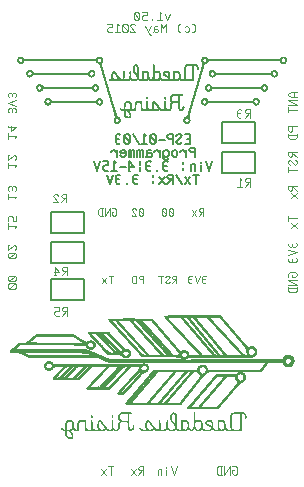
<source format=gbr>
G04 Generated by Ultiboard 13.0 *
%FSLAX25Y25*%
%MOIN*%

%ADD10C,0.00001*%
%ADD11C,0.00233*%
%ADD12C,0.00444*%
%ADD13C,0.00800*%
%ADD14C,0.00004*%
%ADD15C,0.00500*%
%ADD16C,0.00267*%


G04 ColorRGB FF14FF for the following layer *
%LNSilkscreen Bottom*%
%LPD*%
G54D10*
G54D11*
X66991Y87250D02*
X66991Y89750D01*
X65996Y89750D01*
X65498Y89250D01*
X65498Y89000D01*
X65996Y88500D01*
X66991Y88500D01*
X66742Y88500D02*
X65498Y87250D01*
X64751Y87250D02*
X63258Y89000D01*
X64751Y89000D02*
X63258Y87250D01*
X56991Y89250D02*
X56493Y89750D01*
X55996Y89750D01*
X55498Y89250D01*
X55498Y87750D01*
X55996Y87250D01*
X56493Y87250D01*
X56991Y87750D01*
X56991Y89250D01*
X55498Y89250D02*
X56991Y87750D01*
X54751Y89250D02*
X54253Y89750D01*
X53756Y89750D01*
X53258Y89250D01*
X53258Y87750D01*
X53756Y87250D01*
X54253Y87250D01*
X54751Y87750D01*
X54751Y89250D01*
X53258Y89250D02*
X54751Y87750D01*
X46991Y89250D02*
X46493Y89750D01*
X45996Y89750D01*
X45498Y89250D01*
X45498Y87750D01*
X45996Y87250D01*
X46493Y87250D01*
X46991Y87750D01*
X46991Y89250D01*
X45498Y89250D02*
X46991Y87750D01*
X44751Y89250D02*
X44253Y89750D01*
X43756Y89750D01*
X43258Y89250D01*
X43258Y89000D01*
X44751Y87250D01*
X43258Y87250D01*
X43258Y87500D01*
X37116Y88500D02*
X36618Y88500D01*
X36618Y87750D01*
X37116Y87250D01*
X37613Y87250D01*
X38111Y87750D01*
X38111Y89250D01*
X37613Y89750D01*
X36618Y89750D01*
X35871Y87250D02*
X35871Y89750D01*
X34378Y87250D01*
X34378Y89750D01*
X33631Y87250D02*
X32636Y87250D01*
X32138Y87750D01*
X32138Y89250D01*
X32636Y89750D01*
X33631Y89750D01*
X33382Y89750D02*
X33382Y87250D01*
X67862Y67000D02*
X67613Y67250D01*
X67116Y67250D01*
X66618Y66750D01*
X66618Y66250D01*
X66867Y66000D01*
X66618Y65750D01*
X66618Y65250D01*
X67116Y64750D01*
X67613Y64750D01*
X67862Y65000D01*
X67613Y66000D02*
X66867Y66000D01*
X65871Y67250D02*
X65124Y64750D01*
X64378Y67250D01*
X63382Y67000D02*
X63133Y67250D01*
X62636Y67250D01*
X62138Y66750D01*
X62138Y66250D01*
X62387Y66000D01*
X62138Y65750D01*
X62138Y65250D01*
X62636Y64750D01*
X63133Y64750D01*
X63382Y65000D01*
X63133Y66000D02*
X62387Y66000D01*
X58111Y64750D02*
X58111Y67250D01*
X57116Y67250D01*
X56618Y66750D01*
X56618Y66500D01*
X57116Y66000D01*
X58111Y66000D01*
X57862Y66000D02*
X56618Y64750D01*
X55871Y65250D02*
X55373Y64750D01*
X54876Y64750D01*
X54378Y65250D01*
X55871Y66750D01*
X55373Y67250D01*
X54876Y67250D01*
X54378Y66750D01*
X52884Y64750D02*
X52884Y67250D01*
X53631Y67250D02*
X52138Y67250D01*
X46991Y64750D02*
X46991Y67250D01*
X45996Y67250D01*
X45498Y66750D01*
X45498Y66500D01*
X45996Y66000D01*
X46991Y66000D01*
X44751Y64750D02*
X43756Y64750D01*
X43258Y65250D01*
X43258Y66750D01*
X43756Y67250D01*
X44751Y67250D01*
X44502Y67250D02*
X44502Y64750D01*
X36244Y64750D02*
X36244Y67250D01*
X36991Y67250D02*
X35498Y67250D01*
X34751Y64750D02*
X33258Y66500D01*
X34751Y66500D02*
X33258Y64750D01*
G54D12*
X21553Y67351D02*
X21553Y70208D01*
X20415Y70208D01*
X19846Y69637D01*
X19846Y69351D01*
X20415Y68780D01*
X21553Y68780D01*
X21268Y68780D02*
X19846Y67351D01*
X17286Y68494D02*
X18993Y68494D01*
X17571Y70208D01*
X17571Y67351D01*
X17855Y67351D02*
X17286Y67351D01*
X21553Y53851D02*
X21553Y56708D01*
X20415Y56708D01*
X19846Y56137D01*
X19846Y55851D01*
X20415Y55280D01*
X21553Y55280D01*
X21268Y55280D02*
X19846Y53851D01*
X17286Y56708D02*
X18993Y56708D01*
X18993Y55566D01*
X17855Y55566D01*
X17286Y54994D01*
X17286Y54423D01*
X17855Y53851D01*
X18993Y53851D01*
X21303Y91601D02*
X21303Y94458D01*
X20165Y94458D01*
X19596Y93887D01*
X19596Y93601D01*
X20165Y93030D01*
X21303Y93030D01*
X21018Y93030D02*
X19596Y91601D01*
X18743Y93887D02*
X18174Y94458D01*
X17605Y94458D01*
X17036Y93887D01*
X17036Y93601D01*
X18743Y91601D01*
X17036Y91601D01*
X17036Y91887D01*
X77258Y2286D02*
X76689Y2286D01*
X76689Y1429D01*
X77258Y857D01*
X77827Y857D01*
X78396Y1429D01*
X78396Y3143D01*
X77827Y3714D01*
X76689Y3714D01*
X75836Y857D02*
X75836Y3714D01*
X74129Y857D01*
X74129Y3714D01*
X73276Y857D02*
X72138Y857D01*
X71569Y1429D01*
X71569Y3143D01*
X72138Y3714D01*
X73276Y3714D01*
X72991Y3714D02*
X72991Y857D01*
X58146Y3714D02*
X57292Y857D01*
X56439Y3714D01*
X54732Y857D02*
X54732Y2571D01*
X54732Y3143D02*
X54732Y3429D01*
X53026Y857D02*
X53026Y2571D01*
X53026Y2857D01*
X53026Y2571D02*
X52741Y2857D01*
X52172Y2857D01*
X51888Y2571D01*
X51888Y857D01*
X47086Y857D02*
X47086Y3714D01*
X45948Y3714D01*
X45379Y3143D01*
X45379Y2857D01*
X45948Y2286D01*
X47086Y2286D01*
X46801Y2286D02*
X45379Y857D01*
X44526Y857D02*
X42819Y2857D01*
X44526Y2857D02*
X42819Y857D01*
X82586Y96857D02*
X82586Y99714D01*
X81448Y99714D01*
X80879Y99143D01*
X80879Y98857D01*
X81448Y98286D01*
X82586Y98286D01*
X82301Y98286D02*
X80879Y96857D01*
X79741Y99143D02*
X79172Y99714D01*
X79172Y96857D01*
X80026Y96857D02*
X78319Y96857D01*
X82586Y119857D02*
X82586Y122714D01*
X81448Y122714D01*
X80879Y122143D01*
X80879Y121857D01*
X81448Y121286D01*
X82586Y121286D01*
X82301Y121286D02*
X80879Y119857D01*
X79741Y122429D02*
X79457Y122714D01*
X78888Y122714D01*
X78319Y122143D01*
X78319Y121571D01*
X78603Y121286D01*
X78319Y121000D01*
X78319Y120429D01*
X78888Y119857D01*
X79457Y119857D01*
X79741Y120143D01*
X79457Y121286D02*
X78603Y121286D01*
X55906Y154357D02*
X55052Y152357D01*
X54199Y154357D01*
X53061Y154643D02*
X52492Y155214D01*
X52492Y152357D01*
X53346Y152357D02*
X51639Y152357D01*
X49932Y152357D02*
X49932Y152643D01*
X46519Y155214D02*
X48226Y155214D01*
X48226Y154071D01*
X47088Y154071D01*
X46519Y153500D01*
X46519Y152929D01*
X47088Y152357D01*
X48226Y152357D01*
X45666Y154643D02*
X45097Y155214D01*
X44528Y155214D01*
X43959Y154643D01*
X43959Y152929D01*
X44528Y152357D01*
X45097Y152357D01*
X45666Y152929D01*
X45666Y154643D01*
X43959Y154643D02*
X45666Y152929D01*
X63443Y148357D02*
X63728Y148357D01*
X64297Y148929D01*
X64297Y150643D01*
X63728Y151214D01*
X63443Y151214D01*
X60883Y148643D02*
X61168Y148357D01*
X61737Y148357D01*
X62306Y148929D01*
X62306Y149786D01*
X61737Y150357D01*
X61168Y150357D01*
X60883Y150071D01*
X59461Y151214D02*
X59177Y151214D01*
X58608Y150643D01*
X58608Y148929D01*
X59177Y148357D01*
X59461Y148357D01*
X54626Y148357D02*
X54626Y151214D01*
X53772Y149786D01*
X52919Y151214D01*
X52919Y148357D01*
X51781Y150357D02*
X50928Y150357D01*
X50643Y150071D01*
X50643Y148643D01*
X50928Y148357D01*
X51781Y148357D01*
X52066Y148643D01*
X52066Y149214D01*
X51781Y149500D01*
X50643Y149500D01*
X50643Y148643D02*
X50359Y148357D01*
X49506Y147500D02*
X49221Y147500D01*
X47799Y150357D01*
X49506Y150357D02*
X48652Y148643D01*
X44386Y150643D02*
X43817Y151214D01*
X43248Y151214D01*
X42679Y150643D01*
X42679Y150357D01*
X44386Y148357D01*
X42679Y148357D01*
X42679Y148643D01*
X41826Y150643D02*
X41257Y151214D01*
X40688Y151214D01*
X40119Y150643D01*
X40119Y148929D01*
X40688Y148357D01*
X41257Y148357D01*
X41826Y148929D01*
X41826Y150643D01*
X40119Y150643D02*
X41826Y148929D01*
X38981Y150643D02*
X38412Y151214D01*
X38412Y148357D01*
X39266Y148357D02*
X37559Y148357D01*
X34999Y151214D02*
X36706Y151214D01*
X36706Y150071D01*
X35568Y150071D01*
X34999Y149500D01*
X34999Y148929D01*
X35568Y148357D01*
X36706Y148357D01*
X36232Y857D02*
X36232Y3714D01*
X37086Y3714D02*
X35379Y3714D01*
X34526Y857D02*
X32819Y2857D01*
X34526Y2857D02*
X32819Y857D01*
G54D13*
X16250Y81500D02*
X27250Y81500D01*
X27250Y88500D02*
X16250Y88500D01*
X27250Y81500D02*
X27250Y88500D01*
X16250Y88500D02*
X16250Y81500D01*
X27250Y66000D02*
X16250Y66000D01*
X16250Y59000D02*
X27250Y59000D01*
X16250Y66000D02*
X16250Y59000D01*
X27250Y59000D02*
X27250Y66000D01*
X27250Y78500D02*
X16250Y78500D01*
X16250Y71500D02*
X27250Y71500D01*
X16250Y78500D02*
X16250Y71500D01*
X27250Y71500D02*
X27250Y78500D01*
X73250Y101500D02*
X84250Y101500D01*
X84250Y108500D02*
X73250Y108500D01*
X84250Y101500D02*
X84250Y108500D01*
X73250Y108500D02*
X73250Y101500D01*
X73250Y111500D02*
X84250Y111500D01*
X84250Y118500D02*
X73250Y118500D01*
X84250Y111500D02*
X84250Y118500D01*
X73250Y118500D02*
X73250Y111500D01*
G54D14*
G36*
X80638Y21597D02*
X80638Y21597D01*
X77504Y21597D01*
X77504Y21617D01*
X80638Y21616D01*
X80638Y21597D01*
D02*
G37*
G36*
X64194Y21597D02*
X64194Y21597D01*
X64103Y21597D01*
X64103Y21617D01*
X64194Y21616D01*
X64194Y21597D01*
D02*
G37*
G36*
X57210Y21597D02*
X57210Y21597D01*
X57081Y21597D01*
X57081Y21617D01*
X57210Y21616D01*
X57210Y21597D01*
D02*
G37*
G36*
X42397Y21597D02*
X42397Y21597D01*
X39574Y21597D01*
X39574Y21617D01*
X42397Y21616D01*
X42397Y21597D01*
D02*
G37*
G36*
X80657Y21578D02*
X80657Y21578D01*
X77229Y21578D01*
X77229Y21598D01*
X80657Y21597D01*
X80657Y21578D01*
D02*
G37*
G36*
X64249Y21578D02*
X64249Y21578D01*
X64048Y21578D01*
X64048Y21598D01*
X64249Y21597D01*
X64249Y21578D01*
D02*
G37*
G36*
X57265Y21578D02*
X57265Y21578D01*
X57026Y21578D01*
X57026Y21598D01*
X57265Y21597D01*
X57265Y21578D01*
D02*
G37*
G36*
X42929Y21578D02*
X42929Y21578D01*
X39556Y21578D01*
X39556Y21598D01*
X42929Y21597D01*
X42929Y21578D01*
D02*
G37*
G36*
X80675Y21559D02*
X80675Y21559D01*
X77064Y21559D01*
X77064Y21579D01*
X80675Y21578D01*
X80675Y21559D01*
D02*
G37*
G36*
X64268Y21559D02*
X64268Y21559D01*
X64029Y21559D01*
X64029Y21579D01*
X64268Y21578D01*
X64268Y21559D01*
D02*
G37*
G36*
X57338Y21559D02*
X57338Y21559D01*
X56953Y21559D01*
X56953Y21579D01*
X57338Y21578D01*
X57338Y21559D01*
D02*
G37*
G36*
X43130Y21559D02*
X43130Y21559D01*
X39537Y21559D01*
X39537Y21579D01*
X43130Y21578D01*
X43130Y21559D01*
D02*
G37*
G36*
X80693Y21540D02*
X80693Y21540D01*
X76954Y21540D01*
X76954Y21560D01*
X80693Y21559D01*
X80693Y21540D01*
D02*
G37*
G36*
X64286Y21540D02*
X64286Y21540D01*
X64011Y21540D01*
X64011Y21560D01*
X64286Y21559D01*
X64286Y21540D01*
D02*
G37*
G36*
X57393Y21540D02*
X57393Y21540D01*
X56898Y21540D01*
X56898Y21560D01*
X57393Y21559D01*
X57393Y21540D01*
D02*
G37*
G36*
X43259Y21540D02*
X43259Y21540D01*
X39519Y21540D01*
X39519Y21560D01*
X43259Y21559D01*
X43259Y21540D01*
D02*
G37*
G36*
X80712Y21521D02*
X80712Y21521D01*
X76880Y21521D01*
X76880Y21541D01*
X80712Y21540D01*
X80712Y21521D01*
D02*
G37*
G36*
X64304Y21521D02*
X64304Y21521D01*
X63993Y21521D01*
X63993Y21541D01*
X64304Y21540D01*
X64304Y21521D01*
D02*
G37*
G36*
X57430Y21521D02*
X57430Y21521D01*
X56861Y21521D01*
X56861Y21541D01*
X57430Y21540D01*
X57430Y21521D01*
D02*
G37*
G36*
X43332Y21521D02*
X43332Y21521D01*
X39501Y21521D01*
X39501Y21541D01*
X43332Y21540D01*
X43332Y21521D01*
D02*
G37*
G36*
X80730Y21502D02*
X80730Y21502D01*
X76807Y21502D01*
X76807Y21522D01*
X80730Y21521D01*
X80730Y21502D01*
D02*
G37*
G36*
X64323Y21502D02*
X64323Y21502D01*
X63993Y21502D01*
X63993Y21522D01*
X64323Y21521D01*
X64323Y21502D01*
D02*
G37*
G36*
X57466Y21502D02*
X57466Y21502D01*
X56806Y21502D01*
X56806Y21522D01*
X57466Y21521D01*
X57466Y21502D01*
D02*
G37*
G36*
X43405Y21502D02*
X43405Y21502D01*
X39482Y21502D01*
X39482Y21522D01*
X43405Y21521D01*
X43405Y21502D01*
D02*
G37*
G36*
X80767Y21483D02*
X80767Y21483D01*
X76752Y21483D01*
X76752Y21503D01*
X80767Y21502D01*
X80767Y21483D01*
D02*
G37*
G36*
X64341Y21483D02*
X64341Y21483D01*
X63974Y21483D01*
X63974Y21503D01*
X64341Y21502D01*
X64341Y21483D01*
D02*
G37*
G36*
X57503Y21483D02*
X57503Y21483D01*
X56788Y21483D01*
X56788Y21503D01*
X57503Y21502D01*
X57503Y21483D01*
D02*
G37*
G36*
X43460Y21483D02*
X43460Y21483D01*
X39464Y21483D01*
X39464Y21503D01*
X43460Y21502D01*
X43460Y21483D01*
D02*
G37*
G36*
X80803Y21464D02*
X80803Y21464D01*
X76697Y21464D01*
X76697Y21484D01*
X80803Y21483D01*
X80803Y21464D01*
D02*
G37*
G36*
X64341Y21464D02*
X64341Y21464D01*
X63974Y21464D01*
X63974Y21484D01*
X64341Y21483D01*
X64341Y21464D01*
D02*
G37*
G36*
X57521Y21464D02*
X57521Y21464D01*
X56751Y21464D01*
X56751Y21484D01*
X57521Y21483D01*
X57521Y21464D01*
D02*
G37*
G36*
X43497Y21464D02*
X43497Y21464D01*
X39446Y21464D01*
X39446Y21484D01*
X43497Y21483D01*
X43497Y21464D01*
D02*
G37*
G36*
X80840Y21445D02*
X80840Y21445D01*
X76660Y21445D01*
X76660Y21465D01*
X80840Y21464D01*
X80840Y21445D01*
D02*
G37*
G36*
X64341Y21445D02*
X64341Y21445D01*
X63956Y21445D01*
X63956Y21465D01*
X64341Y21464D01*
X64341Y21445D01*
D02*
G37*
G36*
X57558Y21445D02*
X57558Y21445D01*
X56715Y21445D01*
X56715Y21465D01*
X57558Y21464D01*
X57558Y21445D01*
D02*
G37*
G36*
X43515Y21445D02*
X43515Y21445D01*
X39427Y21445D01*
X39427Y21465D01*
X43515Y21464D01*
X43515Y21445D01*
D02*
G37*
G36*
X80877Y21425D02*
X80877Y21425D01*
X76624Y21425D01*
X76624Y21445D01*
X80877Y21445D01*
X80877Y21425D01*
D02*
G37*
G36*
X64359Y21425D02*
X64359Y21425D01*
X63956Y21425D01*
X63956Y21445D01*
X64359Y21445D01*
X64359Y21425D01*
D02*
G37*
G36*
X57595Y21425D02*
X57595Y21425D01*
X56696Y21425D01*
X56696Y21445D01*
X57595Y21445D01*
X57595Y21425D01*
D02*
G37*
G36*
X43515Y21425D02*
X43515Y21425D01*
X39409Y21425D01*
X39409Y21445D01*
X43515Y21445D01*
X43515Y21425D01*
D02*
G37*
G36*
X80895Y21406D02*
X80895Y21406D01*
X76587Y21406D01*
X76587Y21426D01*
X80895Y21425D01*
X80895Y21406D01*
D02*
G37*
G36*
X64359Y21406D02*
X64359Y21406D01*
X63956Y21406D01*
X63956Y21426D01*
X64359Y21425D01*
X64359Y21406D01*
D02*
G37*
G36*
X57613Y21406D02*
X57613Y21406D01*
X56660Y21406D01*
X56660Y21426D01*
X57613Y21425D01*
X57613Y21406D01*
D02*
G37*
G36*
X43534Y21406D02*
X43534Y21406D01*
X39391Y21406D01*
X39391Y21426D01*
X43534Y21425D01*
X43534Y21406D01*
D02*
G37*
G36*
X80932Y21387D02*
X80932Y21387D01*
X76550Y21387D01*
X76550Y21407D01*
X80932Y21406D01*
X80932Y21387D01*
D02*
G37*
G36*
X64359Y21387D02*
X64359Y21387D01*
X63938Y21387D01*
X63938Y21407D01*
X64359Y21406D01*
X64359Y21387D01*
D02*
G37*
G36*
X57650Y21387D02*
X57650Y21387D01*
X56641Y21387D01*
X56641Y21407D01*
X57650Y21406D01*
X57650Y21387D01*
D02*
G37*
G36*
X43534Y21387D02*
X43534Y21387D01*
X39391Y21387D01*
X39391Y21407D01*
X43534Y21406D01*
X43534Y21387D01*
D02*
G37*
G36*
X80950Y21368D02*
X80950Y21368D01*
X76532Y21368D01*
X76532Y21388D01*
X80950Y21387D01*
X80950Y21368D01*
D02*
G37*
G36*
X64378Y21368D02*
X64378Y21368D01*
X63938Y21368D01*
X63938Y21388D01*
X64378Y21387D01*
X64378Y21368D01*
D02*
G37*
G36*
X57668Y21368D02*
X57668Y21368D01*
X56623Y21368D01*
X56623Y21388D01*
X57668Y21387D01*
X57668Y21368D01*
D02*
G37*
G36*
X43534Y21368D02*
X43534Y21368D01*
X39372Y21368D01*
X39372Y21388D01*
X43534Y21387D01*
X43534Y21368D01*
D02*
G37*
G36*
X80968Y21349D02*
X80968Y21349D01*
X76495Y21349D01*
X76495Y21369D01*
X80968Y21368D01*
X80968Y21349D01*
D02*
G37*
G36*
X64378Y21349D02*
X64378Y21349D01*
X63938Y21349D01*
X63938Y21369D01*
X64378Y21368D01*
X64378Y21349D01*
D02*
G37*
G36*
X57705Y21349D02*
X57705Y21349D01*
X56605Y21349D01*
X56605Y21369D01*
X57705Y21368D01*
X57705Y21349D01*
D02*
G37*
G36*
X43534Y21349D02*
X43534Y21349D01*
X39354Y21349D01*
X39354Y21369D01*
X43534Y21368D01*
X43534Y21349D01*
D02*
G37*
G36*
X80987Y21330D02*
X80987Y21330D01*
X76477Y21330D01*
X76477Y21350D01*
X80987Y21349D01*
X80987Y21330D01*
D02*
G37*
G36*
X64378Y21330D02*
X64378Y21330D01*
X63938Y21330D01*
X63938Y21350D01*
X64378Y21349D01*
X64378Y21330D01*
D02*
G37*
G36*
X57723Y21330D02*
X57723Y21330D01*
X56568Y21330D01*
X56568Y21350D01*
X57723Y21349D01*
X57723Y21330D01*
D02*
G37*
G36*
X43515Y21330D02*
X43515Y21330D01*
X39336Y21330D01*
X39336Y21350D01*
X43515Y21349D01*
X43515Y21330D01*
D02*
G37*
G36*
X81023Y21311D02*
X81023Y21311D01*
X76459Y21311D01*
X76459Y21331D01*
X81023Y21330D01*
X81023Y21311D01*
D02*
G37*
G36*
X64378Y21311D02*
X64378Y21311D01*
X63919Y21311D01*
X63919Y21331D01*
X64378Y21330D01*
X64378Y21311D01*
D02*
G37*
G36*
X57741Y21311D02*
X57741Y21311D01*
X56550Y21311D01*
X56550Y21331D01*
X57741Y21330D01*
X57741Y21311D01*
D02*
G37*
G36*
X43515Y21311D02*
X43515Y21311D01*
X39317Y21311D01*
X39317Y21331D01*
X43515Y21330D01*
X43515Y21311D01*
D02*
G37*
G36*
X81042Y21292D02*
X81042Y21292D01*
X76440Y21292D01*
X76440Y21312D01*
X81042Y21311D01*
X81042Y21292D01*
D02*
G37*
G36*
X64396Y21292D02*
X64396Y21292D01*
X63919Y21292D01*
X63919Y21312D01*
X64396Y21311D01*
X64396Y21292D01*
D02*
G37*
G36*
X57760Y21292D02*
X57760Y21292D01*
X56531Y21292D01*
X56531Y21312D01*
X57760Y21311D01*
X57760Y21292D01*
D02*
G37*
G36*
X43497Y21292D02*
X43497Y21292D01*
X39299Y21292D01*
X39299Y21312D01*
X43497Y21311D01*
X43497Y21292D01*
D02*
G37*
G36*
X81060Y21273D02*
X81060Y21273D01*
X76422Y21273D01*
X76422Y21293D01*
X81060Y21292D01*
X81060Y21273D01*
D02*
G37*
G36*
X64396Y21273D02*
X64396Y21273D01*
X63919Y21273D01*
X63919Y21293D01*
X64396Y21292D01*
X64396Y21273D01*
D02*
G37*
G36*
X57796Y21273D02*
X57796Y21273D01*
X56513Y21273D01*
X56513Y21293D01*
X57796Y21292D01*
X57796Y21273D01*
D02*
G37*
G36*
X43479Y21273D02*
X43479Y21273D01*
X39281Y21273D01*
X39281Y21293D01*
X43479Y21292D01*
X43479Y21273D01*
D02*
G37*
G36*
X81078Y21254D02*
X81078Y21254D01*
X76404Y21254D01*
X76404Y21274D01*
X81078Y21273D01*
X81078Y21254D01*
D02*
G37*
G36*
X64396Y21254D02*
X64396Y21254D01*
X63919Y21254D01*
X63919Y21274D01*
X64396Y21273D01*
X64396Y21254D01*
D02*
G37*
G36*
X57815Y21254D02*
X57815Y21254D01*
X56495Y21254D01*
X56495Y21274D01*
X57815Y21273D01*
X57815Y21254D01*
D02*
G37*
G36*
X43460Y21254D02*
X43460Y21254D01*
X39262Y21254D01*
X39262Y21274D01*
X43460Y21273D01*
X43460Y21254D01*
D02*
G37*
G36*
X81097Y21235D02*
X81097Y21235D01*
X76385Y21235D01*
X76385Y21255D01*
X81097Y21254D01*
X81097Y21235D01*
D02*
G37*
G36*
X64396Y21235D02*
X64396Y21235D01*
X63919Y21235D01*
X63919Y21255D01*
X64396Y21254D01*
X64396Y21235D01*
D02*
G37*
G36*
X57833Y21235D02*
X57833Y21235D01*
X56476Y21235D01*
X56476Y21255D01*
X57833Y21254D01*
X57833Y21235D01*
D02*
G37*
G36*
X43442Y21235D02*
X43442Y21235D01*
X39244Y21235D01*
X39244Y21255D01*
X43442Y21254D01*
X43442Y21235D01*
D02*
G37*
G36*
X81115Y21216D02*
X81115Y21216D01*
X76367Y21216D01*
X76367Y21235D01*
X81115Y21235D01*
X81115Y21216D01*
D02*
G37*
G36*
X64396Y21216D02*
X64396Y21216D01*
X63919Y21216D01*
X63919Y21235D01*
X64396Y21235D01*
X64396Y21216D01*
D02*
G37*
G36*
X57851Y21216D02*
X57851Y21216D01*
X56458Y21216D01*
X56458Y21235D01*
X57851Y21235D01*
X57851Y21216D01*
D02*
G37*
G36*
X43424Y21216D02*
X43424Y21216D01*
X39226Y21216D01*
X39226Y21235D01*
X43424Y21235D01*
X43424Y21216D01*
D02*
G37*
G36*
X81133Y21196D02*
X81133Y21196D01*
X76367Y21196D01*
X76367Y21216D01*
X81133Y21216D01*
X81133Y21196D01*
D02*
G37*
G36*
X64396Y21196D02*
X64396Y21196D01*
X63901Y21196D01*
X63901Y21216D01*
X64396Y21216D01*
X64396Y21196D01*
D02*
G37*
G36*
X57870Y21196D02*
X57870Y21196D01*
X56458Y21196D01*
X56458Y21216D01*
X57870Y21216D01*
X57870Y21196D01*
D02*
G37*
G36*
X43387Y21196D02*
X43387Y21196D01*
X39207Y21196D01*
X39207Y21216D01*
X43387Y21216D01*
X43387Y21196D01*
D02*
G37*
G36*
X81152Y21177D02*
X81152Y21177D01*
X76349Y21177D01*
X76349Y21197D01*
X81152Y21196D01*
X81152Y21177D01*
D02*
G37*
G36*
X64396Y21177D02*
X64396Y21177D01*
X63901Y21177D01*
X63901Y21197D01*
X64396Y21196D01*
X64396Y21177D01*
D02*
G37*
G36*
X57906Y21177D02*
X57906Y21177D01*
X56440Y21177D01*
X56440Y21197D01*
X57906Y21196D01*
X57906Y21177D01*
D02*
G37*
G36*
X43350Y21177D02*
X43350Y21177D01*
X39189Y21177D01*
X39189Y21197D01*
X43350Y21196D01*
X43350Y21177D01*
D02*
G37*
G36*
X81170Y21158D02*
X81170Y21158D01*
X76330Y21158D01*
X76330Y21178D01*
X81170Y21177D01*
X81170Y21158D01*
D02*
G37*
G36*
X64414Y21158D02*
X64414Y21158D01*
X63901Y21158D01*
X63901Y21178D01*
X64414Y21177D01*
X64414Y21158D01*
D02*
G37*
G36*
X57925Y21158D02*
X57925Y21158D01*
X56421Y21158D01*
X56421Y21178D01*
X57925Y21177D01*
X57925Y21158D01*
D02*
G37*
G36*
X43314Y21158D02*
X43314Y21158D01*
X39171Y21158D01*
X39171Y21178D01*
X43314Y21177D01*
X43314Y21158D01*
D02*
G37*
G36*
X81170Y21139D02*
X81170Y21139D01*
X76330Y21139D01*
X76330Y21159D01*
X81170Y21158D01*
X81170Y21139D01*
D02*
G37*
G36*
X64414Y21139D02*
X64414Y21139D01*
X63901Y21139D01*
X63901Y21159D01*
X64414Y21158D01*
X64414Y21139D01*
D02*
G37*
G36*
X57943Y21139D02*
X57943Y21139D01*
X56403Y21139D01*
X56403Y21159D01*
X57943Y21158D01*
X57943Y21139D01*
D02*
G37*
G36*
X43259Y21139D02*
X43259Y21139D01*
X39152Y21139D01*
X39152Y21159D01*
X43259Y21158D01*
X43259Y21139D01*
D02*
G37*
G36*
X81188Y21120D02*
X81188Y21120D01*
X76312Y21120D01*
X76312Y21140D01*
X81188Y21139D01*
X81188Y21120D01*
D02*
G37*
G36*
X64414Y21120D02*
X64414Y21120D01*
X63901Y21120D01*
X63901Y21140D01*
X64414Y21139D01*
X64414Y21120D01*
D02*
G37*
G36*
X57961Y21120D02*
X57961Y21120D01*
X56385Y21120D01*
X56385Y21140D01*
X57961Y21139D01*
X57961Y21120D01*
D02*
G37*
G36*
X43204Y21120D02*
X43204Y21120D01*
X39134Y21120D01*
X39134Y21140D01*
X43204Y21139D01*
X43204Y21120D01*
D02*
G37*
G36*
X81207Y21101D02*
X81207Y21101D01*
X76312Y21101D01*
X76312Y21121D01*
X81207Y21120D01*
X81207Y21101D01*
D02*
G37*
G36*
X64414Y21101D02*
X64414Y21101D01*
X63901Y21101D01*
X63901Y21121D01*
X64414Y21120D01*
X64414Y21101D01*
D02*
G37*
G36*
X57980Y21101D02*
X57980Y21101D01*
X56366Y21101D01*
X56366Y21121D01*
X57980Y21120D01*
X57980Y21101D01*
D02*
G37*
G36*
X43112Y21101D02*
X43112Y21101D01*
X39116Y21101D01*
X39116Y21121D01*
X43112Y21120D01*
X43112Y21101D01*
D02*
G37*
G36*
X81225Y21082D02*
X81225Y21082D01*
X76294Y21082D01*
X76294Y21102D01*
X81225Y21101D01*
X81225Y21082D01*
D02*
G37*
G36*
X64414Y21082D02*
X64414Y21082D01*
X63901Y21082D01*
X63901Y21102D01*
X64414Y21101D01*
X64414Y21082D01*
D02*
G37*
G36*
X57998Y21082D02*
X57998Y21082D01*
X56348Y21082D01*
X56348Y21102D01*
X57998Y21101D01*
X57998Y21082D01*
D02*
G37*
G36*
X42929Y21082D02*
X42929Y21082D01*
X39097Y21082D01*
X39097Y21102D01*
X42929Y21101D01*
X42929Y21082D01*
D02*
G37*
G36*
X81243Y21063D02*
X81243Y21063D01*
X79923Y21063D01*
X79923Y21083D01*
X81243Y21082D01*
X81243Y21063D01*
D02*
G37*
G36*
X79905Y21063D02*
X79905Y21063D01*
X76294Y21063D01*
X76294Y21083D01*
X79905Y21082D01*
X79905Y21063D01*
D02*
G37*
G36*
X64414Y21063D02*
X64414Y21063D01*
X63901Y21063D01*
X63901Y21083D01*
X64414Y21082D01*
X64414Y21063D01*
D02*
G37*
G36*
X58016Y21063D02*
X58016Y21063D01*
X56348Y21063D01*
X56348Y21083D01*
X58016Y21082D01*
X58016Y21063D01*
D02*
G37*
G36*
X42434Y21063D02*
X42434Y21063D01*
X39079Y21063D01*
X39079Y21083D01*
X42434Y21082D01*
X42434Y21063D01*
D02*
G37*
G36*
X81262Y21044D02*
X81262Y21044D01*
X80052Y21044D01*
X80052Y21064D01*
X81262Y21063D01*
X81262Y21044D01*
D02*
G37*
G36*
X79905Y21044D02*
X79905Y21044D01*
X79337Y21044D01*
X79337Y21064D01*
X79905Y21063D01*
X79905Y21044D01*
D02*
G37*
G36*
X79153Y21044D02*
X79153Y21044D01*
X76275Y21044D01*
X76275Y21064D01*
X79153Y21063D01*
X79153Y21044D01*
D02*
G37*
G36*
X64414Y21044D02*
X64414Y21044D01*
X63901Y21044D01*
X63901Y21064D01*
X64414Y21063D01*
X64414Y21044D01*
D02*
G37*
G36*
X58035Y21044D02*
X58035Y21044D01*
X56330Y21044D01*
X56330Y21064D01*
X58035Y21063D01*
X58035Y21044D01*
D02*
G37*
G36*
X42434Y21044D02*
X42434Y21044D01*
X40454Y21044D01*
X40454Y21064D01*
X42434Y21063D01*
X42434Y21044D01*
D02*
G37*
G36*
X40289Y21044D02*
X40289Y21044D01*
X39061Y21044D01*
X39061Y21064D01*
X40289Y21063D01*
X40289Y21044D01*
D02*
G37*
G36*
X81262Y21025D02*
X81262Y21025D01*
X80180Y21025D01*
X80180Y21045D01*
X81262Y21044D01*
X81262Y21025D01*
D02*
G37*
G36*
X79905Y21025D02*
X79905Y21025D01*
X79337Y21025D01*
X79337Y21045D01*
X79905Y21044D01*
X79905Y21025D01*
D02*
G37*
G36*
X78384Y21025D02*
X78384Y21025D01*
X76275Y21025D01*
X76275Y21045D01*
X78384Y21044D01*
X78384Y21025D01*
D02*
G37*
G36*
X64414Y21025D02*
X64414Y21025D01*
X63901Y21025D01*
X63901Y21045D01*
X64414Y21044D01*
X64414Y21025D01*
D02*
G37*
G36*
X58071Y21025D02*
X58071Y21025D01*
X56311Y21025D01*
X56311Y21045D01*
X58071Y21044D01*
X58071Y21025D01*
D02*
G37*
G36*
X42434Y21025D02*
X42434Y21025D01*
X41041Y21025D01*
X41041Y21045D01*
X42434Y21044D01*
X42434Y21025D01*
D02*
G37*
G36*
X40014Y21025D02*
X40014Y21025D01*
X39042Y21025D01*
X39042Y21045D01*
X40014Y21044D01*
X40014Y21025D01*
D02*
G37*
G36*
X81280Y21006D02*
X81280Y21006D01*
X80272Y21006D01*
X80272Y21025D01*
X81280Y21025D01*
X81280Y21006D01*
D02*
G37*
G36*
X79905Y21006D02*
X79905Y21006D01*
X79337Y21006D01*
X79337Y21025D01*
X79905Y21025D01*
X79905Y21006D01*
D02*
G37*
G36*
X77705Y21006D02*
X77705Y21006D01*
X76257Y21006D01*
X76257Y21025D01*
X77705Y21025D01*
X77705Y21006D01*
D02*
G37*
G36*
X64414Y21006D02*
X64414Y21006D01*
X63901Y21006D01*
X63901Y21025D01*
X64414Y21025D01*
X64414Y21006D01*
D02*
G37*
G36*
X58090Y21006D02*
X58090Y21006D01*
X56293Y21006D01*
X56293Y21025D01*
X58090Y21025D01*
X58090Y21006D01*
D02*
G37*
G36*
X42434Y21006D02*
X42434Y21006D01*
X41480Y21006D01*
X41480Y21025D01*
X42434Y21025D01*
X42434Y21006D01*
D02*
G37*
G36*
X39904Y21006D02*
X39904Y21006D01*
X39024Y21006D01*
X39024Y21025D01*
X39904Y21025D01*
X39904Y21006D01*
D02*
G37*
G36*
X81298Y20986D02*
X81298Y20986D01*
X80363Y20986D01*
X80363Y21006D01*
X81298Y21006D01*
X81298Y20986D01*
D02*
G37*
G36*
X79905Y20986D02*
X79905Y20986D01*
X79337Y20986D01*
X79337Y21006D01*
X79905Y21006D01*
X79905Y20986D01*
D02*
G37*
G36*
X77375Y20986D02*
X77375Y20986D01*
X76239Y20986D01*
X76239Y21006D01*
X77375Y21006D01*
X77375Y20986D01*
D02*
G37*
G36*
X64414Y20986D02*
X64414Y20986D01*
X63883Y20986D01*
X63883Y21006D01*
X64414Y21006D01*
X64414Y20986D01*
D02*
G37*
G36*
X58108Y20986D02*
X58108Y20986D01*
X56293Y20986D01*
X56293Y21006D01*
X58108Y21006D01*
X58108Y20986D01*
D02*
G37*
G36*
X42434Y20986D02*
X42434Y20986D01*
X41865Y20986D01*
X41865Y21006D01*
X42434Y21006D01*
X42434Y20986D01*
D02*
G37*
G36*
X39831Y20986D02*
X39831Y20986D01*
X39006Y20986D01*
X39006Y21006D01*
X39831Y21006D01*
X39831Y20986D01*
D02*
G37*
G36*
X81317Y20967D02*
X81317Y20967D01*
X80418Y20967D01*
X80418Y20987D01*
X81317Y20986D01*
X81317Y20967D01*
D02*
G37*
G36*
X79905Y20967D02*
X79905Y20967D01*
X79337Y20967D01*
X79337Y20987D01*
X79905Y20986D01*
X79905Y20967D01*
D02*
G37*
G36*
X77210Y20967D02*
X77210Y20967D01*
X76220Y20967D01*
X76220Y20987D01*
X77210Y20986D01*
X77210Y20967D01*
D02*
G37*
G36*
X64414Y20967D02*
X64414Y20967D01*
X63883Y20967D01*
X63883Y20987D01*
X64414Y20986D01*
X64414Y20967D01*
D02*
G37*
G36*
X58126Y20967D02*
X58126Y20967D01*
X57173Y20967D01*
X57173Y20987D01*
X58126Y20986D01*
X58126Y20967D01*
D02*
G37*
G36*
X57008Y20967D02*
X57008Y20967D01*
X56275Y20967D01*
X56275Y20987D01*
X57008Y20986D01*
X57008Y20967D01*
D02*
G37*
G36*
X42434Y20967D02*
X42434Y20967D01*
X41865Y20967D01*
X41865Y20987D01*
X42434Y20986D01*
X42434Y20967D01*
D02*
G37*
G36*
X39776Y20967D02*
X39776Y20967D01*
X38987Y20967D01*
X38987Y20987D01*
X39776Y20986D01*
X39776Y20967D01*
D02*
G37*
G36*
X81317Y20948D02*
X81317Y20948D01*
X80473Y20948D01*
X80473Y20968D01*
X81317Y20967D01*
X81317Y20948D01*
D02*
G37*
G36*
X79905Y20948D02*
X79905Y20948D01*
X79337Y20948D01*
X79337Y20968D01*
X79905Y20967D01*
X79905Y20948D01*
D02*
G37*
G36*
X77100Y20948D02*
X77100Y20948D01*
X76184Y20948D01*
X76184Y20968D01*
X77100Y20967D01*
X77100Y20948D01*
D02*
G37*
G36*
X64414Y20948D02*
X64414Y20948D01*
X63883Y20948D01*
X63883Y20968D01*
X64414Y20967D01*
X64414Y20948D01*
D02*
G37*
G36*
X58145Y20948D02*
X58145Y20948D01*
X57228Y20948D01*
X57228Y20968D01*
X58145Y20967D01*
X58145Y20948D01*
D02*
G37*
G36*
X56971Y20948D02*
X56971Y20948D01*
X56256Y20948D01*
X56256Y20968D01*
X56971Y20967D01*
X56971Y20948D01*
D02*
G37*
G36*
X42434Y20948D02*
X42434Y20948D01*
X41865Y20948D01*
X41865Y20968D01*
X42434Y20967D01*
X42434Y20948D01*
D02*
G37*
G36*
X39739Y20948D02*
X39739Y20948D01*
X38969Y20948D01*
X38969Y20968D01*
X39739Y20967D01*
X39739Y20948D01*
D02*
G37*
G36*
X81335Y20929D02*
X81335Y20929D01*
X80528Y20929D01*
X80528Y20949D01*
X81335Y20948D01*
X81335Y20929D01*
D02*
G37*
G36*
X79905Y20929D02*
X79905Y20929D01*
X79337Y20929D01*
X79337Y20949D01*
X79905Y20948D01*
X79905Y20929D01*
D02*
G37*
G36*
X77027Y20929D02*
X77027Y20929D01*
X76165Y20929D01*
X76165Y20949D01*
X77027Y20948D01*
X77027Y20929D01*
D02*
G37*
G36*
X64414Y20929D02*
X64414Y20929D01*
X63883Y20929D01*
X63883Y20949D01*
X64414Y20948D01*
X64414Y20929D01*
D02*
G37*
G36*
X58163Y20929D02*
X58163Y20929D01*
X57265Y20929D01*
X57265Y20949D01*
X58163Y20948D01*
X58163Y20929D01*
D02*
G37*
G36*
X56953Y20929D02*
X56953Y20929D01*
X56238Y20929D01*
X56238Y20949D01*
X56953Y20948D01*
X56953Y20929D01*
D02*
G37*
G36*
X42434Y20929D02*
X42434Y20929D01*
X41865Y20929D01*
X41865Y20949D01*
X42434Y20948D01*
X42434Y20929D01*
D02*
G37*
G36*
X39702Y20929D02*
X39702Y20929D01*
X38951Y20929D01*
X38951Y20949D01*
X39702Y20948D01*
X39702Y20929D01*
D02*
G37*
G36*
X81335Y20910D02*
X81335Y20910D01*
X80565Y20910D01*
X80565Y20930D01*
X81335Y20929D01*
X81335Y20910D01*
D02*
G37*
G36*
X79905Y20910D02*
X79905Y20910D01*
X79337Y20910D01*
X79337Y20930D01*
X79905Y20929D01*
X79905Y20910D01*
D02*
G37*
G36*
X76972Y20910D02*
X76972Y20910D01*
X76147Y20910D01*
X76147Y20930D01*
X76972Y20929D01*
X76972Y20910D01*
D02*
G37*
G36*
X64414Y20910D02*
X64414Y20910D01*
X63883Y20910D01*
X63883Y20930D01*
X64414Y20929D01*
X64414Y20910D01*
D02*
G37*
G36*
X58181Y20910D02*
X58181Y20910D01*
X57301Y20910D01*
X57301Y20930D01*
X58181Y20929D01*
X58181Y20910D01*
D02*
G37*
G36*
X56935Y20910D02*
X56935Y20910D01*
X56238Y20910D01*
X56238Y20930D01*
X56935Y20929D01*
X56935Y20910D01*
D02*
G37*
G36*
X42434Y20910D02*
X42434Y20910D01*
X41865Y20910D01*
X41865Y20930D01*
X42434Y20929D01*
X42434Y20910D01*
D02*
G37*
G36*
X39666Y20910D02*
X39666Y20910D01*
X38951Y20910D01*
X38951Y20930D01*
X39666Y20929D01*
X39666Y20910D01*
D02*
G37*
G36*
X81353Y20891D02*
X81353Y20891D01*
X80602Y20891D01*
X80602Y20911D01*
X81353Y20910D01*
X81353Y20891D01*
D02*
G37*
G36*
X79905Y20891D02*
X79905Y20891D01*
X79337Y20891D01*
X79337Y20911D01*
X79905Y20910D01*
X79905Y20891D01*
D02*
G37*
G36*
X76935Y20891D02*
X76935Y20891D01*
X76129Y20891D01*
X76129Y20911D01*
X76935Y20910D01*
X76935Y20891D01*
D02*
G37*
G36*
X64414Y20891D02*
X64414Y20891D01*
X63883Y20891D01*
X63883Y20911D01*
X64414Y20910D01*
X64414Y20891D01*
D02*
G37*
G36*
X58218Y20891D02*
X58218Y20891D01*
X57320Y20891D01*
X57320Y20911D01*
X58218Y20910D01*
X58218Y20891D01*
D02*
G37*
G36*
X56916Y20891D02*
X56916Y20891D01*
X56220Y20891D01*
X56220Y20911D01*
X56916Y20910D01*
X56916Y20891D01*
D02*
G37*
G36*
X42434Y20891D02*
X42434Y20891D01*
X41865Y20891D01*
X41865Y20911D01*
X42434Y20910D01*
X42434Y20891D01*
D02*
G37*
G36*
X39629Y20891D02*
X39629Y20891D01*
X38932Y20891D01*
X38932Y20911D01*
X39629Y20910D01*
X39629Y20891D01*
D02*
G37*
G36*
X81353Y20872D02*
X81353Y20872D01*
X80638Y20872D01*
X80638Y20892D01*
X81353Y20891D01*
X81353Y20872D01*
D02*
G37*
G36*
X79905Y20872D02*
X79905Y20872D01*
X79337Y20872D01*
X79337Y20892D01*
X79905Y20891D01*
X79905Y20872D01*
D02*
G37*
G36*
X76880Y20872D02*
X76880Y20872D01*
X76110Y20872D01*
X76110Y20892D01*
X76880Y20891D01*
X76880Y20872D01*
D02*
G37*
G36*
X64414Y20872D02*
X64414Y20872D01*
X63883Y20872D01*
X63883Y20892D01*
X64414Y20891D01*
X64414Y20872D01*
D02*
G37*
G36*
X58236Y20872D02*
X58236Y20872D01*
X57356Y20872D01*
X57356Y20892D01*
X58236Y20891D01*
X58236Y20872D01*
D02*
G37*
G36*
X56898Y20872D02*
X56898Y20872D01*
X56220Y20872D01*
X56220Y20892D01*
X56898Y20891D01*
X56898Y20872D01*
D02*
G37*
G36*
X42434Y20872D02*
X42434Y20872D01*
X41865Y20872D01*
X41865Y20892D01*
X42434Y20891D01*
X42434Y20872D01*
D02*
G37*
G36*
X39611Y20872D02*
X39611Y20872D01*
X38914Y20872D01*
X38914Y20892D01*
X39611Y20891D01*
X39611Y20872D01*
D02*
G37*
G36*
X81372Y20853D02*
X81372Y20853D01*
X80675Y20853D01*
X80675Y20873D01*
X81372Y20872D01*
X81372Y20853D01*
D02*
G37*
G36*
X79905Y20853D02*
X79905Y20853D01*
X79337Y20853D01*
X79337Y20873D01*
X79905Y20872D01*
X79905Y20853D01*
D02*
G37*
G36*
X76862Y20853D02*
X76862Y20853D01*
X76092Y20853D01*
X76092Y20873D01*
X76862Y20872D01*
X76862Y20853D01*
D02*
G37*
G36*
X64433Y20853D02*
X64433Y20853D01*
X63883Y20853D01*
X63883Y20873D01*
X64433Y20872D01*
X64433Y20853D01*
D02*
G37*
G36*
X58236Y20853D02*
X58236Y20853D01*
X57375Y20853D01*
X57375Y20873D01*
X58236Y20872D01*
X58236Y20853D01*
D02*
G37*
G36*
X56880Y20853D02*
X56880Y20853D01*
X56201Y20853D01*
X56201Y20873D01*
X56880Y20872D01*
X56880Y20853D01*
D02*
G37*
G36*
X42434Y20853D02*
X42434Y20853D01*
X41865Y20853D01*
X41865Y20873D01*
X42434Y20872D01*
X42434Y20853D01*
D02*
G37*
G36*
X39574Y20853D02*
X39574Y20853D01*
X38896Y20853D01*
X38896Y20873D01*
X39574Y20872D01*
X39574Y20853D01*
D02*
G37*
G36*
X81372Y20834D02*
X81372Y20834D01*
X80712Y20834D01*
X80712Y20854D01*
X81372Y20853D01*
X81372Y20834D01*
D02*
G37*
G36*
X79905Y20834D02*
X79905Y20834D01*
X79337Y20834D01*
X79337Y20854D01*
X79905Y20853D01*
X79905Y20834D01*
D02*
G37*
G36*
X76825Y20834D02*
X76825Y20834D01*
X76092Y20834D01*
X76092Y20854D01*
X76825Y20853D01*
X76825Y20834D01*
D02*
G37*
G36*
X64433Y20834D02*
X64433Y20834D01*
X63883Y20834D01*
X63883Y20854D01*
X64433Y20853D01*
X64433Y20834D01*
D02*
G37*
G36*
X58255Y20834D02*
X58255Y20834D01*
X57393Y20834D01*
X57393Y20854D01*
X58255Y20853D01*
X58255Y20834D01*
D02*
G37*
G36*
X56861Y20834D02*
X56861Y20834D01*
X56183Y20834D01*
X56183Y20854D01*
X56861Y20853D01*
X56861Y20834D01*
D02*
G37*
G36*
X42434Y20834D02*
X42434Y20834D01*
X41865Y20834D01*
X41865Y20854D01*
X42434Y20853D01*
X42434Y20834D01*
D02*
G37*
G36*
X39556Y20834D02*
X39556Y20834D01*
X38896Y20834D01*
X38896Y20854D01*
X39556Y20853D01*
X39556Y20834D01*
D02*
G37*
G36*
X81390Y20815D02*
X81390Y20815D01*
X80730Y20815D01*
X80730Y20835D01*
X81390Y20834D01*
X81390Y20815D01*
D02*
G37*
G36*
X79905Y20815D02*
X79905Y20815D01*
X79337Y20815D01*
X79337Y20835D01*
X79905Y20834D01*
X79905Y20815D01*
D02*
G37*
G36*
X76807Y20815D02*
X76807Y20815D01*
X76092Y20815D01*
X76092Y20835D01*
X76807Y20834D01*
X76807Y20815D01*
D02*
G37*
G36*
X64433Y20815D02*
X64433Y20815D01*
X63883Y20815D01*
X63883Y20835D01*
X64433Y20834D01*
X64433Y20815D01*
D02*
G37*
G36*
X58255Y20815D02*
X58255Y20815D01*
X57430Y20815D01*
X57430Y20835D01*
X58255Y20834D01*
X58255Y20815D01*
D02*
G37*
G36*
X56843Y20815D02*
X56843Y20815D01*
X56183Y20815D01*
X56183Y20835D01*
X56843Y20834D01*
X56843Y20815D01*
D02*
G37*
G36*
X42434Y20815D02*
X42434Y20815D01*
X41865Y20815D01*
X41865Y20835D01*
X42434Y20834D01*
X42434Y20815D01*
D02*
G37*
G36*
X39537Y20815D02*
X39537Y20815D01*
X38877Y20815D01*
X38877Y20835D01*
X39537Y20834D01*
X39537Y20815D01*
D02*
G37*
G36*
X81390Y20796D02*
X81390Y20796D01*
X80748Y20796D01*
X80748Y20815D01*
X81390Y20815D01*
X81390Y20796D01*
D02*
G37*
G36*
X79905Y20796D02*
X79905Y20796D01*
X79337Y20796D01*
X79337Y20815D01*
X79905Y20815D01*
X79905Y20796D01*
D02*
G37*
G36*
X76789Y20796D02*
X76789Y20796D01*
X76092Y20796D01*
X76092Y20815D01*
X76789Y20815D01*
X76789Y20796D01*
D02*
G37*
G36*
X64433Y20796D02*
X64433Y20796D01*
X63883Y20796D01*
X63883Y20815D01*
X64433Y20815D01*
X64433Y20796D01*
D02*
G37*
G36*
X58255Y20796D02*
X58255Y20796D01*
X57448Y20796D01*
X57448Y20815D01*
X58255Y20815D01*
X58255Y20796D01*
D02*
G37*
G36*
X56825Y20796D02*
X56825Y20796D01*
X56165Y20796D01*
X56165Y20815D01*
X56825Y20815D01*
X56825Y20796D01*
D02*
G37*
G36*
X42434Y20796D02*
X42434Y20796D01*
X41865Y20796D01*
X41865Y20815D01*
X42434Y20815D01*
X42434Y20796D01*
D02*
G37*
G36*
X39519Y20796D02*
X39519Y20796D01*
X38859Y20796D01*
X38859Y20815D01*
X39519Y20815D01*
X39519Y20796D01*
D02*
G37*
G36*
X81408Y20776D02*
X81408Y20776D01*
X80785Y20776D01*
X80785Y20796D01*
X81408Y20796D01*
X81408Y20776D01*
D02*
G37*
G36*
X79905Y20776D02*
X79905Y20776D01*
X79337Y20776D01*
X79337Y20796D01*
X79905Y20796D01*
X79905Y20776D01*
D02*
G37*
G36*
X76770Y20776D02*
X76770Y20776D01*
X76092Y20776D01*
X76092Y20796D01*
X76770Y20796D01*
X76770Y20776D01*
D02*
G37*
G36*
X64433Y20776D02*
X64433Y20776D01*
X63883Y20776D01*
X63883Y20796D01*
X64433Y20796D01*
X64433Y20776D01*
D02*
G37*
G36*
X58255Y20776D02*
X58255Y20776D01*
X57466Y20776D01*
X57466Y20796D01*
X58255Y20796D01*
X58255Y20776D01*
D02*
G37*
G36*
X56806Y20776D02*
X56806Y20776D01*
X56165Y20776D01*
X56165Y20796D01*
X56806Y20796D01*
X56806Y20776D01*
D02*
G37*
G36*
X42434Y20776D02*
X42434Y20776D01*
X41865Y20776D01*
X41865Y20796D01*
X42434Y20796D01*
X42434Y20776D01*
D02*
G37*
G36*
X39501Y20776D02*
X39501Y20776D01*
X38859Y20776D01*
X38859Y20796D01*
X39501Y20796D01*
X39501Y20776D01*
D02*
G37*
G36*
X81408Y20757D02*
X81408Y20757D01*
X80803Y20757D01*
X80803Y20777D01*
X81408Y20776D01*
X81408Y20757D01*
D02*
G37*
G36*
X79905Y20757D02*
X79905Y20757D01*
X79337Y20757D01*
X79337Y20777D01*
X79905Y20776D01*
X79905Y20757D01*
D02*
G37*
G36*
X76752Y20757D02*
X76752Y20757D01*
X76092Y20757D01*
X76092Y20777D01*
X76752Y20776D01*
X76752Y20757D01*
D02*
G37*
G36*
X64433Y20757D02*
X64433Y20757D01*
X63883Y20757D01*
X63883Y20777D01*
X64433Y20776D01*
X64433Y20757D01*
D02*
G37*
G36*
X58255Y20757D02*
X58255Y20757D01*
X57485Y20757D01*
X57485Y20777D01*
X58255Y20776D01*
X58255Y20757D01*
D02*
G37*
G36*
X56788Y20757D02*
X56788Y20757D01*
X56146Y20757D01*
X56146Y20777D01*
X56788Y20776D01*
X56788Y20757D01*
D02*
G37*
G36*
X42434Y20757D02*
X42434Y20757D01*
X41865Y20757D01*
X41865Y20777D01*
X42434Y20776D01*
X42434Y20757D01*
D02*
G37*
G36*
X39482Y20757D02*
X39482Y20757D01*
X38841Y20757D01*
X38841Y20777D01*
X39482Y20776D01*
X39482Y20757D01*
D02*
G37*
G36*
X81408Y20738D02*
X81408Y20738D01*
X80822Y20738D01*
X80822Y20758D01*
X81408Y20757D01*
X81408Y20738D01*
D02*
G37*
G36*
X79905Y20738D02*
X79905Y20738D01*
X79337Y20738D01*
X79337Y20758D01*
X79905Y20757D01*
X79905Y20738D01*
D02*
G37*
G36*
X76734Y20738D02*
X76734Y20738D01*
X76092Y20738D01*
X76092Y20758D01*
X76734Y20757D01*
X76734Y20738D01*
D02*
G37*
G36*
X64433Y20738D02*
X64433Y20738D01*
X63883Y20738D01*
X63883Y20758D01*
X64433Y20757D01*
X64433Y20738D01*
D02*
G37*
G36*
X58255Y20738D02*
X58255Y20738D01*
X57503Y20738D01*
X57503Y20758D01*
X58255Y20757D01*
X58255Y20738D01*
D02*
G37*
G36*
X56788Y20738D02*
X56788Y20738D01*
X56146Y20738D01*
X56146Y20758D01*
X56788Y20757D01*
X56788Y20738D01*
D02*
G37*
G36*
X42434Y20738D02*
X42434Y20738D01*
X41865Y20738D01*
X41865Y20758D01*
X42434Y20757D01*
X42434Y20738D01*
D02*
G37*
G36*
X39464Y20738D02*
X39464Y20738D01*
X38841Y20738D01*
X38841Y20758D01*
X39464Y20757D01*
X39464Y20738D01*
D02*
G37*
G36*
X36769Y20738D02*
X36769Y20738D01*
X36677Y20738D01*
X36677Y20758D01*
X36769Y20757D01*
X36769Y20738D01*
D02*
G37*
G36*
X29968Y20738D02*
X29968Y20738D01*
X29803Y20738D01*
X29803Y20758D01*
X29968Y20757D01*
X29968Y20738D01*
D02*
G37*
G36*
X81427Y20719D02*
X81427Y20719D01*
X80840Y20719D01*
X80840Y20739D01*
X81427Y20738D01*
X81427Y20719D01*
D02*
G37*
G36*
X79887Y20719D02*
X79887Y20719D01*
X79337Y20719D01*
X79337Y20739D01*
X79887Y20738D01*
X79887Y20719D01*
D02*
G37*
G36*
X76715Y20719D02*
X76715Y20719D01*
X76092Y20719D01*
X76092Y20739D01*
X76715Y20738D01*
X76715Y20719D01*
D02*
G37*
G36*
X64433Y20719D02*
X64433Y20719D01*
X63883Y20719D01*
X63883Y20739D01*
X64433Y20738D01*
X64433Y20719D01*
D02*
G37*
G36*
X58255Y20719D02*
X58255Y20719D01*
X57503Y20719D01*
X57503Y20739D01*
X58255Y20738D01*
X58255Y20719D01*
D02*
G37*
G36*
X56770Y20719D02*
X56770Y20719D01*
X56146Y20719D01*
X56146Y20739D01*
X56770Y20738D01*
X56770Y20719D01*
D02*
G37*
G36*
X42434Y20719D02*
X42434Y20719D01*
X41865Y20719D01*
X41865Y20739D01*
X42434Y20738D01*
X42434Y20719D01*
D02*
G37*
G36*
X39464Y20719D02*
X39464Y20719D01*
X38822Y20719D01*
X38822Y20739D01*
X39464Y20738D01*
X39464Y20719D01*
D02*
G37*
G36*
X36806Y20719D02*
X36806Y20719D01*
X36641Y20719D01*
X36641Y20739D01*
X36806Y20738D01*
X36806Y20719D01*
D02*
G37*
G36*
X30004Y20719D02*
X30004Y20719D01*
X29766Y20719D01*
X29766Y20739D01*
X30004Y20738D01*
X30004Y20719D01*
D02*
G37*
G36*
X81427Y20700D02*
X81427Y20700D01*
X80840Y20700D01*
X80840Y20720D01*
X81427Y20719D01*
X81427Y20700D01*
D02*
G37*
G36*
X79887Y20700D02*
X79887Y20700D01*
X79337Y20700D01*
X79337Y20720D01*
X79887Y20719D01*
X79887Y20700D01*
D02*
G37*
G36*
X76715Y20700D02*
X76715Y20700D01*
X76092Y20700D01*
X76092Y20720D01*
X76715Y20719D01*
X76715Y20700D01*
D02*
G37*
G36*
X64433Y20700D02*
X64433Y20700D01*
X63883Y20700D01*
X63883Y20720D01*
X64433Y20719D01*
X64433Y20700D01*
D02*
G37*
G36*
X58255Y20700D02*
X58255Y20700D01*
X57521Y20700D01*
X57521Y20720D01*
X58255Y20719D01*
X58255Y20700D01*
D02*
G37*
G36*
X56751Y20700D02*
X56751Y20700D01*
X56128Y20700D01*
X56128Y20720D01*
X56751Y20719D01*
X56751Y20700D01*
D02*
G37*
G36*
X42434Y20700D02*
X42434Y20700D01*
X41865Y20700D01*
X41865Y20720D01*
X42434Y20719D01*
X42434Y20700D01*
D02*
G37*
G36*
X39446Y20700D02*
X39446Y20700D01*
X38822Y20700D01*
X38822Y20720D01*
X39446Y20719D01*
X39446Y20700D01*
D02*
G37*
G36*
X36824Y20700D02*
X36824Y20700D01*
X36604Y20700D01*
X36604Y20720D01*
X36824Y20719D01*
X36824Y20700D01*
D02*
G37*
G36*
X30023Y20700D02*
X30023Y20700D01*
X29748Y20700D01*
X29748Y20720D01*
X30023Y20719D01*
X30023Y20700D01*
D02*
G37*
G36*
X81427Y20681D02*
X81427Y20681D01*
X80858Y20681D01*
X80858Y20701D01*
X81427Y20700D01*
X81427Y20681D01*
D02*
G37*
G36*
X79887Y20681D02*
X79887Y20681D01*
X79337Y20681D01*
X79337Y20701D01*
X79887Y20700D01*
X79887Y20681D01*
D02*
G37*
G36*
X76697Y20681D02*
X76697Y20681D01*
X76092Y20681D01*
X76092Y20701D01*
X76697Y20700D01*
X76697Y20681D01*
D02*
G37*
G36*
X64433Y20681D02*
X64433Y20681D01*
X63883Y20681D01*
X63883Y20701D01*
X64433Y20700D01*
X64433Y20681D01*
D02*
G37*
G36*
X58255Y20681D02*
X58255Y20681D01*
X57540Y20681D01*
X57540Y20701D01*
X58255Y20700D01*
X58255Y20681D01*
D02*
G37*
G36*
X56733Y20681D02*
X56733Y20681D01*
X56128Y20681D01*
X56128Y20701D01*
X56733Y20700D01*
X56733Y20681D01*
D02*
G37*
G36*
X42434Y20681D02*
X42434Y20681D01*
X41865Y20681D01*
X41865Y20701D01*
X42434Y20700D01*
X42434Y20681D01*
D02*
G37*
G36*
X39446Y20681D02*
X39446Y20681D01*
X38804Y20681D01*
X38804Y20701D01*
X39446Y20700D01*
X39446Y20681D01*
D02*
G37*
G36*
X36842Y20681D02*
X36842Y20681D01*
X36604Y20681D01*
X36604Y20701D01*
X36842Y20700D01*
X36842Y20681D01*
D02*
G37*
G36*
X30041Y20681D02*
X30041Y20681D01*
X29729Y20681D01*
X29729Y20701D01*
X30041Y20700D01*
X30041Y20681D01*
D02*
G37*
G36*
X81427Y20662D02*
X81427Y20662D01*
X80877Y20662D01*
X80877Y20682D01*
X81427Y20681D01*
X81427Y20662D01*
D02*
G37*
G36*
X79887Y20662D02*
X79887Y20662D01*
X79337Y20662D01*
X79337Y20682D01*
X79887Y20681D01*
X79887Y20662D01*
D02*
G37*
G36*
X76679Y20662D02*
X76679Y20662D01*
X76092Y20662D01*
X76092Y20682D01*
X76679Y20681D01*
X76679Y20662D01*
D02*
G37*
G36*
X64433Y20662D02*
X64433Y20662D01*
X63883Y20662D01*
X63883Y20682D01*
X64433Y20681D01*
X64433Y20662D01*
D02*
G37*
G36*
X58255Y20662D02*
X58255Y20662D01*
X57540Y20662D01*
X57540Y20682D01*
X58255Y20681D01*
X58255Y20662D01*
D02*
G37*
G36*
X56733Y20662D02*
X56733Y20662D01*
X56110Y20662D01*
X56110Y20682D01*
X56733Y20681D01*
X56733Y20662D01*
D02*
G37*
G36*
X42434Y20662D02*
X42434Y20662D01*
X41865Y20662D01*
X41865Y20682D01*
X42434Y20681D01*
X42434Y20662D01*
D02*
G37*
G36*
X39427Y20662D02*
X39427Y20662D01*
X38804Y20662D01*
X38804Y20682D01*
X39427Y20681D01*
X39427Y20662D01*
D02*
G37*
G36*
X36842Y20662D02*
X36842Y20662D01*
X36586Y20662D01*
X36586Y20682D01*
X36842Y20681D01*
X36842Y20662D01*
D02*
G37*
G36*
X30059Y20662D02*
X30059Y20662D01*
X29711Y20662D01*
X29711Y20682D01*
X30059Y20681D01*
X30059Y20662D01*
D02*
G37*
G36*
X81445Y20643D02*
X81445Y20643D01*
X80895Y20643D01*
X80895Y20663D01*
X81445Y20662D01*
X81445Y20643D01*
D02*
G37*
G36*
X79887Y20643D02*
X79887Y20643D01*
X79337Y20643D01*
X79337Y20663D01*
X79887Y20662D01*
X79887Y20643D01*
D02*
G37*
G36*
X76679Y20643D02*
X76679Y20643D01*
X76092Y20643D01*
X76092Y20663D01*
X76679Y20662D01*
X76679Y20643D01*
D02*
G37*
G36*
X64433Y20643D02*
X64433Y20643D01*
X63883Y20643D01*
X63883Y20663D01*
X64433Y20662D01*
X64433Y20643D01*
D02*
G37*
G36*
X58255Y20643D02*
X58255Y20643D01*
X57558Y20643D01*
X57558Y20663D01*
X58255Y20662D01*
X58255Y20643D01*
D02*
G37*
G36*
X56733Y20643D02*
X56733Y20643D01*
X56110Y20643D01*
X56110Y20663D01*
X56733Y20662D01*
X56733Y20643D01*
D02*
G37*
G36*
X42434Y20643D02*
X42434Y20643D01*
X41865Y20643D01*
X41865Y20663D01*
X42434Y20662D01*
X42434Y20643D01*
D02*
G37*
G36*
X39427Y20643D02*
X39427Y20643D01*
X38786Y20643D01*
X38786Y20663D01*
X39427Y20662D01*
X39427Y20643D01*
D02*
G37*
G36*
X36861Y20643D02*
X36861Y20643D01*
X36567Y20643D01*
X36567Y20663D01*
X36861Y20662D01*
X36861Y20643D01*
D02*
G37*
G36*
X30078Y20643D02*
X30078Y20643D01*
X29693Y20643D01*
X29693Y20663D01*
X30078Y20662D01*
X30078Y20643D01*
D02*
G37*
G36*
X81445Y20624D02*
X81445Y20624D01*
X80895Y20624D01*
X80895Y20644D01*
X81445Y20643D01*
X81445Y20624D01*
D02*
G37*
G36*
X79887Y20624D02*
X79887Y20624D01*
X79337Y20624D01*
X79337Y20644D01*
X79887Y20643D01*
X79887Y20624D01*
D02*
G37*
G36*
X76679Y20624D02*
X76679Y20624D01*
X76092Y20624D01*
X76092Y20644D01*
X76679Y20643D01*
X76679Y20624D01*
D02*
G37*
G36*
X64433Y20624D02*
X64433Y20624D01*
X63883Y20624D01*
X63883Y20644D01*
X64433Y20643D01*
X64433Y20624D01*
D02*
G37*
G36*
X58255Y20624D02*
X58255Y20624D01*
X57558Y20624D01*
X57558Y20644D01*
X58255Y20643D01*
X58255Y20624D01*
D02*
G37*
G36*
X56715Y20624D02*
X56715Y20624D01*
X56110Y20624D01*
X56110Y20644D01*
X56715Y20643D01*
X56715Y20624D01*
D02*
G37*
G36*
X42434Y20624D02*
X42434Y20624D01*
X41865Y20624D01*
X41865Y20644D01*
X42434Y20643D01*
X42434Y20624D01*
D02*
G37*
G36*
X39409Y20624D02*
X39409Y20624D01*
X38786Y20624D01*
X38786Y20644D01*
X39409Y20643D01*
X39409Y20624D01*
D02*
G37*
G36*
X36861Y20624D02*
X36861Y20624D01*
X36567Y20624D01*
X36567Y20644D01*
X36861Y20643D01*
X36861Y20624D01*
D02*
G37*
G36*
X30096Y20624D02*
X30096Y20624D01*
X29693Y20624D01*
X29693Y20644D01*
X30096Y20643D01*
X30096Y20624D01*
D02*
G37*
G36*
X81445Y20605D02*
X81445Y20605D01*
X80913Y20605D01*
X80913Y20625D01*
X81445Y20624D01*
X81445Y20605D01*
D02*
G37*
G36*
X79887Y20605D02*
X79887Y20605D01*
X79337Y20605D01*
X79337Y20625D01*
X79887Y20624D01*
X79887Y20605D01*
D02*
G37*
G36*
X76660Y20605D02*
X76660Y20605D01*
X76092Y20605D01*
X76092Y20625D01*
X76660Y20624D01*
X76660Y20605D01*
D02*
G37*
G36*
X64433Y20605D02*
X64433Y20605D01*
X63883Y20605D01*
X63883Y20625D01*
X64433Y20624D01*
X64433Y20605D01*
D02*
G37*
G36*
X58255Y20605D02*
X58255Y20605D01*
X57576Y20605D01*
X57576Y20625D01*
X58255Y20624D01*
X58255Y20605D01*
D02*
G37*
G36*
X56715Y20605D02*
X56715Y20605D01*
X56091Y20605D01*
X56091Y20625D01*
X56715Y20624D01*
X56715Y20605D01*
D02*
G37*
G36*
X42434Y20605D02*
X42434Y20605D01*
X41865Y20605D01*
X41865Y20625D01*
X42434Y20624D01*
X42434Y20605D01*
D02*
G37*
G36*
X39409Y20605D02*
X39409Y20605D01*
X38767Y20605D01*
X38767Y20625D01*
X39409Y20624D01*
X39409Y20605D01*
D02*
G37*
G36*
X36879Y20605D02*
X36879Y20605D01*
X36549Y20605D01*
X36549Y20625D01*
X36879Y20624D01*
X36879Y20605D01*
D02*
G37*
G36*
X30096Y20605D02*
X30096Y20605D01*
X29674Y20605D01*
X29674Y20625D01*
X30096Y20624D01*
X30096Y20605D01*
D02*
G37*
G36*
X81445Y20586D02*
X81445Y20586D01*
X80932Y20586D01*
X80932Y20605D01*
X81445Y20605D01*
X81445Y20586D01*
D02*
G37*
G36*
X79887Y20586D02*
X79887Y20586D01*
X79337Y20586D01*
X79337Y20605D01*
X79887Y20605D01*
X79887Y20586D01*
D02*
G37*
G36*
X76660Y20586D02*
X76660Y20586D01*
X76092Y20586D01*
X76092Y20605D01*
X76660Y20605D01*
X76660Y20586D01*
D02*
G37*
G36*
X64433Y20586D02*
X64433Y20586D01*
X63883Y20586D01*
X63883Y20605D01*
X64433Y20605D01*
X64433Y20586D01*
D02*
G37*
G36*
X58255Y20586D02*
X58255Y20586D01*
X57576Y20586D01*
X57576Y20605D01*
X58255Y20605D01*
X58255Y20586D01*
D02*
G37*
G36*
X56696Y20586D02*
X56696Y20586D01*
X56091Y20586D01*
X56091Y20605D01*
X56696Y20605D01*
X56696Y20586D01*
D02*
G37*
G36*
X42434Y20586D02*
X42434Y20586D01*
X41865Y20586D01*
X41865Y20605D01*
X42434Y20605D01*
X42434Y20586D01*
D02*
G37*
G36*
X39391Y20586D02*
X39391Y20586D01*
X38767Y20586D01*
X38767Y20605D01*
X39391Y20605D01*
X39391Y20586D01*
D02*
G37*
G36*
X36879Y20586D02*
X36879Y20586D01*
X36549Y20586D01*
X36549Y20605D01*
X36879Y20605D01*
X36879Y20586D01*
D02*
G37*
G36*
X30114Y20586D02*
X30114Y20586D01*
X29674Y20586D01*
X29674Y20605D01*
X30114Y20605D01*
X30114Y20586D01*
D02*
G37*
G36*
X81445Y20567D02*
X81445Y20567D01*
X80932Y20567D01*
X80932Y20586D01*
X81445Y20586D01*
X81445Y20567D01*
D02*
G37*
G36*
X79887Y20567D02*
X79887Y20567D01*
X79337Y20567D01*
X79337Y20586D01*
X79887Y20586D01*
X79887Y20567D01*
D02*
G37*
G36*
X76642Y20567D02*
X76642Y20567D01*
X76092Y20567D01*
X76092Y20586D01*
X76642Y20586D01*
X76642Y20567D01*
D02*
G37*
G36*
X64433Y20567D02*
X64433Y20567D01*
X63864Y20567D01*
X63864Y20586D01*
X64433Y20586D01*
X64433Y20567D01*
D02*
G37*
G36*
X58255Y20567D02*
X58255Y20567D01*
X57595Y20567D01*
X57595Y20586D01*
X58255Y20586D01*
X58255Y20567D01*
D02*
G37*
G36*
X56696Y20567D02*
X56696Y20567D01*
X56091Y20567D01*
X56091Y20586D01*
X56696Y20586D01*
X56696Y20567D01*
D02*
G37*
G36*
X42434Y20567D02*
X42434Y20567D01*
X41865Y20567D01*
X41865Y20586D01*
X42434Y20586D01*
X42434Y20567D01*
D02*
G37*
G36*
X39391Y20567D02*
X39391Y20567D01*
X38767Y20567D01*
X38767Y20586D01*
X39391Y20586D01*
X39391Y20567D01*
D02*
G37*
G36*
X36897Y20567D02*
X36897Y20567D01*
X36549Y20567D01*
X36549Y20586D01*
X36897Y20586D01*
X36897Y20567D01*
D02*
G37*
G36*
X30114Y20567D02*
X30114Y20567D01*
X29674Y20567D01*
X29674Y20586D01*
X30114Y20586D01*
X30114Y20567D01*
D02*
G37*
G36*
X81463Y20547D02*
X81463Y20547D01*
X80950Y20547D01*
X80950Y20567D01*
X81463Y20567D01*
X81463Y20547D01*
D02*
G37*
G36*
X79887Y20547D02*
X79887Y20547D01*
X79337Y20547D01*
X79337Y20567D01*
X79887Y20567D01*
X79887Y20547D01*
D02*
G37*
G36*
X76642Y20547D02*
X76642Y20547D01*
X76092Y20547D01*
X76092Y20567D01*
X76642Y20567D01*
X76642Y20547D01*
D02*
G37*
G36*
X64433Y20547D02*
X64433Y20547D01*
X63864Y20547D01*
X63864Y20567D01*
X64433Y20567D01*
X64433Y20547D01*
D02*
G37*
G36*
X58255Y20547D02*
X58255Y20547D01*
X57595Y20547D01*
X57595Y20567D01*
X58255Y20567D01*
X58255Y20547D01*
D02*
G37*
G36*
X56696Y20547D02*
X56696Y20547D01*
X56091Y20547D01*
X56091Y20567D01*
X56696Y20567D01*
X56696Y20547D01*
D02*
G37*
G36*
X42434Y20547D02*
X42434Y20547D01*
X41865Y20547D01*
X41865Y20567D01*
X42434Y20567D01*
X42434Y20547D01*
D02*
G37*
G36*
X39372Y20547D02*
X39372Y20547D01*
X38749Y20547D01*
X38749Y20567D01*
X39372Y20567D01*
X39372Y20547D01*
D02*
G37*
G36*
X36897Y20547D02*
X36897Y20547D01*
X36531Y20547D01*
X36531Y20567D01*
X36897Y20567D01*
X36897Y20547D01*
D02*
G37*
G36*
X30133Y20547D02*
X30133Y20547D01*
X29656Y20547D01*
X29656Y20567D01*
X30133Y20567D01*
X30133Y20547D01*
D02*
G37*
G36*
X81463Y20528D02*
X81463Y20528D01*
X80950Y20528D01*
X80950Y20548D01*
X81463Y20547D01*
X81463Y20528D01*
D02*
G37*
G36*
X79887Y20528D02*
X79887Y20528D01*
X79337Y20528D01*
X79337Y20548D01*
X79887Y20547D01*
X79887Y20528D01*
D02*
G37*
G36*
X76642Y20528D02*
X76642Y20528D01*
X76092Y20528D01*
X76092Y20548D01*
X76642Y20547D01*
X76642Y20528D01*
D02*
G37*
G36*
X64433Y20528D02*
X64433Y20528D01*
X63864Y20528D01*
X63864Y20548D01*
X64433Y20547D01*
X64433Y20528D01*
D02*
G37*
G36*
X58255Y20528D02*
X58255Y20528D01*
X57595Y20528D01*
X57595Y20548D01*
X58255Y20547D01*
X58255Y20528D01*
D02*
G37*
G36*
X56678Y20528D02*
X56678Y20528D01*
X56073Y20528D01*
X56073Y20548D01*
X56678Y20547D01*
X56678Y20528D01*
D02*
G37*
G36*
X42434Y20528D02*
X42434Y20528D01*
X41865Y20528D01*
X41865Y20548D01*
X42434Y20547D01*
X42434Y20528D01*
D02*
G37*
G36*
X39372Y20528D02*
X39372Y20528D01*
X38749Y20528D01*
X38749Y20548D01*
X39372Y20547D01*
X39372Y20528D01*
D02*
G37*
G36*
X36916Y20528D02*
X36916Y20528D01*
X36531Y20528D01*
X36531Y20548D01*
X36916Y20547D01*
X36916Y20528D01*
D02*
G37*
G36*
X30133Y20528D02*
X30133Y20528D01*
X29656Y20528D01*
X29656Y20548D01*
X30133Y20547D01*
X30133Y20528D01*
D02*
G37*
G36*
X81463Y20509D02*
X81463Y20509D01*
X80950Y20509D01*
X80950Y20529D01*
X81463Y20528D01*
X81463Y20509D01*
D02*
G37*
G36*
X79887Y20509D02*
X79887Y20509D01*
X79337Y20509D01*
X79337Y20529D01*
X79887Y20528D01*
X79887Y20509D01*
D02*
G37*
G36*
X76624Y20509D02*
X76624Y20509D01*
X76092Y20509D01*
X76092Y20529D01*
X76624Y20528D01*
X76624Y20509D01*
D02*
G37*
G36*
X64433Y20509D02*
X64433Y20509D01*
X63864Y20509D01*
X63864Y20529D01*
X64433Y20528D01*
X64433Y20509D01*
D02*
G37*
G36*
X58255Y20509D02*
X58255Y20509D01*
X57595Y20509D01*
X57595Y20529D01*
X58255Y20528D01*
X58255Y20509D01*
D02*
G37*
G36*
X56678Y20509D02*
X56678Y20509D01*
X56073Y20509D01*
X56073Y20529D01*
X56678Y20528D01*
X56678Y20509D01*
D02*
G37*
G36*
X42434Y20509D02*
X42434Y20509D01*
X41865Y20509D01*
X41865Y20529D01*
X42434Y20528D01*
X42434Y20509D01*
D02*
G37*
G36*
X39372Y20509D02*
X39372Y20509D01*
X38749Y20509D01*
X38749Y20529D01*
X39372Y20528D01*
X39372Y20509D01*
D02*
G37*
G36*
X36916Y20509D02*
X36916Y20509D01*
X36531Y20509D01*
X36531Y20529D01*
X36916Y20528D01*
X36916Y20509D01*
D02*
G37*
G36*
X30151Y20509D02*
X30151Y20509D01*
X29656Y20509D01*
X29656Y20529D01*
X30151Y20528D01*
X30151Y20509D01*
D02*
G37*
G36*
X81463Y20490D02*
X81463Y20490D01*
X80968Y20490D01*
X80968Y20510D01*
X81463Y20509D01*
X81463Y20490D01*
D02*
G37*
G36*
X79887Y20490D02*
X79887Y20490D01*
X79337Y20490D01*
X79337Y20510D01*
X79887Y20509D01*
X79887Y20490D01*
D02*
G37*
G36*
X76624Y20490D02*
X76624Y20490D01*
X76092Y20490D01*
X76092Y20510D01*
X76624Y20509D01*
X76624Y20490D01*
D02*
G37*
G36*
X64433Y20490D02*
X64433Y20490D01*
X63864Y20490D01*
X63864Y20510D01*
X64433Y20509D01*
X64433Y20490D01*
D02*
G37*
G36*
X58255Y20490D02*
X58255Y20490D01*
X57613Y20490D01*
X57613Y20510D01*
X58255Y20509D01*
X58255Y20490D01*
D02*
G37*
G36*
X56678Y20490D02*
X56678Y20490D01*
X56073Y20490D01*
X56073Y20510D01*
X56678Y20509D01*
X56678Y20490D01*
D02*
G37*
G36*
X42434Y20490D02*
X42434Y20490D01*
X41865Y20490D01*
X41865Y20510D01*
X42434Y20509D01*
X42434Y20490D01*
D02*
G37*
G36*
X39354Y20490D02*
X39354Y20490D01*
X38749Y20490D01*
X38749Y20510D01*
X39354Y20509D01*
X39354Y20490D01*
D02*
G37*
G36*
X36916Y20490D02*
X36916Y20490D01*
X36531Y20490D01*
X36531Y20510D01*
X36916Y20509D01*
X36916Y20490D01*
D02*
G37*
G36*
X30151Y20490D02*
X30151Y20490D01*
X29656Y20490D01*
X29656Y20510D01*
X30151Y20509D01*
X30151Y20490D01*
D02*
G37*
G36*
X81463Y20471D02*
X81463Y20471D01*
X80968Y20471D01*
X80968Y20491D01*
X81463Y20490D01*
X81463Y20471D01*
D02*
G37*
G36*
X79887Y20471D02*
X79887Y20471D01*
X79337Y20471D01*
X79337Y20491D01*
X79887Y20490D01*
X79887Y20471D01*
D02*
G37*
G36*
X76624Y20471D02*
X76624Y20471D01*
X76092Y20471D01*
X76092Y20491D01*
X76624Y20490D01*
X76624Y20471D01*
D02*
G37*
G36*
X64433Y20471D02*
X64433Y20471D01*
X63864Y20471D01*
X63864Y20491D01*
X64433Y20490D01*
X64433Y20471D01*
D02*
G37*
G36*
X58255Y20471D02*
X58255Y20471D01*
X57613Y20471D01*
X57613Y20491D01*
X58255Y20490D01*
X58255Y20471D01*
D02*
G37*
G36*
X56678Y20471D02*
X56678Y20471D01*
X56073Y20471D01*
X56073Y20491D01*
X56678Y20490D01*
X56678Y20471D01*
D02*
G37*
G36*
X42434Y20471D02*
X42434Y20471D01*
X41865Y20471D01*
X41865Y20491D01*
X42434Y20490D01*
X42434Y20471D01*
D02*
G37*
G36*
X39354Y20471D02*
X39354Y20471D01*
X38731Y20471D01*
X38731Y20491D01*
X39354Y20490D01*
X39354Y20471D01*
D02*
G37*
G36*
X36916Y20471D02*
X36916Y20471D01*
X36512Y20471D01*
X36512Y20491D01*
X36916Y20490D01*
X36916Y20471D01*
D02*
G37*
G36*
X30151Y20471D02*
X30151Y20471D01*
X29638Y20471D01*
X29638Y20491D01*
X30151Y20490D01*
X30151Y20471D01*
D02*
G37*
G36*
X81463Y20452D02*
X81463Y20452D01*
X80987Y20452D01*
X80987Y20472D01*
X81463Y20471D01*
X81463Y20452D01*
D02*
G37*
G36*
X79887Y20452D02*
X79887Y20452D01*
X79337Y20452D01*
X79337Y20472D01*
X79887Y20471D01*
X79887Y20452D01*
D02*
G37*
G36*
X76605Y20452D02*
X76605Y20452D01*
X76092Y20452D01*
X76092Y20472D01*
X76605Y20471D01*
X76605Y20452D01*
D02*
G37*
G36*
X64433Y20452D02*
X64433Y20452D01*
X63864Y20452D01*
X63864Y20472D01*
X64433Y20471D01*
X64433Y20452D01*
D02*
G37*
G36*
X58255Y20452D02*
X58255Y20452D01*
X57613Y20452D01*
X57613Y20472D01*
X58255Y20471D01*
X58255Y20452D01*
D02*
G37*
G36*
X56660Y20452D02*
X56660Y20452D01*
X56055Y20452D01*
X56055Y20472D01*
X56660Y20471D01*
X56660Y20452D01*
D02*
G37*
G36*
X42434Y20452D02*
X42434Y20452D01*
X41865Y20452D01*
X41865Y20472D01*
X42434Y20471D01*
X42434Y20452D01*
D02*
G37*
G36*
X39354Y20452D02*
X39354Y20452D01*
X38731Y20452D01*
X38731Y20472D01*
X39354Y20471D01*
X39354Y20452D01*
D02*
G37*
G36*
X36916Y20452D02*
X36916Y20452D01*
X36512Y20452D01*
X36512Y20472D01*
X36916Y20471D01*
X36916Y20452D01*
D02*
G37*
G36*
X30169Y20452D02*
X30169Y20452D01*
X29638Y20452D01*
X29638Y20472D01*
X30169Y20471D01*
X30169Y20452D01*
D02*
G37*
G36*
X81463Y20433D02*
X81463Y20433D01*
X80987Y20433D01*
X80987Y20453D01*
X81463Y20452D01*
X81463Y20433D01*
D02*
G37*
G36*
X79887Y20433D02*
X79887Y20433D01*
X79337Y20433D01*
X79337Y20453D01*
X79887Y20452D01*
X79887Y20433D01*
D02*
G37*
G36*
X76605Y20433D02*
X76605Y20433D01*
X76092Y20433D01*
X76092Y20453D01*
X76605Y20452D01*
X76605Y20433D01*
D02*
G37*
G36*
X64433Y20433D02*
X64433Y20433D01*
X63864Y20433D01*
X63864Y20453D01*
X64433Y20452D01*
X64433Y20433D01*
D02*
G37*
G36*
X58255Y20433D02*
X58255Y20433D01*
X57613Y20433D01*
X57613Y20453D01*
X58255Y20452D01*
X58255Y20433D01*
D02*
G37*
G36*
X56660Y20433D02*
X56660Y20433D01*
X56055Y20433D01*
X56055Y20453D01*
X56660Y20452D01*
X56660Y20433D01*
D02*
G37*
G36*
X42434Y20433D02*
X42434Y20433D01*
X41865Y20433D01*
X41865Y20453D01*
X42434Y20452D01*
X42434Y20433D01*
D02*
G37*
G36*
X39336Y20433D02*
X39336Y20433D01*
X38731Y20433D01*
X38731Y20453D01*
X39336Y20452D01*
X39336Y20433D01*
D02*
G37*
G36*
X36934Y20433D02*
X36934Y20433D01*
X36512Y20433D01*
X36512Y20453D01*
X36934Y20452D01*
X36934Y20433D01*
D02*
G37*
G36*
X30169Y20433D02*
X30169Y20433D01*
X29638Y20433D01*
X29638Y20453D01*
X30169Y20452D01*
X30169Y20433D01*
D02*
G37*
G36*
X81463Y20414D02*
X81463Y20414D01*
X80987Y20414D01*
X80987Y20434D01*
X81463Y20433D01*
X81463Y20414D01*
D02*
G37*
G36*
X79887Y20414D02*
X79887Y20414D01*
X79337Y20414D01*
X79337Y20434D01*
X79887Y20433D01*
X79887Y20414D01*
D02*
G37*
G36*
X76605Y20414D02*
X76605Y20414D01*
X76092Y20414D01*
X76092Y20434D01*
X76605Y20433D01*
X76605Y20414D01*
D02*
G37*
G36*
X64433Y20414D02*
X64433Y20414D01*
X63864Y20414D01*
X63864Y20434D01*
X64433Y20433D01*
X64433Y20414D01*
D02*
G37*
G36*
X58255Y20414D02*
X58255Y20414D01*
X57613Y20414D01*
X57613Y20434D01*
X58255Y20433D01*
X58255Y20414D01*
D02*
G37*
G36*
X56660Y20414D02*
X56660Y20414D01*
X56055Y20414D01*
X56055Y20434D01*
X56660Y20433D01*
X56660Y20414D01*
D02*
G37*
G36*
X42434Y20414D02*
X42434Y20414D01*
X41865Y20414D01*
X41865Y20434D01*
X42434Y20433D01*
X42434Y20414D01*
D02*
G37*
G36*
X39336Y20414D02*
X39336Y20414D01*
X38731Y20414D01*
X38731Y20434D01*
X39336Y20433D01*
X39336Y20414D01*
D02*
G37*
G36*
X36934Y20414D02*
X36934Y20414D01*
X36512Y20414D01*
X36512Y20434D01*
X36934Y20433D01*
X36934Y20414D01*
D02*
G37*
G36*
X30169Y20414D02*
X30169Y20414D01*
X29638Y20414D01*
X29638Y20434D01*
X30169Y20433D01*
X30169Y20414D01*
D02*
G37*
G36*
X81482Y20395D02*
X81482Y20395D01*
X81005Y20395D01*
X81005Y20415D01*
X81482Y20414D01*
X81482Y20395D01*
D02*
G37*
G36*
X79887Y20395D02*
X79887Y20395D01*
X79337Y20395D01*
X79337Y20415D01*
X79887Y20414D01*
X79887Y20395D01*
D02*
G37*
G36*
X76605Y20395D02*
X76605Y20395D01*
X76092Y20395D01*
X76092Y20415D01*
X76605Y20414D01*
X76605Y20395D01*
D02*
G37*
G36*
X64433Y20395D02*
X64433Y20395D01*
X63864Y20395D01*
X63864Y20415D01*
X64433Y20414D01*
X64433Y20395D01*
D02*
G37*
G36*
X58255Y20395D02*
X58255Y20395D01*
X57631Y20395D01*
X57631Y20415D01*
X58255Y20414D01*
X58255Y20395D01*
D02*
G37*
G36*
X56660Y20395D02*
X56660Y20395D01*
X56055Y20395D01*
X56055Y20415D01*
X56660Y20414D01*
X56660Y20395D01*
D02*
G37*
G36*
X42434Y20395D02*
X42434Y20395D01*
X41865Y20395D01*
X41865Y20415D01*
X42434Y20414D01*
X42434Y20395D01*
D02*
G37*
G36*
X39336Y20395D02*
X39336Y20395D01*
X38731Y20395D01*
X38731Y20415D01*
X39336Y20414D01*
X39336Y20395D01*
D02*
G37*
G36*
X36934Y20395D02*
X36934Y20395D01*
X36512Y20395D01*
X36512Y20415D01*
X36934Y20414D01*
X36934Y20395D01*
D02*
G37*
G36*
X30188Y20395D02*
X30188Y20395D01*
X29638Y20395D01*
X29638Y20415D01*
X30188Y20414D01*
X30188Y20395D01*
D02*
G37*
G36*
X81482Y20376D02*
X81482Y20376D01*
X81005Y20376D01*
X81005Y20395D01*
X81482Y20395D01*
X81482Y20376D01*
D02*
G37*
G36*
X79887Y20376D02*
X79887Y20376D01*
X79337Y20376D01*
X79337Y20395D01*
X79887Y20395D01*
X79887Y20376D01*
D02*
G37*
G36*
X76605Y20376D02*
X76605Y20376D01*
X76092Y20376D01*
X76092Y20395D01*
X76605Y20395D01*
X76605Y20376D01*
D02*
G37*
G36*
X64433Y20376D02*
X64433Y20376D01*
X63864Y20376D01*
X63864Y20395D01*
X64433Y20395D01*
X64433Y20376D01*
D02*
G37*
G36*
X58255Y20376D02*
X58255Y20376D01*
X57631Y20376D01*
X57631Y20395D01*
X58255Y20395D01*
X58255Y20376D01*
D02*
G37*
G36*
X56641Y20376D02*
X56641Y20376D01*
X56055Y20376D01*
X56055Y20395D01*
X56641Y20395D01*
X56641Y20376D01*
D02*
G37*
G36*
X42434Y20376D02*
X42434Y20376D01*
X41865Y20376D01*
X41865Y20395D01*
X42434Y20395D01*
X42434Y20376D01*
D02*
G37*
G36*
X39317Y20376D02*
X39317Y20376D01*
X38712Y20376D01*
X38712Y20395D01*
X39317Y20395D01*
X39317Y20376D01*
D02*
G37*
G36*
X36934Y20376D02*
X36934Y20376D01*
X36512Y20376D01*
X36512Y20395D01*
X36934Y20395D01*
X36934Y20376D01*
D02*
G37*
G36*
X30188Y20376D02*
X30188Y20376D01*
X29638Y20376D01*
X29638Y20395D01*
X30188Y20395D01*
X30188Y20376D01*
D02*
G37*
G36*
X81482Y20357D02*
X81482Y20357D01*
X81005Y20357D01*
X81005Y20376D01*
X81482Y20376D01*
X81482Y20357D01*
D02*
G37*
G36*
X79887Y20357D02*
X79887Y20357D01*
X79337Y20357D01*
X79337Y20376D01*
X79887Y20376D01*
X79887Y20357D01*
D02*
G37*
G36*
X76587Y20357D02*
X76587Y20357D01*
X76092Y20357D01*
X76092Y20376D01*
X76587Y20376D01*
X76587Y20357D01*
D02*
G37*
G36*
X64433Y20357D02*
X64433Y20357D01*
X63864Y20357D01*
X63864Y20376D01*
X64433Y20376D01*
X64433Y20357D01*
D02*
G37*
G36*
X58255Y20357D02*
X58255Y20357D01*
X57631Y20357D01*
X57631Y20376D01*
X58255Y20376D01*
X58255Y20357D01*
D02*
G37*
G36*
X56641Y20357D02*
X56641Y20357D01*
X56055Y20357D01*
X56055Y20376D01*
X56641Y20376D01*
X56641Y20357D01*
D02*
G37*
G36*
X42434Y20357D02*
X42434Y20357D01*
X41865Y20357D01*
X41865Y20376D01*
X42434Y20376D01*
X42434Y20357D01*
D02*
G37*
G36*
X39317Y20357D02*
X39317Y20357D01*
X38712Y20357D01*
X38712Y20376D01*
X39317Y20376D01*
X39317Y20357D01*
D02*
G37*
G36*
X36934Y20357D02*
X36934Y20357D01*
X36494Y20357D01*
X36494Y20376D01*
X36934Y20376D01*
X36934Y20357D01*
D02*
G37*
G36*
X30188Y20357D02*
X30188Y20357D01*
X29619Y20357D01*
X29619Y20376D01*
X30188Y20376D01*
X30188Y20357D01*
D02*
G37*
G36*
X81482Y20337D02*
X81482Y20337D01*
X81005Y20337D01*
X81005Y20357D01*
X81482Y20357D01*
X81482Y20337D01*
D02*
G37*
G36*
X79887Y20337D02*
X79887Y20337D01*
X79337Y20337D01*
X79337Y20357D01*
X79887Y20357D01*
X79887Y20337D01*
D02*
G37*
G36*
X76587Y20337D02*
X76587Y20337D01*
X76092Y20337D01*
X76092Y20357D01*
X76587Y20357D01*
X76587Y20337D01*
D02*
G37*
G36*
X64433Y20337D02*
X64433Y20337D01*
X63864Y20337D01*
X63864Y20357D01*
X64433Y20357D01*
X64433Y20337D01*
D02*
G37*
G36*
X58255Y20337D02*
X58255Y20337D01*
X57631Y20337D01*
X57631Y20357D01*
X58255Y20357D01*
X58255Y20337D01*
D02*
G37*
G36*
X56641Y20337D02*
X56641Y20337D01*
X56036Y20337D01*
X56036Y20357D01*
X56641Y20357D01*
X56641Y20337D01*
D02*
G37*
G36*
X42434Y20337D02*
X42434Y20337D01*
X41865Y20337D01*
X41865Y20357D01*
X42434Y20357D01*
X42434Y20337D01*
D02*
G37*
G36*
X39317Y20337D02*
X39317Y20337D01*
X38712Y20337D01*
X38712Y20357D01*
X39317Y20357D01*
X39317Y20337D01*
D02*
G37*
G36*
X36934Y20337D02*
X36934Y20337D01*
X36494Y20337D01*
X36494Y20357D01*
X36934Y20357D01*
X36934Y20337D01*
D02*
G37*
G36*
X30188Y20337D02*
X30188Y20337D01*
X29619Y20337D01*
X29619Y20357D01*
X30188Y20357D01*
X30188Y20337D01*
D02*
G37*
G36*
X81482Y20318D02*
X81482Y20318D01*
X81023Y20318D01*
X81023Y20338D01*
X81482Y20337D01*
X81482Y20318D01*
D02*
G37*
G36*
X79887Y20318D02*
X79887Y20318D01*
X79337Y20318D01*
X79337Y20338D01*
X79887Y20337D01*
X79887Y20318D01*
D02*
G37*
G36*
X76587Y20318D02*
X76587Y20318D01*
X76092Y20318D01*
X76092Y20338D01*
X76587Y20337D01*
X76587Y20318D01*
D02*
G37*
G36*
X64433Y20318D02*
X64433Y20318D01*
X63864Y20318D01*
X63864Y20338D01*
X64433Y20337D01*
X64433Y20318D01*
D02*
G37*
G36*
X58255Y20318D02*
X58255Y20318D01*
X57631Y20318D01*
X57631Y20338D01*
X58255Y20337D01*
X58255Y20318D01*
D02*
G37*
G36*
X56641Y20318D02*
X56641Y20318D01*
X56036Y20318D01*
X56036Y20338D01*
X56641Y20337D01*
X56641Y20318D01*
D02*
G37*
G36*
X42434Y20318D02*
X42434Y20318D01*
X41865Y20318D01*
X41865Y20338D01*
X42434Y20337D01*
X42434Y20318D01*
D02*
G37*
G36*
X39317Y20318D02*
X39317Y20318D01*
X38712Y20318D01*
X38712Y20338D01*
X39317Y20337D01*
X39317Y20318D01*
D02*
G37*
G36*
X36934Y20318D02*
X36934Y20318D01*
X36494Y20318D01*
X36494Y20338D01*
X36934Y20337D01*
X36934Y20318D01*
D02*
G37*
G36*
X30188Y20318D02*
X30188Y20318D01*
X29619Y20318D01*
X29619Y20338D01*
X30188Y20337D01*
X30188Y20318D01*
D02*
G37*
G36*
X81482Y20299D02*
X81482Y20299D01*
X81023Y20299D01*
X81023Y20319D01*
X81482Y20318D01*
X81482Y20299D01*
D02*
G37*
G36*
X79887Y20299D02*
X79887Y20299D01*
X79337Y20299D01*
X79337Y20319D01*
X79887Y20318D01*
X79887Y20299D01*
D02*
G37*
G36*
X76587Y20299D02*
X76587Y20299D01*
X76092Y20299D01*
X76092Y20319D01*
X76587Y20318D01*
X76587Y20299D01*
D02*
G37*
G36*
X64433Y20299D02*
X64433Y20299D01*
X63864Y20299D01*
X63864Y20319D01*
X64433Y20318D01*
X64433Y20299D01*
D02*
G37*
G36*
X58255Y20299D02*
X58255Y20299D01*
X57631Y20299D01*
X57631Y20319D01*
X58255Y20318D01*
X58255Y20299D01*
D02*
G37*
G36*
X56641Y20299D02*
X56641Y20299D01*
X56036Y20299D01*
X56036Y20319D01*
X56641Y20318D01*
X56641Y20299D01*
D02*
G37*
G36*
X42434Y20299D02*
X42434Y20299D01*
X41865Y20299D01*
X41865Y20319D01*
X42434Y20318D01*
X42434Y20299D01*
D02*
G37*
G36*
X39299Y20299D02*
X39299Y20299D01*
X38712Y20299D01*
X38712Y20319D01*
X39299Y20318D01*
X39299Y20299D01*
D02*
G37*
G36*
X36934Y20299D02*
X36934Y20299D01*
X36494Y20299D01*
X36494Y20319D01*
X36934Y20318D01*
X36934Y20299D01*
D02*
G37*
G36*
X30188Y20299D02*
X30188Y20299D01*
X29619Y20299D01*
X29619Y20319D01*
X30188Y20318D01*
X30188Y20299D01*
D02*
G37*
G36*
X81482Y20280D02*
X81482Y20280D01*
X81023Y20280D01*
X81023Y20300D01*
X81482Y20299D01*
X81482Y20280D01*
D02*
G37*
G36*
X79887Y20280D02*
X79887Y20280D01*
X79337Y20280D01*
X79337Y20300D01*
X79887Y20299D01*
X79887Y20280D01*
D02*
G37*
G36*
X76587Y20280D02*
X76587Y20280D01*
X76092Y20280D01*
X76092Y20300D01*
X76587Y20299D01*
X76587Y20280D01*
D02*
G37*
G36*
X64433Y20280D02*
X64433Y20280D01*
X63864Y20280D01*
X63864Y20300D01*
X64433Y20299D01*
X64433Y20280D01*
D02*
G37*
G36*
X58255Y20280D02*
X58255Y20280D01*
X57631Y20280D01*
X57631Y20300D01*
X58255Y20299D01*
X58255Y20280D01*
D02*
G37*
G36*
X56641Y20280D02*
X56641Y20280D01*
X56036Y20280D01*
X56036Y20300D01*
X56641Y20299D01*
X56641Y20280D01*
D02*
G37*
G36*
X42434Y20280D02*
X42434Y20280D01*
X41865Y20280D01*
X41865Y20300D01*
X42434Y20299D01*
X42434Y20280D01*
D02*
G37*
G36*
X39299Y20280D02*
X39299Y20280D01*
X38712Y20280D01*
X38712Y20300D01*
X39299Y20299D01*
X39299Y20280D01*
D02*
G37*
G36*
X36934Y20280D02*
X36934Y20280D01*
X36494Y20280D01*
X36494Y20300D01*
X36934Y20299D01*
X36934Y20280D01*
D02*
G37*
G36*
X30206Y20280D02*
X30206Y20280D01*
X29619Y20280D01*
X29619Y20300D01*
X30206Y20299D01*
X30206Y20280D01*
D02*
G37*
G36*
X81482Y20261D02*
X81482Y20261D01*
X81023Y20261D01*
X81023Y20281D01*
X81482Y20280D01*
X81482Y20261D01*
D02*
G37*
G36*
X79887Y20261D02*
X79887Y20261D01*
X79337Y20261D01*
X79337Y20281D01*
X79887Y20280D01*
X79887Y20261D01*
D02*
G37*
G36*
X76587Y20261D02*
X76587Y20261D01*
X76092Y20261D01*
X76092Y20281D01*
X76587Y20280D01*
X76587Y20261D01*
D02*
G37*
G36*
X64433Y20261D02*
X64433Y20261D01*
X63864Y20261D01*
X63864Y20281D01*
X64433Y20280D01*
X64433Y20261D01*
D02*
G37*
G36*
X58255Y20261D02*
X58255Y20261D01*
X57650Y20261D01*
X57650Y20281D01*
X58255Y20280D01*
X58255Y20261D01*
D02*
G37*
G36*
X56623Y20261D02*
X56623Y20261D01*
X56036Y20261D01*
X56036Y20281D01*
X56623Y20280D01*
X56623Y20261D01*
D02*
G37*
G36*
X42434Y20261D02*
X42434Y20261D01*
X41865Y20261D01*
X41865Y20281D01*
X42434Y20280D01*
X42434Y20261D01*
D02*
G37*
G36*
X39299Y20261D02*
X39299Y20261D01*
X38712Y20261D01*
X38712Y20281D01*
X39299Y20280D01*
X39299Y20261D01*
D02*
G37*
G36*
X36934Y20261D02*
X36934Y20261D01*
X36494Y20261D01*
X36494Y20281D01*
X36934Y20280D01*
X36934Y20261D01*
D02*
G37*
G36*
X30206Y20261D02*
X30206Y20261D01*
X29619Y20261D01*
X29619Y20281D01*
X30206Y20280D01*
X30206Y20261D01*
D02*
G37*
G36*
X81482Y20242D02*
X81482Y20242D01*
X81023Y20242D01*
X81023Y20262D01*
X81482Y20261D01*
X81482Y20242D01*
D02*
G37*
G36*
X79887Y20242D02*
X79887Y20242D01*
X79337Y20242D01*
X79337Y20262D01*
X79887Y20261D01*
X79887Y20242D01*
D02*
G37*
G36*
X76569Y20242D02*
X76569Y20242D01*
X76092Y20242D01*
X76092Y20262D01*
X76569Y20261D01*
X76569Y20242D01*
D02*
G37*
G36*
X64433Y20242D02*
X64433Y20242D01*
X63864Y20242D01*
X63864Y20262D01*
X64433Y20261D01*
X64433Y20242D01*
D02*
G37*
G36*
X58255Y20242D02*
X58255Y20242D01*
X57650Y20242D01*
X57650Y20262D01*
X58255Y20261D01*
X58255Y20242D01*
D02*
G37*
G36*
X56623Y20242D02*
X56623Y20242D01*
X56036Y20242D01*
X56036Y20262D01*
X56623Y20261D01*
X56623Y20242D01*
D02*
G37*
G36*
X42434Y20242D02*
X42434Y20242D01*
X41865Y20242D01*
X41865Y20262D01*
X42434Y20261D01*
X42434Y20242D01*
D02*
G37*
G36*
X39299Y20242D02*
X39299Y20242D01*
X38712Y20242D01*
X38712Y20262D01*
X39299Y20261D01*
X39299Y20242D01*
D02*
G37*
G36*
X36934Y20242D02*
X36934Y20242D01*
X36494Y20242D01*
X36494Y20262D01*
X36934Y20261D01*
X36934Y20242D01*
D02*
G37*
G36*
X30206Y20242D02*
X30206Y20242D01*
X29619Y20242D01*
X29619Y20262D01*
X30206Y20261D01*
X30206Y20242D01*
D02*
G37*
G36*
X81482Y20223D02*
X81482Y20223D01*
X81023Y20223D01*
X81023Y20243D01*
X81482Y20242D01*
X81482Y20223D01*
D02*
G37*
G36*
X79887Y20223D02*
X79887Y20223D01*
X79337Y20223D01*
X79337Y20243D01*
X79887Y20242D01*
X79887Y20223D01*
D02*
G37*
G36*
X76569Y20223D02*
X76569Y20223D01*
X76092Y20223D01*
X76092Y20243D01*
X76569Y20242D01*
X76569Y20223D01*
D02*
G37*
G36*
X64433Y20223D02*
X64433Y20223D01*
X63864Y20223D01*
X63864Y20243D01*
X64433Y20242D01*
X64433Y20223D01*
D02*
G37*
G36*
X58255Y20223D02*
X58255Y20223D01*
X57650Y20223D01*
X57650Y20243D01*
X58255Y20242D01*
X58255Y20223D01*
D02*
G37*
G36*
X56623Y20223D02*
X56623Y20223D01*
X56036Y20223D01*
X56036Y20243D01*
X56623Y20242D01*
X56623Y20223D01*
D02*
G37*
G36*
X42434Y20223D02*
X42434Y20223D01*
X41865Y20223D01*
X41865Y20243D01*
X42434Y20242D01*
X42434Y20223D01*
D02*
G37*
G36*
X39299Y20223D02*
X39299Y20223D01*
X38712Y20223D01*
X38712Y20243D01*
X39299Y20242D01*
X39299Y20223D01*
D02*
G37*
G36*
X36934Y20223D02*
X36934Y20223D01*
X36494Y20223D01*
X36494Y20243D01*
X36934Y20242D01*
X36934Y20223D01*
D02*
G37*
G36*
X30206Y20223D02*
X30206Y20223D01*
X29619Y20223D01*
X29619Y20243D01*
X30206Y20242D01*
X30206Y20223D01*
D02*
G37*
G36*
X81482Y20204D02*
X81482Y20204D01*
X81042Y20204D01*
X81042Y20224D01*
X81482Y20223D01*
X81482Y20204D01*
D02*
G37*
G36*
X79887Y20204D02*
X79887Y20204D01*
X79337Y20204D01*
X79337Y20224D01*
X79887Y20223D01*
X79887Y20204D01*
D02*
G37*
G36*
X76569Y20204D02*
X76569Y20204D01*
X76092Y20204D01*
X76092Y20224D01*
X76569Y20223D01*
X76569Y20204D01*
D02*
G37*
G36*
X64433Y20204D02*
X64433Y20204D01*
X63864Y20204D01*
X63864Y20224D01*
X64433Y20223D01*
X64433Y20204D01*
D02*
G37*
G36*
X58255Y20204D02*
X58255Y20204D01*
X57650Y20204D01*
X57650Y20224D01*
X58255Y20223D01*
X58255Y20204D01*
D02*
G37*
G36*
X56623Y20204D02*
X56623Y20204D01*
X56036Y20204D01*
X56036Y20224D01*
X56623Y20223D01*
X56623Y20204D01*
D02*
G37*
G36*
X42434Y20204D02*
X42434Y20204D01*
X41865Y20204D01*
X41865Y20224D01*
X42434Y20223D01*
X42434Y20204D01*
D02*
G37*
G36*
X39281Y20204D02*
X39281Y20204D01*
X38712Y20204D01*
X38712Y20224D01*
X39281Y20223D01*
X39281Y20204D01*
D02*
G37*
G36*
X36934Y20204D02*
X36934Y20204D01*
X36494Y20204D01*
X36494Y20224D01*
X36934Y20223D01*
X36934Y20204D01*
D02*
G37*
G36*
X30206Y20204D02*
X30206Y20204D01*
X29619Y20204D01*
X29619Y20224D01*
X30206Y20223D01*
X30206Y20204D01*
D02*
G37*
G36*
X81482Y20185D02*
X81482Y20185D01*
X81042Y20185D01*
X81042Y20205D01*
X81482Y20204D01*
X81482Y20185D01*
D02*
G37*
G36*
X79887Y20185D02*
X79887Y20185D01*
X79337Y20185D01*
X79337Y20205D01*
X79887Y20204D01*
X79887Y20185D01*
D02*
G37*
G36*
X76569Y20185D02*
X76569Y20185D01*
X76092Y20185D01*
X76092Y20205D01*
X76569Y20204D01*
X76569Y20185D01*
D02*
G37*
G36*
X64433Y20185D02*
X64433Y20185D01*
X63864Y20185D01*
X63864Y20205D01*
X64433Y20204D01*
X64433Y20185D01*
D02*
G37*
G36*
X58255Y20185D02*
X58255Y20185D01*
X57650Y20185D01*
X57650Y20205D01*
X58255Y20204D01*
X58255Y20185D01*
D02*
G37*
G36*
X56623Y20185D02*
X56623Y20185D01*
X56036Y20185D01*
X56036Y20205D01*
X56623Y20204D01*
X56623Y20185D01*
D02*
G37*
G36*
X42434Y20185D02*
X42434Y20185D01*
X41865Y20185D01*
X41865Y20205D01*
X42434Y20204D01*
X42434Y20185D01*
D02*
G37*
G36*
X39281Y20185D02*
X39281Y20185D01*
X38694Y20185D01*
X38694Y20205D01*
X39281Y20204D01*
X39281Y20185D01*
D02*
G37*
G36*
X36934Y20185D02*
X36934Y20185D01*
X36494Y20185D01*
X36494Y20205D01*
X36934Y20204D01*
X36934Y20185D01*
D02*
G37*
G36*
X30206Y20185D02*
X30206Y20185D01*
X29619Y20185D01*
X29619Y20205D01*
X30206Y20204D01*
X30206Y20185D01*
D02*
G37*
G36*
X81482Y20166D02*
X81482Y20166D01*
X81042Y20166D01*
X81042Y20185D01*
X81482Y20185D01*
X81482Y20166D01*
D02*
G37*
G36*
X79887Y20166D02*
X79887Y20166D01*
X79337Y20166D01*
X79337Y20185D01*
X79887Y20185D01*
X79887Y20166D01*
D02*
G37*
G36*
X76569Y20166D02*
X76569Y20166D01*
X76092Y20166D01*
X76092Y20185D01*
X76569Y20185D01*
X76569Y20166D01*
D02*
G37*
G36*
X64433Y20166D02*
X64433Y20166D01*
X63864Y20166D01*
X63864Y20185D01*
X64433Y20185D01*
X64433Y20166D01*
D02*
G37*
G36*
X58255Y20166D02*
X58255Y20166D01*
X57650Y20166D01*
X57650Y20185D01*
X58255Y20185D01*
X58255Y20166D01*
D02*
G37*
G36*
X56623Y20166D02*
X56623Y20166D01*
X56036Y20166D01*
X56036Y20185D01*
X56623Y20185D01*
X56623Y20166D01*
D02*
G37*
G36*
X42434Y20166D02*
X42434Y20166D01*
X41865Y20166D01*
X41865Y20185D01*
X42434Y20185D01*
X42434Y20166D01*
D02*
G37*
G36*
X39281Y20166D02*
X39281Y20166D01*
X38694Y20166D01*
X38694Y20185D01*
X39281Y20185D01*
X39281Y20166D01*
D02*
G37*
G36*
X36934Y20166D02*
X36934Y20166D01*
X36494Y20166D01*
X36494Y20185D01*
X36934Y20185D01*
X36934Y20166D01*
D02*
G37*
G36*
X30206Y20166D02*
X30206Y20166D01*
X29619Y20166D01*
X29619Y20185D01*
X30206Y20185D01*
X30206Y20166D01*
D02*
G37*
G36*
X81482Y20147D02*
X81482Y20147D01*
X81042Y20147D01*
X81042Y20166D01*
X81482Y20166D01*
X81482Y20147D01*
D02*
G37*
G36*
X79887Y20147D02*
X79887Y20147D01*
X79337Y20147D01*
X79337Y20166D01*
X79887Y20166D01*
X79887Y20147D01*
D02*
G37*
G36*
X76569Y20147D02*
X76569Y20147D01*
X76092Y20147D01*
X76092Y20166D01*
X76569Y20166D01*
X76569Y20147D01*
D02*
G37*
G36*
X64433Y20147D02*
X64433Y20147D01*
X63864Y20147D01*
X63864Y20166D01*
X64433Y20166D01*
X64433Y20147D01*
D02*
G37*
G36*
X58255Y20147D02*
X58255Y20147D01*
X57650Y20147D01*
X57650Y20166D01*
X58255Y20166D01*
X58255Y20147D01*
D02*
G37*
G36*
X56623Y20147D02*
X56623Y20147D01*
X56036Y20147D01*
X56036Y20166D01*
X56623Y20166D01*
X56623Y20147D01*
D02*
G37*
G36*
X42434Y20147D02*
X42434Y20147D01*
X41865Y20147D01*
X41865Y20166D01*
X42434Y20166D01*
X42434Y20147D01*
D02*
G37*
G36*
X39281Y20147D02*
X39281Y20147D01*
X38694Y20147D01*
X38694Y20166D01*
X39281Y20166D01*
X39281Y20147D01*
D02*
G37*
G36*
X36934Y20147D02*
X36934Y20147D01*
X36494Y20147D01*
X36494Y20166D01*
X36934Y20166D01*
X36934Y20147D01*
D02*
G37*
G36*
X30206Y20147D02*
X30206Y20147D01*
X29619Y20147D01*
X29619Y20166D01*
X30206Y20166D01*
X30206Y20147D01*
D02*
G37*
G36*
X81482Y20127D02*
X81482Y20127D01*
X81042Y20127D01*
X81042Y20147D01*
X81482Y20147D01*
X81482Y20127D01*
D02*
G37*
G36*
X79887Y20127D02*
X79887Y20127D01*
X79337Y20127D01*
X79337Y20147D01*
X79887Y20147D01*
X79887Y20127D01*
D02*
G37*
G36*
X76569Y20127D02*
X76569Y20127D01*
X76092Y20127D01*
X76092Y20147D01*
X76569Y20147D01*
X76569Y20127D01*
D02*
G37*
G36*
X64433Y20127D02*
X64433Y20127D01*
X63864Y20127D01*
X63864Y20147D01*
X64433Y20147D01*
X64433Y20127D01*
D02*
G37*
G36*
X58255Y20127D02*
X58255Y20127D01*
X57650Y20127D01*
X57650Y20147D01*
X58255Y20147D01*
X58255Y20127D01*
D02*
G37*
G36*
X56623Y20127D02*
X56623Y20127D01*
X56036Y20127D01*
X56036Y20147D01*
X56623Y20147D01*
X56623Y20127D01*
D02*
G37*
G36*
X42434Y20127D02*
X42434Y20127D01*
X41865Y20127D01*
X41865Y20147D01*
X42434Y20147D01*
X42434Y20127D01*
D02*
G37*
G36*
X39281Y20127D02*
X39281Y20127D01*
X38694Y20127D01*
X38694Y20147D01*
X39281Y20147D01*
X39281Y20127D01*
D02*
G37*
G36*
X36934Y20127D02*
X36934Y20127D01*
X36494Y20127D01*
X36494Y20147D01*
X36934Y20147D01*
X36934Y20127D01*
D02*
G37*
G36*
X30206Y20127D02*
X30206Y20127D01*
X29619Y20127D01*
X29619Y20147D01*
X30206Y20147D01*
X30206Y20127D01*
D02*
G37*
G36*
X81482Y20108D02*
X81482Y20108D01*
X81042Y20108D01*
X81042Y20128D01*
X81482Y20127D01*
X81482Y20108D01*
D02*
G37*
G36*
X79887Y20108D02*
X79887Y20108D01*
X79337Y20108D01*
X79337Y20128D01*
X79887Y20127D01*
X79887Y20108D01*
D02*
G37*
G36*
X76569Y20108D02*
X76569Y20108D01*
X76092Y20108D01*
X76092Y20128D01*
X76569Y20127D01*
X76569Y20108D01*
D02*
G37*
G36*
X64433Y20108D02*
X64433Y20108D01*
X63864Y20108D01*
X63864Y20128D01*
X64433Y20127D01*
X64433Y20108D01*
D02*
G37*
G36*
X58255Y20108D02*
X58255Y20108D01*
X57650Y20108D01*
X57650Y20128D01*
X58255Y20127D01*
X58255Y20108D01*
D02*
G37*
G36*
X56623Y20108D02*
X56623Y20108D01*
X56036Y20108D01*
X56036Y20128D01*
X56623Y20127D01*
X56623Y20108D01*
D02*
G37*
G36*
X42434Y20108D02*
X42434Y20108D01*
X41865Y20108D01*
X41865Y20128D01*
X42434Y20127D01*
X42434Y20108D01*
D02*
G37*
G36*
X39281Y20108D02*
X39281Y20108D01*
X38694Y20108D01*
X38694Y20128D01*
X39281Y20127D01*
X39281Y20108D01*
D02*
G37*
G36*
X36934Y20108D02*
X36934Y20108D01*
X36494Y20108D01*
X36494Y20128D01*
X36934Y20127D01*
X36934Y20108D01*
D02*
G37*
G36*
X30206Y20108D02*
X30206Y20108D01*
X29619Y20108D01*
X29619Y20128D01*
X30206Y20127D01*
X30206Y20108D01*
D02*
G37*
G36*
X81482Y20089D02*
X81482Y20089D01*
X81042Y20089D01*
X81042Y20109D01*
X81482Y20108D01*
X81482Y20089D01*
D02*
G37*
G36*
X79887Y20089D02*
X79887Y20089D01*
X79337Y20089D01*
X79337Y20109D01*
X79887Y20108D01*
X79887Y20089D01*
D02*
G37*
G36*
X76569Y20089D02*
X76569Y20089D01*
X76092Y20089D01*
X76092Y20109D01*
X76569Y20108D01*
X76569Y20089D01*
D02*
G37*
G36*
X64433Y20089D02*
X64433Y20089D01*
X63864Y20089D01*
X63864Y20109D01*
X64433Y20108D01*
X64433Y20089D01*
D02*
G37*
G36*
X58255Y20089D02*
X58255Y20089D01*
X57650Y20089D01*
X57650Y20109D01*
X58255Y20108D01*
X58255Y20089D01*
D02*
G37*
G36*
X56623Y20089D02*
X56623Y20089D01*
X56018Y20089D01*
X56018Y20109D01*
X56623Y20108D01*
X56623Y20089D01*
D02*
G37*
G36*
X42434Y20089D02*
X42434Y20089D01*
X41865Y20089D01*
X41865Y20109D01*
X42434Y20108D01*
X42434Y20089D01*
D02*
G37*
G36*
X39281Y20089D02*
X39281Y20089D01*
X38694Y20089D01*
X38694Y20109D01*
X39281Y20108D01*
X39281Y20089D01*
D02*
G37*
G36*
X36934Y20089D02*
X36934Y20089D01*
X36512Y20089D01*
X36512Y20109D01*
X36934Y20108D01*
X36934Y20089D01*
D02*
G37*
G36*
X30206Y20089D02*
X30206Y20089D01*
X29638Y20089D01*
X29638Y20109D01*
X30206Y20108D01*
X30206Y20089D01*
D02*
G37*
G36*
X81482Y20070D02*
X81482Y20070D01*
X81042Y20070D01*
X81042Y20090D01*
X81482Y20089D01*
X81482Y20070D01*
D02*
G37*
G36*
X79887Y20070D02*
X79887Y20070D01*
X79337Y20070D01*
X79337Y20090D01*
X79887Y20089D01*
X79887Y20070D01*
D02*
G37*
G36*
X76569Y20070D02*
X76569Y20070D01*
X76092Y20070D01*
X76092Y20090D01*
X76569Y20089D01*
X76569Y20070D01*
D02*
G37*
G36*
X64433Y20070D02*
X64433Y20070D01*
X63864Y20070D01*
X63864Y20090D01*
X64433Y20089D01*
X64433Y20070D01*
D02*
G37*
G36*
X58255Y20070D02*
X58255Y20070D01*
X57650Y20070D01*
X57650Y20090D01*
X58255Y20089D01*
X58255Y20070D01*
D02*
G37*
G36*
X56623Y20070D02*
X56623Y20070D01*
X56018Y20070D01*
X56018Y20090D01*
X56623Y20089D01*
X56623Y20070D01*
D02*
G37*
G36*
X42434Y20070D02*
X42434Y20070D01*
X41865Y20070D01*
X41865Y20090D01*
X42434Y20089D01*
X42434Y20070D01*
D02*
G37*
G36*
X39262Y20070D02*
X39262Y20070D01*
X38694Y20070D01*
X38694Y20090D01*
X39262Y20089D01*
X39262Y20070D01*
D02*
G37*
G36*
X36934Y20070D02*
X36934Y20070D01*
X36512Y20070D01*
X36512Y20090D01*
X36934Y20089D01*
X36934Y20070D01*
D02*
G37*
G36*
X30206Y20070D02*
X30206Y20070D01*
X29638Y20070D01*
X29638Y20090D01*
X30206Y20089D01*
X30206Y20070D01*
D02*
G37*
G36*
X81482Y20051D02*
X81482Y20051D01*
X81042Y20051D01*
X81042Y20071D01*
X81482Y20070D01*
X81482Y20051D01*
D02*
G37*
G36*
X79887Y20051D02*
X79887Y20051D01*
X79337Y20051D01*
X79337Y20071D01*
X79887Y20070D01*
X79887Y20051D01*
D02*
G37*
G36*
X76550Y20051D02*
X76550Y20051D01*
X76092Y20051D01*
X76092Y20071D01*
X76550Y20070D01*
X76550Y20051D01*
D02*
G37*
G36*
X64433Y20051D02*
X64433Y20051D01*
X63864Y20051D01*
X63864Y20071D01*
X64433Y20070D01*
X64433Y20051D01*
D02*
G37*
G36*
X58255Y20051D02*
X58255Y20051D01*
X57650Y20051D01*
X57650Y20071D01*
X58255Y20070D01*
X58255Y20051D01*
D02*
G37*
G36*
X56623Y20051D02*
X56623Y20051D01*
X56018Y20051D01*
X56018Y20071D01*
X56623Y20070D01*
X56623Y20051D01*
D02*
G37*
G36*
X42434Y20051D02*
X42434Y20051D01*
X41865Y20051D01*
X41865Y20071D01*
X42434Y20070D01*
X42434Y20051D01*
D02*
G37*
G36*
X39262Y20051D02*
X39262Y20051D01*
X38694Y20051D01*
X38694Y20071D01*
X39262Y20070D01*
X39262Y20051D01*
D02*
G37*
G36*
X36916Y20051D02*
X36916Y20051D01*
X36512Y20051D01*
X36512Y20071D01*
X36916Y20070D01*
X36916Y20051D01*
D02*
G37*
G36*
X30206Y20051D02*
X30206Y20051D01*
X29638Y20051D01*
X29638Y20071D01*
X30206Y20070D01*
X30206Y20051D01*
D02*
G37*
G36*
X81482Y20032D02*
X81482Y20032D01*
X81042Y20032D01*
X81042Y20052D01*
X81482Y20051D01*
X81482Y20032D01*
D02*
G37*
G36*
X79887Y20032D02*
X79887Y20032D01*
X79337Y20032D01*
X79337Y20052D01*
X79887Y20051D01*
X79887Y20032D01*
D02*
G37*
G36*
X76550Y20032D02*
X76550Y20032D01*
X76092Y20032D01*
X76092Y20052D01*
X76550Y20051D01*
X76550Y20032D01*
D02*
G37*
G36*
X64433Y20032D02*
X64433Y20032D01*
X63864Y20032D01*
X63864Y20052D01*
X64433Y20051D01*
X64433Y20032D01*
D02*
G37*
G36*
X58255Y20032D02*
X58255Y20032D01*
X57650Y20032D01*
X57650Y20052D01*
X58255Y20051D01*
X58255Y20032D01*
D02*
G37*
G36*
X56605Y20032D02*
X56605Y20032D01*
X56018Y20032D01*
X56018Y20052D01*
X56605Y20051D01*
X56605Y20032D01*
D02*
G37*
G36*
X42434Y20032D02*
X42434Y20032D01*
X41865Y20032D01*
X41865Y20052D01*
X42434Y20051D01*
X42434Y20032D01*
D02*
G37*
G36*
X39262Y20032D02*
X39262Y20032D01*
X38694Y20032D01*
X38694Y20052D01*
X39262Y20051D01*
X39262Y20032D01*
D02*
G37*
G36*
X36916Y20032D02*
X36916Y20032D01*
X36512Y20032D01*
X36512Y20052D01*
X36916Y20051D01*
X36916Y20032D01*
D02*
G37*
G36*
X30206Y20032D02*
X30206Y20032D01*
X29638Y20032D01*
X29638Y20052D01*
X30206Y20051D01*
X30206Y20032D01*
D02*
G37*
G36*
X81482Y20013D02*
X81482Y20013D01*
X81042Y20013D01*
X81042Y20033D01*
X81482Y20032D01*
X81482Y20013D01*
D02*
G37*
G36*
X79887Y20013D02*
X79887Y20013D01*
X79337Y20013D01*
X79337Y20033D01*
X79887Y20032D01*
X79887Y20013D01*
D02*
G37*
G36*
X76550Y20013D02*
X76550Y20013D01*
X76092Y20013D01*
X76092Y20033D01*
X76550Y20032D01*
X76550Y20013D01*
D02*
G37*
G36*
X64433Y20013D02*
X64433Y20013D01*
X63864Y20013D01*
X63864Y20033D01*
X64433Y20032D01*
X64433Y20013D01*
D02*
G37*
G36*
X58255Y20013D02*
X58255Y20013D01*
X57650Y20013D01*
X57650Y20033D01*
X58255Y20032D01*
X58255Y20013D01*
D02*
G37*
G36*
X56605Y20013D02*
X56605Y20013D01*
X56018Y20013D01*
X56018Y20033D01*
X56605Y20032D01*
X56605Y20013D01*
D02*
G37*
G36*
X42434Y20013D02*
X42434Y20013D01*
X41865Y20013D01*
X41865Y20033D01*
X42434Y20032D01*
X42434Y20013D01*
D02*
G37*
G36*
X39262Y20013D02*
X39262Y20013D01*
X38694Y20013D01*
X38694Y20033D01*
X39262Y20032D01*
X39262Y20013D01*
D02*
G37*
G36*
X36916Y20013D02*
X36916Y20013D01*
X36512Y20013D01*
X36512Y20033D01*
X36916Y20032D01*
X36916Y20013D01*
D02*
G37*
G36*
X30206Y20013D02*
X30206Y20013D01*
X29638Y20013D01*
X29638Y20033D01*
X30206Y20032D01*
X30206Y20013D01*
D02*
G37*
G36*
X81482Y19994D02*
X81482Y19994D01*
X81042Y19994D01*
X81042Y20014D01*
X81482Y20013D01*
X81482Y19994D01*
D02*
G37*
G36*
X79887Y19994D02*
X79887Y19994D01*
X79337Y19994D01*
X79337Y20014D01*
X79887Y20013D01*
X79887Y19994D01*
D02*
G37*
G36*
X76550Y19994D02*
X76550Y19994D01*
X76092Y19994D01*
X76092Y20014D01*
X76550Y20013D01*
X76550Y19994D01*
D02*
G37*
G36*
X64433Y19994D02*
X64433Y19994D01*
X63864Y19994D01*
X63864Y20014D01*
X64433Y20013D01*
X64433Y19994D01*
D02*
G37*
G36*
X58255Y19994D02*
X58255Y19994D01*
X57650Y19994D01*
X57650Y20014D01*
X58255Y20013D01*
X58255Y19994D01*
D02*
G37*
G36*
X56605Y19994D02*
X56605Y19994D01*
X56018Y19994D01*
X56018Y20014D01*
X56605Y20013D01*
X56605Y19994D01*
D02*
G37*
G36*
X42434Y19994D02*
X42434Y19994D01*
X41865Y19994D01*
X41865Y20014D01*
X42434Y20013D01*
X42434Y19994D01*
D02*
G37*
G36*
X39262Y19994D02*
X39262Y19994D01*
X38694Y19994D01*
X38694Y20014D01*
X39262Y20013D01*
X39262Y19994D01*
D02*
G37*
G36*
X36916Y19994D02*
X36916Y19994D01*
X36512Y19994D01*
X36512Y20014D01*
X36916Y20013D01*
X36916Y19994D01*
D02*
G37*
G36*
X30206Y19994D02*
X30206Y19994D01*
X29638Y19994D01*
X29638Y20014D01*
X30206Y20013D01*
X30206Y19994D01*
D02*
G37*
G36*
X81482Y19975D02*
X81482Y19975D01*
X81042Y19975D01*
X81042Y19995D01*
X81482Y19994D01*
X81482Y19975D01*
D02*
G37*
G36*
X79887Y19975D02*
X79887Y19975D01*
X79337Y19975D01*
X79337Y19995D01*
X79887Y19994D01*
X79887Y19975D01*
D02*
G37*
G36*
X76550Y19975D02*
X76550Y19975D01*
X76092Y19975D01*
X76092Y19995D01*
X76550Y19994D01*
X76550Y19975D01*
D02*
G37*
G36*
X64433Y19975D02*
X64433Y19975D01*
X63864Y19975D01*
X63864Y19995D01*
X64433Y19994D01*
X64433Y19975D01*
D02*
G37*
G36*
X58255Y19975D02*
X58255Y19975D01*
X57668Y19975D01*
X57668Y19995D01*
X58255Y19994D01*
X58255Y19975D01*
D02*
G37*
G36*
X56605Y19975D02*
X56605Y19975D01*
X56018Y19975D01*
X56018Y19995D01*
X56605Y19994D01*
X56605Y19975D01*
D02*
G37*
G36*
X42434Y19975D02*
X42434Y19975D01*
X41865Y19975D01*
X41865Y19995D01*
X42434Y19994D01*
X42434Y19975D01*
D02*
G37*
G36*
X39262Y19975D02*
X39262Y19975D01*
X38694Y19975D01*
X38694Y19995D01*
X39262Y19994D01*
X39262Y19975D01*
D02*
G37*
G36*
X36916Y19975D02*
X36916Y19975D01*
X36531Y19975D01*
X36531Y19995D01*
X36916Y19994D01*
X36916Y19975D01*
D02*
G37*
G36*
X30206Y19975D02*
X30206Y19975D01*
X29638Y19975D01*
X29638Y19995D01*
X30206Y19994D01*
X30206Y19975D01*
D02*
G37*
G36*
X81482Y19956D02*
X81482Y19956D01*
X81042Y19956D01*
X81042Y19975D01*
X81482Y19975D01*
X81482Y19956D01*
D02*
G37*
G36*
X79887Y19956D02*
X79887Y19956D01*
X79337Y19956D01*
X79337Y19975D01*
X79887Y19975D01*
X79887Y19956D01*
D02*
G37*
G36*
X76550Y19956D02*
X76550Y19956D01*
X76092Y19956D01*
X76092Y19975D01*
X76550Y19975D01*
X76550Y19956D01*
D02*
G37*
G36*
X64433Y19956D02*
X64433Y19956D01*
X63864Y19956D01*
X63864Y19975D01*
X64433Y19975D01*
X64433Y19956D01*
D02*
G37*
G36*
X58255Y19956D02*
X58255Y19956D01*
X57668Y19956D01*
X57668Y19975D01*
X58255Y19975D01*
X58255Y19956D01*
D02*
G37*
G36*
X56605Y19956D02*
X56605Y19956D01*
X56018Y19956D01*
X56018Y19975D01*
X56605Y19975D01*
X56605Y19956D01*
D02*
G37*
G36*
X42434Y19956D02*
X42434Y19956D01*
X41865Y19956D01*
X41865Y19975D01*
X42434Y19975D01*
X42434Y19956D01*
D02*
G37*
G36*
X39262Y19956D02*
X39262Y19956D01*
X38694Y19956D01*
X38694Y19975D01*
X39262Y19975D01*
X39262Y19956D01*
D02*
G37*
G36*
X36897Y19956D02*
X36897Y19956D01*
X36531Y19956D01*
X36531Y19975D01*
X36897Y19975D01*
X36897Y19956D01*
D02*
G37*
G36*
X30188Y19956D02*
X30188Y19956D01*
X30041Y19956D01*
X30041Y19975D01*
X30188Y19975D01*
X30188Y19956D01*
D02*
G37*
G36*
X30023Y19956D02*
X30023Y19956D01*
X29656Y19956D01*
X29656Y19975D01*
X30023Y19975D01*
X30023Y19956D01*
D02*
G37*
G36*
X81482Y19937D02*
X81482Y19937D01*
X81042Y19937D01*
X81042Y19956D01*
X81482Y19956D01*
X81482Y19937D01*
D02*
G37*
G36*
X79887Y19937D02*
X79887Y19937D01*
X79337Y19937D01*
X79337Y19956D01*
X79887Y19956D01*
X79887Y19937D01*
D02*
G37*
G36*
X76550Y19937D02*
X76550Y19937D01*
X76092Y19937D01*
X76092Y19956D01*
X76550Y19956D01*
X76550Y19937D01*
D02*
G37*
G36*
X64433Y19937D02*
X64433Y19937D01*
X63864Y19937D01*
X63864Y19956D01*
X64433Y19956D01*
X64433Y19937D01*
D02*
G37*
G36*
X58255Y19937D02*
X58255Y19937D01*
X57668Y19937D01*
X57668Y19956D01*
X58255Y19956D01*
X58255Y19937D01*
D02*
G37*
G36*
X56605Y19937D02*
X56605Y19937D01*
X56018Y19937D01*
X56018Y19956D01*
X56605Y19956D01*
X56605Y19937D01*
D02*
G37*
G36*
X42434Y19937D02*
X42434Y19937D01*
X41865Y19937D01*
X41865Y19956D01*
X42434Y19956D01*
X42434Y19937D01*
D02*
G37*
G36*
X39262Y19937D02*
X39262Y19937D01*
X38694Y19937D01*
X38694Y19956D01*
X39262Y19956D01*
X39262Y19937D01*
D02*
G37*
G36*
X36897Y19937D02*
X36897Y19937D01*
X36531Y19937D01*
X36531Y19956D01*
X36897Y19956D01*
X36897Y19937D01*
D02*
G37*
G36*
X30188Y19937D02*
X30188Y19937D01*
X29656Y19937D01*
X29656Y19956D01*
X30188Y19956D01*
X30188Y19937D01*
D02*
G37*
G36*
X81482Y19917D02*
X81482Y19917D01*
X81042Y19917D01*
X81042Y19937D01*
X81482Y19937D01*
X81482Y19917D01*
D02*
G37*
G36*
X79887Y19917D02*
X79887Y19917D01*
X79337Y19917D01*
X79337Y19937D01*
X79887Y19937D01*
X79887Y19917D01*
D02*
G37*
G36*
X76550Y19917D02*
X76550Y19917D01*
X76092Y19917D01*
X76092Y19937D01*
X76550Y19937D01*
X76550Y19917D01*
D02*
G37*
G36*
X64433Y19917D02*
X64433Y19917D01*
X63864Y19917D01*
X63864Y19937D01*
X64433Y19937D01*
X64433Y19917D01*
D02*
G37*
G36*
X58255Y19917D02*
X58255Y19917D01*
X57668Y19917D01*
X57668Y19937D01*
X58255Y19937D01*
X58255Y19917D01*
D02*
G37*
G36*
X56605Y19917D02*
X56605Y19917D01*
X56018Y19917D01*
X56018Y19937D01*
X56605Y19937D01*
X56605Y19917D01*
D02*
G37*
G36*
X42434Y19917D02*
X42434Y19917D01*
X41865Y19917D01*
X41865Y19937D01*
X42434Y19937D01*
X42434Y19917D01*
D02*
G37*
G36*
X39262Y19917D02*
X39262Y19917D01*
X38694Y19917D01*
X38694Y19937D01*
X39262Y19937D01*
X39262Y19917D01*
D02*
G37*
G36*
X36897Y19917D02*
X36897Y19917D01*
X36531Y19917D01*
X36531Y19937D01*
X36897Y19937D01*
X36897Y19917D01*
D02*
G37*
G36*
X30188Y19917D02*
X30188Y19917D01*
X29656Y19917D01*
X29656Y19937D01*
X30188Y19937D01*
X30188Y19917D01*
D02*
G37*
G36*
X81482Y19898D02*
X81482Y19898D01*
X81042Y19898D01*
X81042Y19918D01*
X81482Y19917D01*
X81482Y19898D01*
D02*
G37*
G36*
X79887Y19898D02*
X79887Y19898D01*
X79337Y19898D01*
X79337Y19918D01*
X79887Y19917D01*
X79887Y19898D01*
D02*
G37*
G36*
X76550Y19898D02*
X76550Y19898D01*
X76092Y19898D01*
X76092Y19918D01*
X76550Y19917D01*
X76550Y19898D01*
D02*
G37*
G36*
X64433Y19898D02*
X64433Y19898D01*
X63864Y19898D01*
X63864Y19918D01*
X64433Y19917D01*
X64433Y19898D01*
D02*
G37*
G36*
X58255Y19898D02*
X58255Y19898D01*
X57668Y19898D01*
X57668Y19918D01*
X58255Y19917D01*
X58255Y19898D01*
D02*
G37*
G36*
X56605Y19898D02*
X56605Y19898D01*
X56018Y19898D01*
X56018Y19918D01*
X56605Y19917D01*
X56605Y19898D01*
D02*
G37*
G36*
X42434Y19898D02*
X42434Y19898D01*
X41865Y19898D01*
X41865Y19918D01*
X42434Y19917D01*
X42434Y19898D01*
D02*
G37*
G36*
X39262Y19898D02*
X39262Y19898D01*
X38694Y19898D01*
X38694Y19918D01*
X39262Y19917D01*
X39262Y19898D01*
D02*
G37*
G36*
X36897Y19898D02*
X36897Y19898D01*
X36549Y19898D01*
X36549Y19918D01*
X36897Y19917D01*
X36897Y19898D01*
D02*
G37*
G36*
X30188Y19898D02*
X30188Y19898D01*
X30023Y19898D01*
X30023Y19918D01*
X30188Y19917D01*
X30188Y19898D01*
D02*
G37*
G36*
X30004Y19898D02*
X30004Y19898D01*
X29656Y19898D01*
X29656Y19918D01*
X30004Y19917D01*
X30004Y19898D01*
D02*
G37*
G36*
X81482Y19879D02*
X81482Y19879D01*
X81042Y19879D01*
X81042Y19899D01*
X81482Y19898D01*
X81482Y19879D01*
D02*
G37*
G36*
X79887Y19879D02*
X79887Y19879D01*
X79337Y19879D01*
X79337Y19899D01*
X79887Y19898D01*
X79887Y19879D01*
D02*
G37*
G36*
X76550Y19879D02*
X76550Y19879D01*
X76092Y19879D01*
X76092Y19899D01*
X76550Y19898D01*
X76550Y19879D01*
D02*
G37*
G36*
X64433Y19879D02*
X64433Y19879D01*
X63864Y19879D01*
X63864Y19899D01*
X64433Y19898D01*
X64433Y19879D01*
D02*
G37*
G36*
X58255Y19879D02*
X58255Y19879D01*
X57668Y19879D01*
X57668Y19899D01*
X58255Y19898D01*
X58255Y19879D01*
D02*
G37*
G36*
X56605Y19879D02*
X56605Y19879D01*
X56018Y19879D01*
X56018Y19899D01*
X56605Y19898D01*
X56605Y19879D01*
D02*
G37*
G36*
X42434Y19879D02*
X42434Y19879D01*
X41865Y19879D01*
X41865Y19899D01*
X42434Y19898D01*
X42434Y19879D01*
D02*
G37*
G36*
X39262Y19879D02*
X39262Y19879D01*
X38694Y19879D01*
X38694Y19899D01*
X39262Y19898D01*
X39262Y19879D01*
D02*
G37*
G36*
X36879Y19879D02*
X36879Y19879D01*
X36549Y19879D01*
X36549Y19899D01*
X36879Y19898D01*
X36879Y19879D01*
D02*
G37*
G36*
X30169Y19879D02*
X30169Y19879D01*
X30023Y19879D01*
X30023Y19899D01*
X30169Y19898D01*
X30169Y19879D01*
D02*
G37*
G36*
X30004Y19879D02*
X30004Y19879D01*
X29674Y19879D01*
X29674Y19899D01*
X30004Y19898D01*
X30004Y19879D01*
D02*
G37*
G36*
X81482Y19860D02*
X81482Y19860D01*
X81042Y19860D01*
X81042Y19880D01*
X81482Y19879D01*
X81482Y19860D01*
D02*
G37*
G36*
X79887Y19860D02*
X79887Y19860D01*
X79355Y19860D01*
X79355Y19880D01*
X79887Y19879D01*
X79887Y19860D01*
D02*
G37*
G36*
X76550Y19860D02*
X76550Y19860D01*
X76092Y19860D01*
X76092Y19880D01*
X76550Y19879D01*
X76550Y19860D01*
D02*
G37*
G36*
X64433Y19860D02*
X64433Y19860D01*
X63864Y19860D01*
X63864Y19880D01*
X64433Y19879D01*
X64433Y19860D01*
D02*
G37*
G36*
X58255Y19860D02*
X58255Y19860D01*
X57668Y19860D01*
X57668Y19880D01*
X58255Y19879D01*
X58255Y19860D01*
D02*
G37*
G36*
X56605Y19860D02*
X56605Y19860D01*
X56018Y19860D01*
X56018Y19880D01*
X56605Y19879D01*
X56605Y19860D01*
D02*
G37*
G36*
X42434Y19860D02*
X42434Y19860D01*
X41865Y19860D01*
X41865Y19880D01*
X42434Y19879D01*
X42434Y19860D01*
D02*
G37*
G36*
X39262Y19860D02*
X39262Y19860D01*
X38694Y19860D01*
X38694Y19880D01*
X39262Y19879D01*
X39262Y19860D01*
D02*
G37*
G36*
X36879Y19860D02*
X36879Y19860D01*
X36549Y19860D01*
X36549Y19880D01*
X36879Y19879D01*
X36879Y19860D01*
D02*
G37*
G36*
X30169Y19860D02*
X30169Y19860D01*
X29674Y19860D01*
X29674Y19880D01*
X30169Y19879D01*
X30169Y19860D01*
D02*
G37*
G36*
X81482Y19841D02*
X81482Y19841D01*
X81042Y19841D01*
X81042Y19861D01*
X81482Y19860D01*
X81482Y19841D01*
D02*
G37*
G36*
X79887Y19841D02*
X79887Y19841D01*
X79355Y19841D01*
X79355Y19861D01*
X79887Y19860D01*
X79887Y19841D01*
D02*
G37*
G36*
X76550Y19841D02*
X76550Y19841D01*
X76092Y19841D01*
X76092Y19861D01*
X76550Y19860D01*
X76550Y19841D01*
D02*
G37*
G36*
X64433Y19841D02*
X64433Y19841D01*
X63864Y19841D01*
X63864Y19861D01*
X64433Y19860D01*
X64433Y19841D01*
D02*
G37*
G36*
X58255Y19841D02*
X58255Y19841D01*
X57668Y19841D01*
X57668Y19861D01*
X58255Y19860D01*
X58255Y19841D01*
D02*
G37*
G36*
X56605Y19841D02*
X56605Y19841D01*
X56018Y19841D01*
X56018Y19861D01*
X56605Y19860D01*
X56605Y19841D01*
D02*
G37*
G36*
X42434Y19841D02*
X42434Y19841D01*
X41865Y19841D01*
X41865Y19861D01*
X42434Y19860D01*
X42434Y19841D01*
D02*
G37*
G36*
X39262Y19841D02*
X39262Y19841D01*
X38694Y19841D01*
X38694Y19861D01*
X39262Y19860D01*
X39262Y19841D01*
D02*
G37*
G36*
X36861Y19841D02*
X36861Y19841D01*
X36567Y19841D01*
X36567Y19861D01*
X36861Y19860D01*
X36861Y19841D01*
D02*
G37*
G36*
X30169Y19841D02*
X30169Y19841D01*
X29674Y19841D01*
X29674Y19861D01*
X30169Y19860D01*
X30169Y19841D01*
D02*
G37*
G36*
X81482Y19822D02*
X81482Y19822D01*
X81060Y19822D01*
X81060Y19842D01*
X81482Y19841D01*
X81482Y19822D01*
D02*
G37*
G36*
X79887Y19822D02*
X79887Y19822D01*
X79355Y19822D01*
X79355Y19842D01*
X79887Y19841D01*
X79887Y19822D01*
D02*
G37*
G36*
X76550Y19822D02*
X76550Y19822D01*
X76092Y19822D01*
X76092Y19842D01*
X76550Y19841D01*
X76550Y19822D01*
D02*
G37*
G36*
X64433Y19822D02*
X64433Y19822D01*
X63864Y19822D01*
X63864Y19842D01*
X64433Y19841D01*
X64433Y19822D01*
D02*
G37*
G36*
X58255Y19822D02*
X58255Y19822D01*
X57668Y19822D01*
X57668Y19842D01*
X58255Y19841D01*
X58255Y19822D01*
D02*
G37*
G36*
X56605Y19822D02*
X56605Y19822D01*
X56018Y19822D01*
X56018Y19842D01*
X56605Y19841D01*
X56605Y19822D01*
D02*
G37*
G36*
X42434Y19822D02*
X42434Y19822D01*
X41865Y19822D01*
X41865Y19842D01*
X42434Y19841D01*
X42434Y19822D01*
D02*
G37*
G36*
X39262Y19822D02*
X39262Y19822D01*
X38694Y19822D01*
X38694Y19842D01*
X39262Y19841D01*
X39262Y19822D01*
D02*
G37*
G36*
X36861Y19822D02*
X36861Y19822D01*
X36567Y19822D01*
X36567Y19842D01*
X36861Y19841D01*
X36861Y19822D01*
D02*
G37*
G36*
X30151Y19822D02*
X30151Y19822D01*
X29693Y19822D01*
X29693Y19842D01*
X30151Y19841D01*
X30151Y19822D01*
D02*
G37*
G36*
X81463Y19803D02*
X81463Y19803D01*
X81060Y19803D01*
X81060Y19823D01*
X81463Y19822D01*
X81463Y19803D01*
D02*
G37*
G36*
X79887Y19803D02*
X79887Y19803D01*
X79355Y19803D01*
X79355Y19823D01*
X79887Y19822D01*
X79887Y19803D01*
D02*
G37*
G36*
X76550Y19803D02*
X76550Y19803D01*
X76092Y19803D01*
X76092Y19823D01*
X76550Y19822D01*
X76550Y19803D01*
D02*
G37*
G36*
X64433Y19803D02*
X64433Y19803D01*
X63864Y19803D01*
X63864Y19823D01*
X64433Y19822D01*
X64433Y19803D01*
D02*
G37*
G36*
X58255Y19803D02*
X58255Y19803D01*
X57668Y19803D01*
X57668Y19823D01*
X58255Y19822D01*
X58255Y19803D01*
D02*
G37*
G36*
X56605Y19803D02*
X56605Y19803D01*
X56018Y19803D01*
X56018Y19823D01*
X56605Y19822D01*
X56605Y19803D01*
D02*
G37*
G36*
X42434Y19803D02*
X42434Y19803D01*
X41865Y19803D01*
X41865Y19823D01*
X42434Y19822D01*
X42434Y19803D01*
D02*
G37*
G36*
X39281Y19803D02*
X39281Y19803D01*
X38694Y19803D01*
X38694Y19823D01*
X39281Y19822D01*
X39281Y19803D01*
D02*
G37*
G36*
X36842Y19803D02*
X36842Y19803D01*
X36586Y19803D01*
X36586Y19823D01*
X36842Y19822D01*
X36842Y19803D01*
D02*
G37*
G36*
X30151Y19803D02*
X30151Y19803D01*
X29693Y19803D01*
X29693Y19823D01*
X30151Y19822D01*
X30151Y19803D01*
D02*
G37*
G36*
X81463Y19784D02*
X81463Y19784D01*
X81060Y19784D01*
X81060Y19804D01*
X81463Y19803D01*
X81463Y19784D01*
D02*
G37*
G36*
X79887Y19784D02*
X79887Y19784D01*
X79355Y19784D01*
X79355Y19804D01*
X79887Y19803D01*
X79887Y19784D01*
D02*
G37*
G36*
X76550Y19784D02*
X76550Y19784D01*
X76092Y19784D01*
X76092Y19804D01*
X76550Y19803D01*
X76550Y19784D01*
D02*
G37*
G36*
X64433Y19784D02*
X64433Y19784D01*
X63864Y19784D01*
X63864Y19804D01*
X64433Y19803D01*
X64433Y19784D01*
D02*
G37*
G36*
X58255Y19784D02*
X58255Y19784D01*
X57668Y19784D01*
X57668Y19804D01*
X58255Y19803D01*
X58255Y19784D01*
D02*
G37*
G36*
X56605Y19784D02*
X56605Y19784D01*
X56018Y19784D01*
X56018Y19804D01*
X56605Y19803D01*
X56605Y19784D01*
D02*
G37*
G36*
X42434Y19784D02*
X42434Y19784D01*
X41865Y19784D01*
X41865Y19804D01*
X42434Y19803D01*
X42434Y19784D01*
D02*
G37*
G36*
X39281Y19784D02*
X39281Y19784D01*
X38712Y19784D01*
X38712Y19804D01*
X39281Y19803D01*
X39281Y19784D01*
D02*
G37*
G36*
X36842Y19784D02*
X36842Y19784D01*
X36604Y19784D01*
X36604Y19804D01*
X36842Y19803D01*
X36842Y19784D01*
D02*
G37*
G36*
X30151Y19784D02*
X30151Y19784D01*
X29711Y19784D01*
X29711Y19804D01*
X30151Y19803D01*
X30151Y19784D01*
D02*
G37*
G36*
X81463Y19765D02*
X81463Y19765D01*
X81060Y19765D01*
X81060Y19785D01*
X81463Y19784D01*
X81463Y19765D01*
D02*
G37*
G36*
X79887Y19765D02*
X79887Y19765D01*
X79355Y19765D01*
X79355Y19785D01*
X79887Y19784D01*
X79887Y19765D01*
D02*
G37*
G36*
X76550Y19765D02*
X76550Y19765D01*
X76092Y19765D01*
X76092Y19785D01*
X76550Y19784D01*
X76550Y19765D01*
D02*
G37*
G36*
X64433Y19765D02*
X64433Y19765D01*
X63864Y19765D01*
X63864Y19785D01*
X64433Y19784D01*
X64433Y19765D01*
D02*
G37*
G36*
X58255Y19765D02*
X58255Y19765D01*
X57668Y19765D01*
X57668Y19785D01*
X58255Y19784D01*
X58255Y19765D01*
D02*
G37*
G36*
X56605Y19765D02*
X56605Y19765D01*
X56018Y19765D01*
X56018Y19785D01*
X56605Y19784D01*
X56605Y19765D01*
D02*
G37*
G36*
X42434Y19765D02*
X42434Y19765D01*
X41865Y19765D01*
X41865Y19785D01*
X42434Y19784D01*
X42434Y19765D01*
D02*
G37*
G36*
X39281Y19765D02*
X39281Y19765D01*
X38712Y19765D01*
X38712Y19785D01*
X39281Y19784D01*
X39281Y19765D01*
D02*
G37*
G36*
X36824Y19765D02*
X36824Y19765D01*
X36604Y19765D01*
X36604Y19785D01*
X36824Y19784D01*
X36824Y19765D01*
D02*
G37*
G36*
X30133Y19765D02*
X30133Y19765D01*
X29711Y19765D01*
X29711Y19785D01*
X30133Y19784D01*
X30133Y19765D01*
D02*
G37*
G36*
X81463Y19746D02*
X81463Y19746D01*
X81060Y19746D01*
X81060Y19765D01*
X81463Y19765D01*
X81463Y19746D01*
D02*
G37*
G36*
X79887Y19746D02*
X79887Y19746D01*
X79355Y19746D01*
X79355Y19765D01*
X79887Y19765D01*
X79887Y19746D01*
D02*
G37*
G36*
X76550Y19746D02*
X76550Y19746D01*
X76092Y19746D01*
X76092Y19765D01*
X76550Y19765D01*
X76550Y19746D01*
D02*
G37*
G36*
X64433Y19746D02*
X64433Y19746D01*
X63864Y19746D01*
X63864Y19765D01*
X64433Y19765D01*
X64433Y19746D01*
D02*
G37*
G36*
X58255Y19746D02*
X58255Y19746D01*
X57668Y19746D01*
X57668Y19765D01*
X58255Y19765D01*
X58255Y19746D01*
D02*
G37*
G36*
X56605Y19746D02*
X56605Y19746D01*
X56018Y19746D01*
X56018Y19765D01*
X56605Y19765D01*
X56605Y19746D01*
D02*
G37*
G36*
X42434Y19746D02*
X42434Y19746D01*
X41865Y19746D01*
X41865Y19765D01*
X42434Y19765D01*
X42434Y19746D01*
D02*
G37*
G36*
X39281Y19746D02*
X39281Y19746D01*
X38712Y19746D01*
X38712Y19765D01*
X39281Y19765D01*
X39281Y19746D01*
D02*
G37*
G36*
X36806Y19746D02*
X36806Y19746D01*
X36641Y19746D01*
X36641Y19765D01*
X36806Y19765D01*
X36806Y19746D01*
D02*
G37*
G36*
X30114Y19746D02*
X30114Y19746D01*
X29729Y19746D01*
X29729Y19765D01*
X30114Y19765D01*
X30114Y19746D01*
D02*
G37*
G36*
X81463Y19727D02*
X81463Y19727D01*
X81060Y19727D01*
X81060Y19746D01*
X81463Y19746D01*
X81463Y19727D01*
D02*
G37*
G36*
X79887Y19727D02*
X79887Y19727D01*
X79355Y19727D01*
X79355Y19746D01*
X79887Y19746D01*
X79887Y19727D01*
D02*
G37*
G36*
X76550Y19727D02*
X76550Y19727D01*
X76092Y19727D01*
X76092Y19746D01*
X76550Y19746D01*
X76550Y19727D01*
D02*
G37*
G36*
X64433Y19727D02*
X64433Y19727D01*
X63864Y19727D01*
X63864Y19746D01*
X64433Y19746D01*
X64433Y19727D01*
D02*
G37*
G36*
X58255Y19727D02*
X58255Y19727D01*
X57668Y19727D01*
X57668Y19746D01*
X58255Y19746D01*
X58255Y19727D01*
D02*
G37*
G36*
X56605Y19727D02*
X56605Y19727D01*
X56018Y19727D01*
X56018Y19746D01*
X56605Y19746D01*
X56605Y19727D01*
D02*
G37*
G36*
X42434Y19727D02*
X42434Y19727D01*
X41865Y19727D01*
X41865Y19746D01*
X42434Y19746D01*
X42434Y19727D01*
D02*
G37*
G36*
X39281Y19727D02*
X39281Y19727D01*
X38712Y19727D01*
X38712Y19746D01*
X39281Y19746D01*
X39281Y19727D01*
D02*
G37*
G36*
X36769Y19727D02*
X36769Y19727D01*
X36677Y19727D01*
X36677Y19746D01*
X36769Y19746D01*
X36769Y19727D01*
D02*
G37*
G36*
X30114Y19727D02*
X30114Y19727D01*
X29748Y19727D01*
X29748Y19746D01*
X30114Y19746D01*
X30114Y19727D01*
D02*
G37*
G36*
X81463Y19708D02*
X81463Y19708D01*
X81060Y19708D01*
X81060Y19727D01*
X81463Y19727D01*
X81463Y19708D01*
D02*
G37*
G36*
X79887Y19708D02*
X79887Y19708D01*
X79355Y19708D01*
X79355Y19727D01*
X79887Y19727D01*
X79887Y19708D01*
D02*
G37*
G36*
X76550Y19708D02*
X76550Y19708D01*
X76092Y19708D01*
X76092Y19727D01*
X76550Y19727D01*
X76550Y19708D01*
D02*
G37*
G36*
X64433Y19708D02*
X64433Y19708D01*
X63864Y19708D01*
X63864Y19727D01*
X64433Y19727D01*
X64433Y19708D01*
D02*
G37*
G36*
X58255Y19708D02*
X58255Y19708D01*
X57668Y19708D01*
X57668Y19727D01*
X58255Y19727D01*
X58255Y19708D01*
D02*
G37*
G36*
X56605Y19708D02*
X56605Y19708D01*
X56018Y19708D01*
X56018Y19727D01*
X56605Y19727D01*
X56605Y19708D01*
D02*
G37*
G36*
X42434Y19708D02*
X42434Y19708D01*
X41865Y19708D01*
X41865Y19727D01*
X42434Y19727D01*
X42434Y19708D01*
D02*
G37*
G36*
X39299Y19708D02*
X39299Y19708D01*
X38712Y19708D01*
X38712Y19727D01*
X39299Y19727D01*
X39299Y19708D01*
D02*
G37*
G36*
X30096Y19708D02*
X30096Y19708D01*
X29748Y19708D01*
X29748Y19727D01*
X30096Y19727D01*
X30096Y19708D01*
D02*
G37*
G36*
X81463Y19688D02*
X81463Y19688D01*
X81060Y19688D01*
X81060Y19708D01*
X81463Y19708D01*
X81463Y19688D01*
D02*
G37*
G36*
X79887Y19688D02*
X79887Y19688D01*
X79355Y19688D01*
X79355Y19708D01*
X79887Y19708D01*
X79887Y19688D01*
D02*
G37*
G36*
X76550Y19688D02*
X76550Y19688D01*
X76092Y19688D01*
X76092Y19708D01*
X76550Y19708D01*
X76550Y19688D01*
D02*
G37*
G36*
X64433Y19688D02*
X64433Y19688D01*
X63864Y19688D01*
X63864Y19708D01*
X64433Y19708D01*
X64433Y19688D01*
D02*
G37*
G36*
X58255Y19688D02*
X58255Y19688D01*
X57668Y19688D01*
X57668Y19708D01*
X58255Y19708D01*
X58255Y19688D01*
D02*
G37*
G36*
X56605Y19688D02*
X56605Y19688D01*
X56018Y19688D01*
X56018Y19708D01*
X56605Y19708D01*
X56605Y19688D01*
D02*
G37*
G36*
X42434Y19688D02*
X42434Y19688D01*
X41865Y19688D01*
X41865Y19708D01*
X42434Y19708D01*
X42434Y19688D01*
D02*
G37*
G36*
X39299Y19688D02*
X39299Y19688D01*
X38712Y19688D01*
X38712Y19708D01*
X39299Y19708D01*
X39299Y19688D01*
D02*
G37*
G36*
X30078Y19688D02*
X30078Y19688D01*
X29766Y19688D01*
X29766Y19708D01*
X30078Y19708D01*
X30078Y19688D01*
D02*
G37*
G36*
X81463Y19669D02*
X81463Y19669D01*
X81060Y19669D01*
X81060Y19689D01*
X81463Y19688D01*
X81463Y19669D01*
D02*
G37*
G36*
X79887Y19669D02*
X79887Y19669D01*
X79355Y19669D01*
X79355Y19689D01*
X79887Y19688D01*
X79887Y19669D01*
D02*
G37*
G36*
X76550Y19669D02*
X76550Y19669D01*
X76092Y19669D01*
X76092Y19689D01*
X76550Y19688D01*
X76550Y19669D01*
D02*
G37*
G36*
X64433Y19669D02*
X64433Y19669D01*
X63864Y19669D01*
X63864Y19689D01*
X64433Y19688D01*
X64433Y19669D01*
D02*
G37*
G36*
X58255Y19669D02*
X58255Y19669D01*
X57668Y19669D01*
X57668Y19689D01*
X58255Y19688D01*
X58255Y19669D01*
D02*
G37*
G36*
X56605Y19669D02*
X56605Y19669D01*
X56018Y19669D01*
X56018Y19689D01*
X56605Y19688D01*
X56605Y19669D01*
D02*
G37*
G36*
X42434Y19669D02*
X42434Y19669D01*
X41865Y19669D01*
X41865Y19689D01*
X42434Y19688D01*
X42434Y19669D01*
D02*
G37*
G36*
X39299Y19669D02*
X39299Y19669D01*
X38712Y19669D01*
X38712Y19689D01*
X39299Y19688D01*
X39299Y19669D01*
D02*
G37*
G36*
X30059Y19669D02*
X30059Y19669D01*
X29784Y19669D01*
X29784Y19689D01*
X30059Y19688D01*
X30059Y19669D01*
D02*
G37*
G36*
X81463Y19650D02*
X81463Y19650D01*
X81060Y19650D01*
X81060Y19670D01*
X81463Y19669D01*
X81463Y19650D01*
D02*
G37*
G36*
X79887Y19650D02*
X79887Y19650D01*
X79355Y19650D01*
X79355Y19670D01*
X79887Y19669D01*
X79887Y19650D01*
D02*
G37*
G36*
X76550Y19650D02*
X76550Y19650D01*
X76092Y19650D01*
X76092Y19670D01*
X76550Y19669D01*
X76550Y19650D01*
D02*
G37*
G36*
X64433Y19650D02*
X64433Y19650D01*
X63864Y19650D01*
X63864Y19670D01*
X64433Y19669D01*
X64433Y19650D01*
D02*
G37*
G36*
X58255Y19650D02*
X58255Y19650D01*
X57668Y19650D01*
X57668Y19670D01*
X58255Y19669D01*
X58255Y19650D01*
D02*
G37*
G36*
X56605Y19650D02*
X56605Y19650D01*
X56018Y19650D01*
X56018Y19670D01*
X56605Y19669D01*
X56605Y19650D01*
D02*
G37*
G36*
X42434Y19650D02*
X42434Y19650D01*
X41865Y19650D01*
X41865Y19670D01*
X42434Y19669D01*
X42434Y19650D01*
D02*
G37*
G36*
X39299Y19650D02*
X39299Y19650D01*
X38712Y19650D01*
X38712Y19670D01*
X39299Y19669D01*
X39299Y19650D01*
D02*
G37*
G36*
X30023Y19650D02*
X30023Y19650D01*
X29821Y19650D01*
X29821Y19670D01*
X30023Y19669D01*
X30023Y19650D01*
D02*
G37*
G36*
X81445Y19631D02*
X81445Y19631D01*
X81078Y19631D01*
X81078Y19651D01*
X81445Y19650D01*
X81445Y19631D01*
D02*
G37*
G36*
X79887Y19631D02*
X79887Y19631D01*
X79355Y19631D01*
X79355Y19651D01*
X79887Y19650D01*
X79887Y19631D01*
D02*
G37*
G36*
X76550Y19631D02*
X76550Y19631D01*
X76092Y19631D01*
X76092Y19651D01*
X76550Y19650D01*
X76550Y19631D01*
D02*
G37*
G36*
X64433Y19631D02*
X64433Y19631D01*
X63864Y19631D01*
X63864Y19651D01*
X64433Y19650D01*
X64433Y19631D01*
D02*
G37*
G36*
X58255Y19631D02*
X58255Y19631D01*
X57668Y19631D01*
X57668Y19651D01*
X58255Y19650D01*
X58255Y19631D01*
D02*
G37*
G36*
X56605Y19631D02*
X56605Y19631D01*
X56018Y19631D01*
X56018Y19651D01*
X56605Y19650D01*
X56605Y19631D01*
D02*
G37*
G36*
X42434Y19631D02*
X42434Y19631D01*
X41865Y19631D01*
X41865Y19651D01*
X42434Y19650D01*
X42434Y19631D01*
D02*
G37*
G36*
X39317Y19631D02*
X39317Y19631D01*
X38712Y19631D01*
X38712Y19651D01*
X39317Y19650D01*
X39317Y19631D01*
D02*
G37*
G36*
X29986Y19631D02*
X29986Y19631D01*
X29858Y19631D01*
X29858Y19651D01*
X29986Y19650D01*
X29986Y19631D01*
D02*
G37*
G36*
X81445Y19612D02*
X81445Y19612D01*
X81078Y19612D01*
X81078Y19632D01*
X81445Y19631D01*
X81445Y19612D01*
D02*
G37*
G36*
X79887Y19612D02*
X79887Y19612D01*
X79355Y19612D01*
X79355Y19632D01*
X79887Y19631D01*
X79887Y19612D01*
D02*
G37*
G36*
X76532Y19612D02*
X76532Y19612D01*
X76092Y19612D01*
X76092Y19632D01*
X76532Y19631D01*
X76532Y19612D01*
D02*
G37*
G36*
X64433Y19612D02*
X64433Y19612D01*
X63864Y19612D01*
X63864Y19632D01*
X64433Y19631D01*
X64433Y19612D01*
D02*
G37*
G36*
X58255Y19612D02*
X58255Y19612D01*
X57668Y19612D01*
X57668Y19632D01*
X58255Y19631D01*
X58255Y19612D01*
D02*
G37*
G36*
X56605Y19612D02*
X56605Y19612D01*
X56018Y19612D01*
X56018Y19632D01*
X56605Y19631D01*
X56605Y19612D01*
D02*
G37*
G36*
X42434Y19612D02*
X42434Y19612D01*
X41865Y19612D01*
X41865Y19632D01*
X42434Y19631D01*
X42434Y19612D01*
D02*
G37*
G36*
X39317Y19612D02*
X39317Y19612D01*
X38712Y19612D01*
X38712Y19632D01*
X39317Y19631D01*
X39317Y19612D01*
D02*
G37*
G36*
X81445Y19593D02*
X81445Y19593D01*
X81078Y19593D01*
X81078Y19613D01*
X81445Y19612D01*
X81445Y19593D01*
D02*
G37*
G36*
X79887Y19593D02*
X79887Y19593D01*
X79355Y19593D01*
X79355Y19613D01*
X79887Y19612D01*
X79887Y19593D01*
D02*
G37*
G36*
X76532Y19593D02*
X76532Y19593D01*
X76092Y19593D01*
X76092Y19613D01*
X76532Y19612D01*
X76532Y19593D01*
D02*
G37*
G36*
X64433Y19593D02*
X64433Y19593D01*
X63864Y19593D01*
X63864Y19613D01*
X64433Y19612D01*
X64433Y19593D01*
D02*
G37*
G36*
X58255Y19593D02*
X58255Y19593D01*
X57668Y19593D01*
X57668Y19613D01*
X58255Y19612D01*
X58255Y19593D01*
D02*
G37*
G36*
X56605Y19593D02*
X56605Y19593D01*
X56018Y19593D01*
X56018Y19613D01*
X56605Y19612D01*
X56605Y19593D01*
D02*
G37*
G36*
X42434Y19593D02*
X42434Y19593D01*
X41865Y19593D01*
X41865Y19613D01*
X42434Y19612D01*
X42434Y19593D01*
D02*
G37*
G36*
X39317Y19593D02*
X39317Y19593D01*
X38712Y19593D01*
X38712Y19613D01*
X39317Y19612D01*
X39317Y19593D01*
D02*
G37*
G36*
X81445Y19574D02*
X81445Y19574D01*
X81078Y19574D01*
X81078Y19594D01*
X81445Y19593D01*
X81445Y19574D01*
D02*
G37*
G36*
X79887Y19574D02*
X79887Y19574D01*
X79355Y19574D01*
X79355Y19594D01*
X79887Y19593D01*
X79887Y19574D01*
D02*
G37*
G36*
X76532Y19574D02*
X76532Y19574D01*
X76092Y19574D01*
X76092Y19594D01*
X76532Y19593D01*
X76532Y19574D01*
D02*
G37*
G36*
X64433Y19574D02*
X64433Y19574D01*
X63864Y19574D01*
X63864Y19594D01*
X64433Y19593D01*
X64433Y19574D01*
D02*
G37*
G36*
X58255Y19574D02*
X58255Y19574D01*
X57668Y19574D01*
X57668Y19594D01*
X58255Y19593D01*
X58255Y19574D01*
D02*
G37*
G36*
X56605Y19574D02*
X56605Y19574D01*
X56018Y19574D01*
X56018Y19594D01*
X56605Y19593D01*
X56605Y19574D01*
D02*
G37*
G36*
X42434Y19574D02*
X42434Y19574D01*
X41865Y19574D01*
X41865Y19594D01*
X42434Y19593D01*
X42434Y19574D01*
D02*
G37*
G36*
X39336Y19574D02*
X39336Y19574D01*
X38731Y19574D01*
X38731Y19594D01*
X39336Y19593D01*
X39336Y19574D01*
D02*
G37*
G36*
X81445Y19555D02*
X81445Y19555D01*
X81078Y19555D01*
X81078Y19575D01*
X81445Y19574D01*
X81445Y19555D01*
D02*
G37*
G36*
X79887Y19555D02*
X79887Y19555D01*
X79355Y19555D01*
X79355Y19575D01*
X79887Y19574D01*
X79887Y19555D01*
D02*
G37*
G36*
X76532Y19555D02*
X76532Y19555D01*
X76092Y19555D01*
X76092Y19575D01*
X76532Y19574D01*
X76532Y19555D01*
D02*
G37*
G36*
X64433Y19555D02*
X64433Y19555D01*
X63864Y19555D01*
X63864Y19575D01*
X64433Y19574D01*
X64433Y19555D01*
D02*
G37*
G36*
X58255Y19555D02*
X58255Y19555D01*
X57668Y19555D01*
X57668Y19575D01*
X58255Y19574D01*
X58255Y19555D01*
D02*
G37*
G36*
X56605Y19555D02*
X56605Y19555D01*
X56018Y19555D01*
X56018Y19575D01*
X56605Y19574D01*
X56605Y19555D01*
D02*
G37*
G36*
X42434Y19555D02*
X42434Y19555D01*
X41865Y19555D01*
X41865Y19575D01*
X42434Y19574D01*
X42434Y19555D01*
D02*
G37*
G36*
X39336Y19555D02*
X39336Y19555D01*
X38731Y19555D01*
X38731Y19575D01*
X39336Y19574D01*
X39336Y19555D01*
D02*
G37*
G36*
X81427Y19536D02*
X81427Y19536D01*
X81097Y19536D01*
X81097Y19555D01*
X81427Y19555D01*
X81427Y19536D01*
D02*
G37*
G36*
X79887Y19536D02*
X79887Y19536D01*
X79355Y19536D01*
X79355Y19555D01*
X79887Y19555D01*
X79887Y19536D01*
D02*
G37*
G36*
X76532Y19536D02*
X76532Y19536D01*
X76092Y19536D01*
X76092Y19555D01*
X76532Y19555D01*
X76532Y19536D01*
D02*
G37*
G36*
X64433Y19536D02*
X64433Y19536D01*
X63864Y19536D01*
X63864Y19555D01*
X64433Y19555D01*
X64433Y19536D01*
D02*
G37*
G36*
X58255Y19536D02*
X58255Y19536D01*
X57668Y19536D01*
X57668Y19555D01*
X58255Y19555D01*
X58255Y19536D01*
D02*
G37*
G36*
X56605Y19536D02*
X56605Y19536D01*
X56018Y19536D01*
X56018Y19555D01*
X56605Y19555D01*
X56605Y19536D01*
D02*
G37*
G36*
X42434Y19536D02*
X42434Y19536D01*
X41865Y19536D01*
X41865Y19555D01*
X42434Y19555D01*
X42434Y19536D01*
D02*
G37*
G36*
X39336Y19536D02*
X39336Y19536D01*
X38731Y19536D01*
X38731Y19555D01*
X39336Y19555D01*
X39336Y19536D01*
D02*
G37*
G36*
X81427Y19517D02*
X81427Y19517D01*
X81097Y19517D01*
X81097Y19536D01*
X81427Y19536D01*
X81427Y19517D01*
D02*
G37*
G36*
X79887Y19517D02*
X79887Y19517D01*
X79355Y19517D01*
X79355Y19536D01*
X79887Y19536D01*
X79887Y19517D01*
D02*
G37*
G36*
X76532Y19517D02*
X76532Y19517D01*
X76092Y19517D01*
X76092Y19536D01*
X76532Y19536D01*
X76532Y19517D01*
D02*
G37*
G36*
X64433Y19517D02*
X64433Y19517D01*
X63864Y19517D01*
X63864Y19536D01*
X64433Y19536D01*
X64433Y19517D01*
D02*
G37*
G36*
X58255Y19517D02*
X58255Y19517D01*
X57668Y19517D01*
X57668Y19536D01*
X58255Y19536D01*
X58255Y19517D01*
D02*
G37*
G36*
X56605Y19517D02*
X56605Y19517D01*
X56018Y19517D01*
X56018Y19536D01*
X56605Y19536D01*
X56605Y19517D01*
D02*
G37*
G36*
X42434Y19517D02*
X42434Y19517D01*
X41865Y19517D01*
X41865Y19536D01*
X42434Y19536D01*
X42434Y19517D01*
D02*
G37*
G36*
X39354Y19517D02*
X39354Y19517D01*
X38731Y19517D01*
X38731Y19536D01*
X39354Y19536D01*
X39354Y19517D01*
D02*
G37*
G36*
X81427Y19498D02*
X81427Y19498D01*
X81097Y19498D01*
X81097Y19517D01*
X81427Y19517D01*
X81427Y19498D01*
D02*
G37*
G36*
X79887Y19498D02*
X79887Y19498D01*
X79355Y19498D01*
X79355Y19517D01*
X79887Y19517D01*
X79887Y19498D01*
D02*
G37*
G36*
X76532Y19498D02*
X76532Y19498D01*
X76092Y19498D01*
X76092Y19517D01*
X76532Y19517D01*
X76532Y19498D01*
D02*
G37*
G36*
X64433Y19498D02*
X64433Y19498D01*
X63864Y19498D01*
X63864Y19517D01*
X64433Y19517D01*
X64433Y19498D01*
D02*
G37*
G36*
X58255Y19498D02*
X58255Y19498D01*
X57668Y19498D01*
X57668Y19517D01*
X58255Y19517D01*
X58255Y19498D01*
D02*
G37*
G36*
X56605Y19498D02*
X56605Y19498D01*
X56018Y19498D01*
X56018Y19517D01*
X56605Y19517D01*
X56605Y19498D01*
D02*
G37*
G36*
X42434Y19498D02*
X42434Y19498D01*
X41865Y19498D01*
X41865Y19517D01*
X42434Y19517D01*
X42434Y19498D01*
D02*
G37*
G36*
X39354Y19498D02*
X39354Y19498D01*
X38731Y19498D01*
X38731Y19517D01*
X39354Y19517D01*
X39354Y19498D01*
D02*
G37*
G36*
X81427Y19478D02*
X81427Y19478D01*
X81097Y19478D01*
X81097Y19498D01*
X81427Y19498D01*
X81427Y19478D01*
D02*
G37*
G36*
X79887Y19478D02*
X79887Y19478D01*
X79355Y19478D01*
X79355Y19498D01*
X79887Y19498D01*
X79887Y19478D01*
D02*
G37*
G36*
X76532Y19478D02*
X76532Y19478D01*
X76092Y19478D01*
X76092Y19498D01*
X76532Y19498D01*
X76532Y19478D01*
D02*
G37*
G36*
X64433Y19478D02*
X64433Y19478D01*
X63864Y19478D01*
X63864Y19498D01*
X64433Y19498D01*
X64433Y19478D01*
D02*
G37*
G36*
X58255Y19478D02*
X58255Y19478D01*
X57668Y19478D01*
X57668Y19498D01*
X58255Y19498D01*
X58255Y19478D01*
D02*
G37*
G36*
X56605Y19478D02*
X56605Y19478D01*
X56036Y19478D01*
X56036Y19498D01*
X56605Y19498D01*
X56605Y19478D01*
D02*
G37*
G36*
X42434Y19478D02*
X42434Y19478D01*
X41865Y19478D01*
X41865Y19498D01*
X42434Y19498D01*
X42434Y19478D01*
D02*
G37*
G36*
X39372Y19478D02*
X39372Y19478D01*
X38749Y19478D01*
X38749Y19498D01*
X39372Y19498D01*
X39372Y19478D01*
D02*
G37*
G36*
X81408Y19459D02*
X81408Y19459D01*
X81115Y19459D01*
X81115Y19479D01*
X81408Y19478D01*
X81408Y19459D01*
D02*
G37*
G36*
X79887Y19459D02*
X79887Y19459D01*
X79355Y19459D01*
X79355Y19479D01*
X79887Y19478D01*
X79887Y19459D01*
D02*
G37*
G36*
X76532Y19459D02*
X76532Y19459D01*
X76092Y19459D01*
X76092Y19479D01*
X76532Y19478D01*
X76532Y19459D01*
D02*
G37*
G36*
X64433Y19459D02*
X64433Y19459D01*
X63864Y19459D01*
X63864Y19479D01*
X64433Y19478D01*
X64433Y19459D01*
D02*
G37*
G36*
X58255Y19459D02*
X58255Y19459D01*
X57668Y19459D01*
X57668Y19479D01*
X58255Y19478D01*
X58255Y19459D01*
D02*
G37*
G36*
X56605Y19459D02*
X56605Y19459D01*
X56036Y19459D01*
X56036Y19479D01*
X56605Y19478D01*
X56605Y19459D01*
D02*
G37*
G36*
X42434Y19459D02*
X42434Y19459D01*
X41865Y19459D01*
X41865Y19479D01*
X42434Y19478D01*
X42434Y19459D01*
D02*
G37*
G36*
X39372Y19459D02*
X39372Y19459D01*
X38749Y19459D01*
X38749Y19479D01*
X39372Y19478D01*
X39372Y19459D01*
D02*
G37*
G36*
X81408Y19440D02*
X81408Y19440D01*
X81115Y19440D01*
X81115Y19460D01*
X81408Y19459D01*
X81408Y19440D01*
D02*
G37*
G36*
X79887Y19440D02*
X79887Y19440D01*
X79355Y19440D01*
X79355Y19460D01*
X79887Y19459D01*
X79887Y19440D01*
D02*
G37*
G36*
X76532Y19440D02*
X76532Y19440D01*
X76092Y19440D01*
X76092Y19460D01*
X76532Y19459D01*
X76532Y19440D01*
D02*
G37*
G36*
X64451Y19440D02*
X64451Y19440D01*
X63864Y19440D01*
X63864Y19460D01*
X64451Y19459D01*
X64451Y19440D01*
D02*
G37*
G36*
X58255Y19440D02*
X58255Y19440D01*
X57668Y19440D01*
X57668Y19460D01*
X58255Y19459D01*
X58255Y19440D01*
D02*
G37*
G36*
X56623Y19440D02*
X56623Y19440D01*
X56036Y19440D01*
X56036Y19460D01*
X56623Y19459D01*
X56623Y19440D01*
D02*
G37*
G36*
X42434Y19440D02*
X42434Y19440D01*
X41865Y19440D01*
X41865Y19460D01*
X42434Y19459D01*
X42434Y19440D01*
D02*
G37*
G36*
X39372Y19440D02*
X39372Y19440D01*
X38749Y19440D01*
X38749Y19460D01*
X39372Y19459D01*
X39372Y19440D01*
D02*
G37*
G36*
X81408Y19421D02*
X81408Y19421D01*
X81115Y19421D01*
X81115Y19441D01*
X81408Y19440D01*
X81408Y19421D01*
D02*
G37*
G36*
X79887Y19421D02*
X79887Y19421D01*
X79355Y19421D01*
X79355Y19441D01*
X79887Y19440D01*
X79887Y19421D01*
D02*
G37*
G36*
X76532Y19421D02*
X76532Y19421D01*
X76092Y19421D01*
X76092Y19441D01*
X76532Y19440D01*
X76532Y19421D01*
D02*
G37*
G36*
X64451Y19421D02*
X64451Y19421D01*
X63864Y19421D01*
X63864Y19441D01*
X64451Y19440D01*
X64451Y19421D01*
D02*
G37*
G36*
X58255Y19421D02*
X58255Y19421D01*
X57668Y19421D01*
X57668Y19441D01*
X58255Y19440D01*
X58255Y19421D01*
D02*
G37*
G36*
X56623Y19421D02*
X56623Y19421D01*
X56036Y19421D01*
X56036Y19441D01*
X56623Y19440D01*
X56623Y19421D01*
D02*
G37*
G36*
X42434Y19421D02*
X42434Y19421D01*
X41865Y19421D01*
X41865Y19441D01*
X42434Y19440D01*
X42434Y19421D01*
D02*
G37*
G36*
X39391Y19421D02*
X39391Y19421D01*
X38749Y19421D01*
X38749Y19441D01*
X39391Y19440D01*
X39391Y19421D01*
D02*
G37*
G36*
X81390Y19402D02*
X81390Y19402D01*
X81133Y19402D01*
X81133Y19422D01*
X81390Y19421D01*
X81390Y19402D01*
D02*
G37*
G36*
X79887Y19402D02*
X79887Y19402D01*
X79355Y19402D01*
X79355Y19422D01*
X79887Y19421D01*
X79887Y19402D01*
D02*
G37*
G36*
X76532Y19402D02*
X76532Y19402D01*
X76092Y19402D01*
X76092Y19422D01*
X76532Y19421D01*
X76532Y19402D01*
D02*
G37*
G36*
X64451Y19402D02*
X64451Y19402D01*
X63864Y19402D01*
X63864Y19422D01*
X64451Y19421D01*
X64451Y19402D01*
D02*
G37*
G36*
X58255Y19402D02*
X58255Y19402D01*
X57668Y19402D01*
X57668Y19422D01*
X58255Y19421D01*
X58255Y19402D01*
D02*
G37*
G36*
X56623Y19402D02*
X56623Y19402D01*
X56036Y19402D01*
X56036Y19422D01*
X56623Y19421D01*
X56623Y19402D01*
D02*
G37*
G36*
X42434Y19402D02*
X42434Y19402D01*
X41865Y19402D01*
X41865Y19422D01*
X42434Y19421D01*
X42434Y19402D01*
D02*
G37*
G36*
X39391Y19402D02*
X39391Y19402D01*
X38767Y19402D01*
X38767Y19422D01*
X39391Y19421D01*
X39391Y19402D01*
D02*
G37*
G36*
X81390Y19383D02*
X81390Y19383D01*
X81133Y19383D01*
X81133Y19403D01*
X81390Y19402D01*
X81390Y19383D01*
D02*
G37*
G36*
X79887Y19383D02*
X79887Y19383D01*
X79355Y19383D01*
X79355Y19403D01*
X79887Y19402D01*
X79887Y19383D01*
D02*
G37*
G36*
X76532Y19383D02*
X76532Y19383D01*
X76092Y19383D01*
X76092Y19403D01*
X76532Y19402D01*
X76532Y19383D01*
D02*
G37*
G36*
X64451Y19383D02*
X64451Y19383D01*
X63864Y19383D01*
X63864Y19403D01*
X64451Y19402D01*
X64451Y19383D01*
D02*
G37*
G36*
X58255Y19383D02*
X58255Y19383D01*
X57668Y19383D01*
X57668Y19403D01*
X58255Y19402D01*
X58255Y19383D01*
D02*
G37*
G36*
X56623Y19383D02*
X56623Y19383D01*
X56036Y19383D01*
X56036Y19403D01*
X56623Y19402D01*
X56623Y19383D01*
D02*
G37*
G36*
X42434Y19383D02*
X42434Y19383D01*
X41865Y19383D01*
X41865Y19403D01*
X42434Y19402D01*
X42434Y19383D01*
D02*
G37*
G36*
X39409Y19383D02*
X39409Y19383D01*
X38767Y19383D01*
X38767Y19403D01*
X39409Y19402D01*
X39409Y19383D01*
D02*
G37*
G36*
X81372Y19364D02*
X81372Y19364D01*
X81152Y19364D01*
X81152Y19384D01*
X81372Y19383D01*
X81372Y19364D01*
D02*
G37*
G36*
X79887Y19364D02*
X79887Y19364D01*
X79355Y19364D01*
X79355Y19384D01*
X79887Y19383D01*
X79887Y19364D01*
D02*
G37*
G36*
X76532Y19364D02*
X76532Y19364D01*
X76092Y19364D01*
X76092Y19384D01*
X76532Y19383D01*
X76532Y19364D01*
D02*
G37*
G36*
X64451Y19364D02*
X64451Y19364D01*
X63864Y19364D01*
X63864Y19384D01*
X64451Y19383D01*
X64451Y19364D01*
D02*
G37*
G36*
X58255Y19364D02*
X58255Y19364D01*
X57668Y19364D01*
X57668Y19384D01*
X58255Y19383D01*
X58255Y19364D01*
D02*
G37*
G36*
X56623Y19364D02*
X56623Y19364D01*
X56036Y19364D01*
X56036Y19384D01*
X56623Y19383D01*
X56623Y19364D01*
D02*
G37*
G36*
X42434Y19364D02*
X42434Y19364D01*
X41865Y19364D01*
X41865Y19384D01*
X42434Y19383D01*
X42434Y19364D01*
D02*
G37*
G36*
X39427Y19364D02*
X39427Y19364D01*
X38767Y19364D01*
X38767Y19384D01*
X39427Y19383D01*
X39427Y19364D01*
D02*
G37*
G36*
X81353Y19345D02*
X81353Y19345D01*
X81170Y19345D01*
X81170Y19365D01*
X81353Y19364D01*
X81353Y19345D01*
D02*
G37*
G36*
X79868Y19345D02*
X79868Y19345D01*
X79355Y19345D01*
X79355Y19365D01*
X79868Y19364D01*
X79868Y19345D01*
D02*
G37*
G36*
X76532Y19345D02*
X76532Y19345D01*
X76092Y19345D01*
X76092Y19365D01*
X76532Y19364D01*
X76532Y19345D01*
D02*
G37*
G36*
X64451Y19345D02*
X64451Y19345D01*
X63864Y19345D01*
X63864Y19365D01*
X64451Y19364D01*
X64451Y19345D01*
D02*
G37*
G36*
X58255Y19345D02*
X58255Y19345D01*
X57668Y19345D01*
X57668Y19365D01*
X58255Y19364D01*
X58255Y19345D01*
D02*
G37*
G36*
X56623Y19345D02*
X56623Y19345D01*
X56036Y19345D01*
X56036Y19365D01*
X56623Y19364D01*
X56623Y19345D01*
D02*
G37*
G36*
X42434Y19345D02*
X42434Y19345D01*
X41865Y19345D01*
X41865Y19365D01*
X42434Y19364D01*
X42434Y19345D01*
D02*
G37*
G36*
X39427Y19345D02*
X39427Y19345D01*
X38786Y19345D01*
X38786Y19365D01*
X39427Y19364D01*
X39427Y19345D01*
D02*
G37*
G36*
X81353Y19326D02*
X81353Y19326D01*
X81188Y19326D01*
X81188Y19345D01*
X81353Y19345D01*
X81353Y19326D01*
D02*
G37*
G36*
X79868Y19326D02*
X79868Y19326D01*
X79355Y19326D01*
X79355Y19345D01*
X79868Y19345D01*
X79868Y19326D01*
D02*
G37*
G36*
X76532Y19326D02*
X76532Y19326D01*
X76092Y19326D01*
X76092Y19345D01*
X76532Y19345D01*
X76532Y19326D01*
D02*
G37*
G36*
X64451Y19326D02*
X64451Y19326D01*
X63864Y19326D01*
X63864Y19345D01*
X64451Y19345D01*
X64451Y19326D01*
D02*
G37*
G36*
X58255Y19326D02*
X58255Y19326D01*
X57668Y19326D01*
X57668Y19345D01*
X58255Y19345D01*
X58255Y19326D01*
D02*
G37*
G36*
X56623Y19326D02*
X56623Y19326D01*
X56036Y19326D01*
X56036Y19345D01*
X56623Y19345D01*
X56623Y19326D01*
D02*
G37*
G36*
X42434Y19326D02*
X42434Y19326D01*
X41865Y19326D01*
X41865Y19345D01*
X42434Y19345D01*
X42434Y19326D01*
D02*
G37*
G36*
X39446Y19326D02*
X39446Y19326D01*
X38786Y19326D01*
X38786Y19345D01*
X39446Y19345D01*
X39446Y19326D01*
D02*
G37*
G36*
X81317Y19307D02*
X81317Y19307D01*
X81207Y19307D01*
X81207Y19326D01*
X81317Y19326D01*
X81317Y19307D01*
D02*
G37*
G36*
X79868Y19307D02*
X79868Y19307D01*
X79355Y19307D01*
X79355Y19326D01*
X79868Y19326D01*
X79868Y19307D01*
D02*
G37*
G36*
X76532Y19307D02*
X76532Y19307D01*
X76092Y19307D01*
X76092Y19326D01*
X76532Y19326D01*
X76532Y19307D01*
D02*
G37*
G36*
X64451Y19307D02*
X64451Y19307D01*
X63864Y19307D01*
X63864Y19326D01*
X64451Y19326D01*
X64451Y19307D01*
D02*
G37*
G36*
X58255Y19307D02*
X58255Y19307D01*
X57668Y19307D01*
X57668Y19326D01*
X58255Y19326D01*
X58255Y19307D01*
D02*
G37*
G36*
X56623Y19307D02*
X56623Y19307D01*
X56036Y19307D01*
X56036Y19326D01*
X56623Y19326D01*
X56623Y19307D01*
D02*
G37*
G36*
X42434Y19307D02*
X42434Y19307D01*
X41865Y19307D01*
X41865Y19326D01*
X42434Y19326D01*
X42434Y19307D01*
D02*
G37*
G36*
X39464Y19307D02*
X39464Y19307D01*
X38786Y19307D01*
X38786Y19326D01*
X39464Y19326D01*
X39464Y19307D01*
D02*
G37*
G36*
X79868Y19288D02*
X79868Y19288D01*
X79355Y19288D01*
X79355Y19307D01*
X79868Y19307D01*
X79868Y19288D01*
D02*
G37*
G36*
X76532Y19288D02*
X76532Y19288D01*
X76092Y19288D01*
X76092Y19307D01*
X76532Y19307D01*
X76532Y19288D01*
D02*
G37*
G36*
X64451Y19288D02*
X64451Y19288D01*
X63864Y19288D01*
X63864Y19307D01*
X64451Y19307D01*
X64451Y19288D01*
D02*
G37*
G36*
X58255Y19288D02*
X58255Y19288D01*
X57668Y19288D01*
X57668Y19307D01*
X58255Y19307D01*
X58255Y19288D01*
D02*
G37*
G36*
X56623Y19288D02*
X56623Y19288D01*
X56036Y19288D01*
X56036Y19307D01*
X56623Y19307D01*
X56623Y19288D01*
D02*
G37*
G36*
X42434Y19288D02*
X42434Y19288D01*
X41865Y19288D01*
X41865Y19307D01*
X42434Y19307D01*
X42434Y19288D01*
D02*
G37*
G36*
X39464Y19288D02*
X39464Y19288D01*
X38804Y19288D01*
X38804Y19307D01*
X39464Y19307D01*
X39464Y19288D01*
D02*
G37*
G36*
X79868Y19268D02*
X79868Y19268D01*
X79355Y19268D01*
X79355Y19288D01*
X79868Y19288D01*
X79868Y19268D01*
D02*
G37*
G36*
X76532Y19268D02*
X76532Y19268D01*
X76092Y19268D01*
X76092Y19288D01*
X76532Y19288D01*
X76532Y19268D01*
D02*
G37*
G36*
X64451Y19268D02*
X64451Y19268D01*
X63864Y19268D01*
X63864Y19288D01*
X64451Y19288D01*
X64451Y19268D01*
D02*
G37*
G36*
X58255Y19268D02*
X58255Y19268D01*
X57668Y19268D01*
X57668Y19288D01*
X58255Y19288D01*
X58255Y19268D01*
D02*
G37*
G36*
X56641Y19268D02*
X56641Y19268D01*
X56055Y19268D01*
X56055Y19288D01*
X56641Y19288D01*
X56641Y19268D01*
D02*
G37*
G36*
X42434Y19268D02*
X42434Y19268D01*
X41865Y19268D01*
X41865Y19288D01*
X42434Y19288D01*
X42434Y19268D01*
D02*
G37*
G36*
X39482Y19268D02*
X39482Y19268D01*
X38804Y19268D01*
X38804Y19288D01*
X39482Y19288D01*
X39482Y19268D01*
D02*
G37*
G36*
X79868Y19249D02*
X79868Y19249D01*
X79355Y19249D01*
X79355Y19269D01*
X79868Y19268D01*
X79868Y19249D01*
D02*
G37*
G36*
X76532Y19249D02*
X76532Y19249D01*
X76092Y19249D01*
X76092Y19269D01*
X76532Y19268D01*
X76532Y19249D01*
D02*
G37*
G36*
X64451Y19249D02*
X64451Y19249D01*
X63864Y19249D01*
X63864Y19269D01*
X64451Y19268D01*
X64451Y19249D01*
D02*
G37*
G36*
X58255Y19249D02*
X58255Y19249D01*
X57668Y19249D01*
X57668Y19269D01*
X58255Y19268D01*
X58255Y19249D01*
D02*
G37*
G36*
X56641Y19249D02*
X56641Y19249D01*
X56055Y19249D01*
X56055Y19269D01*
X56641Y19268D01*
X56641Y19249D01*
D02*
G37*
G36*
X42434Y19249D02*
X42434Y19249D01*
X41865Y19249D01*
X41865Y19269D01*
X42434Y19268D01*
X42434Y19249D01*
D02*
G37*
G36*
X39501Y19249D02*
X39501Y19249D01*
X38804Y19249D01*
X38804Y19269D01*
X39501Y19268D01*
X39501Y19249D01*
D02*
G37*
G36*
X79868Y19230D02*
X79868Y19230D01*
X79355Y19230D01*
X79355Y19250D01*
X79868Y19249D01*
X79868Y19230D01*
D02*
G37*
G36*
X76532Y19230D02*
X76532Y19230D01*
X76092Y19230D01*
X76092Y19250D01*
X76532Y19249D01*
X76532Y19230D01*
D02*
G37*
G36*
X64451Y19230D02*
X64451Y19230D01*
X63864Y19230D01*
X63864Y19250D01*
X64451Y19249D01*
X64451Y19230D01*
D02*
G37*
G36*
X58255Y19230D02*
X58255Y19230D01*
X57668Y19230D01*
X57668Y19250D01*
X58255Y19249D01*
X58255Y19230D01*
D02*
G37*
G36*
X56641Y19230D02*
X56641Y19230D01*
X56055Y19230D01*
X56055Y19250D01*
X56641Y19249D01*
X56641Y19230D01*
D02*
G37*
G36*
X42434Y19230D02*
X42434Y19230D01*
X41865Y19230D01*
X41865Y19250D01*
X42434Y19249D01*
X42434Y19230D01*
D02*
G37*
G36*
X39519Y19230D02*
X39519Y19230D01*
X38822Y19230D01*
X38822Y19250D01*
X39519Y19249D01*
X39519Y19230D01*
D02*
G37*
G36*
X79868Y19211D02*
X79868Y19211D01*
X79355Y19211D01*
X79355Y19231D01*
X79868Y19230D01*
X79868Y19211D01*
D02*
G37*
G36*
X76532Y19211D02*
X76532Y19211D01*
X76092Y19211D01*
X76092Y19231D01*
X76532Y19230D01*
X76532Y19211D01*
D02*
G37*
G36*
X64451Y19211D02*
X64451Y19211D01*
X63864Y19211D01*
X63864Y19231D01*
X64451Y19230D01*
X64451Y19211D01*
D02*
G37*
G36*
X58255Y19211D02*
X58255Y19211D01*
X57668Y19211D01*
X57668Y19231D01*
X58255Y19230D01*
X58255Y19211D01*
D02*
G37*
G36*
X56641Y19211D02*
X56641Y19211D01*
X56055Y19211D01*
X56055Y19231D01*
X56641Y19230D01*
X56641Y19211D01*
D02*
G37*
G36*
X48795Y19211D02*
X48795Y19211D01*
X48777Y19211D01*
X48777Y19231D01*
X48795Y19230D01*
X48795Y19211D01*
D02*
G37*
G36*
X42434Y19211D02*
X42434Y19211D01*
X41865Y19211D01*
X41865Y19231D01*
X42434Y19230D01*
X42434Y19211D01*
D02*
G37*
G36*
X39537Y19211D02*
X39537Y19211D01*
X38822Y19211D01*
X38822Y19231D01*
X39537Y19230D01*
X39537Y19211D01*
D02*
G37*
G36*
X79868Y19192D02*
X79868Y19192D01*
X79355Y19192D01*
X79355Y19212D01*
X79868Y19211D01*
X79868Y19192D01*
D02*
G37*
G36*
X76532Y19192D02*
X76532Y19192D01*
X76092Y19192D01*
X76092Y19212D01*
X76532Y19211D01*
X76532Y19192D01*
D02*
G37*
G36*
X64451Y19192D02*
X64451Y19192D01*
X63864Y19192D01*
X63864Y19212D01*
X64451Y19211D01*
X64451Y19192D01*
D02*
G37*
G36*
X58255Y19192D02*
X58255Y19192D01*
X57668Y19192D01*
X57668Y19212D01*
X58255Y19211D01*
X58255Y19192D01*
D02*
G37*
G36*
X56660Y19192D02*
X56660Y19192D01*
X56055Y19192D01*
X56055Y19212D01*
X56660Y19211D01*
X56660Y19192D01*
D02*
G37*
G36*
X48813Y19192D02*
X48813Y19192D01*
X48758Y19192D01*
X48758Y19212D01*
X48813Y19211D01*
X48813Y19192D01*
D02*
G37*
G36*
X42434Y19192D02*
X42434Y19192D01*
X41865Y19192D01*
X41865Y19212D01*
X42434Y19211D01*
X42434Y19192D01*
D02*
G37*
G36*
X39556Y19192D02*
X39556Y19192D01*
X38841Y19192D01*
X38841Y19212D01*
X39556Y19211D01*
X39556Y19192D01*
D02*
G37*
G36*
X22671Y19192D02*
X22671Y19192D01*
X22433Y19192D01*
X22433Y19212D01*
X22671Y19211D01*
X22671Y19192D01*
D02*
G37*
G36*
X79868Y19173D02*
X79868Y19173D01*
X79355Y19173D01*
X79355Y19193D01*
X79868Y19192D01*
X79868Y19173D01*
D02*
G37*
G36*
X76532Y19173D02*
X76532Y19173D01*
X76092Y19173D01*
X76092Y19193D01*
X76532Y19192D01*
X76532Y19173D01*
D02*
G37*
G36*
X69272Y19173D02*
X69272Y19173D01*
X68869Y19173D01*
X68869Y19193D01*
X69272Y19192D01*
X69272Y19173D01*
D02*
G37*
G36*
X65423Y19173D02*
X65423Y19173D01*
X65074Y19173D01*
X65074Y19193D01*
X65423Y19192D01*
X65423Y19173D01*
D02*
G37*
G36*
X64451Y19173D02*
X64451Y19173D01*
X63864Y19173D01*
X63864Y19193D01*
X64451Y19192D01*
X64451Y19173D01*
D02*
G37*
G36*
X58255Y19173D02*
X58255Y19173D01*
X57668Y19173D01*
X57668Y19193D01*
X58255Y19192D01*
X58255Y19173D01*
D02*
G37*
G36*
X56660Y19173D02*
X56660Y19173D01*
X56073Y19173D01*
X56073Y19193D01*
X56660Y19192D01*
X56660Y19173D01*
D02*
G37*
G36*
X48832Y19173D02*
X48832Y19173D01*
X48722Y19173D01*
X48722Y19193D01*
X48832Y19192D01*
X48832Y19173D01*
D02*
G37*
G36*
X42434Y19173D02*
X42434Y19173D01*
X41865Y19173D01*
X41865Y19193D01*
X42434Y19192D01*
X42434Y19173D01*
D02*
G37*
G36*
X39574Y19173D02*
X39574Y19173D01*
X38841Y19173D01*
X38841Y19193D01*
X39574Y19192D01*
X39574Y19173D01*
D02*
G37*
G36*
X22818Y19173D02*
X22818Y19173D01*
X22287Y19173D01*
X22287Y19193D01*
X22818Y19192D01*
X22818Y19173D01*
D02*
G37*
G36*
X79868Y19154D02*
X79868Y19154D01*
X79355Y19154D01*
X79355Y19174D01*
X79868Y19173D01*
X79868Y19154D01*
D02*
G37*
G36*
X76532Y19154D02*
X76532Y19154D01*
X76092Y19154D01*
X76092Y19174D01*
X76532Y19173D01*
X76532Y19154D01*
D02*
G37*
G36*
X73305Y19154D02*
X73305Y19154D01*
X71839Y19154D01*
X71839Y19174D01*
X73305Y19173D01*
X73305Y19154D01*
D02*
G37*
G36*
X69364Y19154D02*
X69364Y19154D01*
X68777Y19154D01*
X68777Y19174D01*
X69364Y19173D01*
X69364Y19154D01*
D02*
G37*
G36*
X65826Y19154D02*
X65826Y19154D01*
X64964Y19154D01*
X64964Y19174D01*
X65826Y19173D01*
X65826Y19154D01*
D02*
G37*
G36*
X64451Y19154D02*
X64451Y19154D01*
X63864Y19154D01*
X63864Y19174D01*
X64451Y19173D01*
X64451Y19154D01*
D02*
G37*
G36*
X61169Y19154D02*
X61169Y19154D01*
X59593Y19154D01*
X59593Y19174D01*
X61169Y19173D01*
X61169Y19154D01*
D02*
G37*
G36*
X58255Y19154D02*
X58255Y19154D01*
X57668Y19154D01*
X57668Y19174D01*
X58255Y19173D01*
X58255Y19154D01*
D02*
G37*
G36*
X56660Y19154D02*
X56660Y19154D01*
X56073Y19154D01*
X56073Y19174D01*
X56660Y19173D01*
X56660Y19154D01*
D02*
G37*
G36*
X55046Y19154D02*
X55046Y19154D01*
X54955Y19154D01*
X54955Y19174D01*
X55046Y19173D01*
X55046Y19154D01*
D02*
G37*
G36*
X48850Y19154D02*
X48850Y19154D01*
X48667Y19154D01*
X48667Y19174D01*
X48850Y19173D01*
X48850Y19154D01*
D02*
G37*
G36*
X42434Y19154D02*
X42434Y19154D01*
X41865Y19154D01*
X41865Y19174D01*
X42434Y19173D01*
X42434Y19154D01*
D02*
G37*
G36*
X39592Y19154D02*
X39592Y19154D01*
X38859Y19154D01*
X38859Y19174D01*
X39592Y19173D01*
X39592Y19154D01*
D02*
G37*
G36*
X36769Y19154D02*
X36769Y19154D01*
X36659Y19154D01*
X36659Y19174D01*
X36769Y19173D01*
X36769Y19154D01*
D02*
G37*
G36*
X28006Y19154D02*
X28006Y19154D01*
X26191Y19154D01*
X26191Y19174D01*
X28006Y19173D01*
X28006Y19154D01*
D02*
G37*
G36*
X22910Y19154D02*
X22910Y19154D01*
X22195Y19154D01*
X22195Y19174D01*
X22910Y19173D01*
X22910Y19154D01*
D02*
G37*
G36*
X79868Y19135D02*
X79868Y19135D01*
X79355Y19135D01*
X79355Y19155D01*
X79868Y19154D01*
X79868Y19135D01*
D02*
G37*
G36*
X76532Y19135D02*
X76532Y19135D01*
X76092Y19135D01*
X76092Y19155D01*
X76532Y19154D01*
X76532Y19135D01*
D02*
G37*
G36*
X73489Y19135D02*
X73489Y19135D01*
X71839Y19135D01*
X71839Y19155D01*
X73489Y19154D01*
X73489Y19135D01*
D02*
G37*
G36*
X69419Y19135D02*
X69419Y19135D01*
X68704Y19135D01*
X68704Y19155D01*
X69419Y19154D01*
X69419Y19135D01*
D02*
G37*
G36*
X65936Y19135D02*
X65936Y19135D01*
X64873Y19135D01*
X64873Y19155D01*
X65936Y19154D01*
X65936Y19135D01*
D02*
G37*
G36*
X64469Y19135D02*
X64469Y19135D01*
X63864Y19135D01*
X63864Y19155D01*
X64469Y19154D01*
X64469Y19135D01*
D02*
G37*
G36*
X61353Y19135D02*
X61353Y19135D01*
X59593Y19135D01*
X59593Y19155D01*
X61353Y19154D01*
X61353Y19135D01*
D02*
G37*
G36*
X58255Y19135D02*
X58255Y19135D01*
X57668Y19135D01*
X57668Y19155D01*
X58255Y19154D01*
X58255Y19135D01*
D02*
G37*
G36*
X56678Y19135D02*
X56678Y19135D01*
X56073Y19135D01*
X56073Y19155D01*
X56678Y19154D01*
X56678Y19135D01*
D02*
G37*
G36*
X55083Y19135D02*
X55083Y19135D01*
X54918Y19135D01*
X54918Y19155D01*
X55083Y19154D01*
X55083Y19135D01*
D02*
G37*
G36*
X52572Y19135D02*
X52572Y19135D01*
X52517Y19135D01*
X52517Y19155D01*
X52572Y19154D01*
X52572Y19135D01*
D02*
G37*
G36*
X48868Y19135D02*
X48868Y19135D01*
X48630Y19135D01*
X48630Y19155D01*
X48868Y19154D01*
X48868Y19135D01*
D02*
G37*
G36*
X42434Y19135D02*
X42434Y19135D01*
X41865Y19135D01*
X41865Y19155D01*
X42434Y19154D01*
X42434Y19135D01*
D02*
G37*
G36*
X39611Y19135D02*
X39611Y19135D01*
X38877Y19135D01*
X38877Y19155D01*
X39611Y19154D01*
X39611Y19135D01*
D02*
G37*
G36*
X36787Y19135D02*
X36787Y19135D01*
X36641Y19135D01*
X36641Y19155D01*
X36787Y19154D01*
X36787Y19135D01*
D02*
G37*
G36*
X29876Y19135D02*
X29876Y19135D01*
X29821Y19135D01*
X29821Y19155D01*
X29876Y19154D01*
X29876Y19135D01*
D02*
G37*
G36*
X28006Y19135D02*
X28006Y19135D01*
X26063Y19135D01*
X26063Y19155D01*
X28006Y19154D01*
X28006Y19135D01*
D02*
G37*
G36*
X22983Y19135D02*
X22983Y19135D01*
X22122Y19135D01*
X22122Y19155D01*
X22983Y19154D01*
X22983Y19135D01*
D02*
G37*
G36*
X79868Y19116D02*
X79868Y19116D01*
X79355Y19116D01*
X79355Y19135D01*
X79868Y19135D01*
X79868Y19116D01*
D02*
G37*
G36*
X76532Y19116D02*
X76532Y19116D01*
X76092Y19116D01*
X76092Y19135D01*
X76532Y19135D01*
X76532Y19116D01*
D02*
G37*
G36*
X73599Y19116D02*
X73599Y19116D01*
X71839Y19116D01*
X71839Y19135D01*
X73599Y19135D01*
X73599Y19116D01*
D02*
G37*
G36*
X69474Y19116D02*
X69474Y19116D01*
X68649Y19116D01*
X68649Y19135D01*
X69474Y19135D01*
X69474Y19116D01*
D02*
G37*
G36*
X66009Y19116D02*
X66009Y19116D01*
X64818Y19116D01*
X64818Y19135D01*
X66009Y19135D01*
X66009Y19116D01*
D02*
G37*
G36*
X64469Y19116D02*
X64469Y19116D01*
X63864Y19116D01*
X63864Y19135D01*
X64469Y19135D01*
X64469Y19116D01*
D02*
G37*
G36*
X61444Y19116D02*
X61444Y19116D01*
X59593Y19116D01*
X59593Y19135D01*
X61444Y19135D01*
X61444Y19116D01*
D02*
G37*
G36*
X58255Y19116D02*
X58255Y19116D01*
X57668Y19116D01*
X57668Y19135D01*
X58255Y19135D01*
X58255Y19116D01*
D02*
G37*
G36*
X56678Y19116D02*
X56678Y19116D01*
X56073Y19116D01*
X56073Y19135D01*
X56678Y19135D01*
X56678Y19116D01*
D02*
G37*
G36*
X55101Y19116D02*
X55101Y19116D01*
X54918Y19116D01*
X54918Y19135D01*
X55101Y19135D01*
X55101Y19116D01*
D02*
G37*
G36*
X52608Y19116D02*
X52608Y19116D01*
X52462Y19116D01*
X52462Y19135D01*
X52608Y19135D01*
X52608Y19116D01*
D02*
G37*
G36*
X48868Y19116D02*
X48868Y19116D01*
X48593Y19116D01*
X48593Y19135D01*
X48868Y19135D01*
X48868Y19116D01*
D02*
G37*
G36*
X42434Y19116D02*
X42434Y19116D01*
X41865Y19116D01*
X41865Y19135D01*
X42434Y19135D01*
X42434Y19116D01*
D02*
G37*
G36*
X39629Y19116D02*
X39629Y19116D01*
X38877Y19116D01*
X38877Y19135D01*
X39629Y19135D01*
X39629Y19116D01*
D02*
G37*
G36*
X36806Y19116D02*
X36806Y19116D01*
X36622Y19116D01*
X36622Y19135D01*
X36806Y19135D01*
X36806Y19116D01*
D02*
G37*
G36*
X32809Y19116D02*
X32809Y19116D01*
X32754Y19116D01*
X32754Y19135D01*
X32809Y19135D01*
X32809Y19116D01*
D02*
G37*
G36*
X32681Y19116D02*
X32681Y19116D01*
X32589Y19116D01*
X32589Y19135D01*
X32681Y19135D01*
X32681Y19116D01*
D02*
G37*
G36*
X29931Y19116D02*
X29931Y19116D01*
X29784Y19116D01*
X29784Y19135D01*
X29931Y19135D01*
X29931Y19116D01*
D02*
G37*
G36*
X28006Y19116D02*
X28006Y19116D01*
X25971Y19116D01*
X25971Y19135D01*
X28006Y19135D01*
X28006Y19116D01*
D02*
G37*
G36*
X23038Y19116D02*
X23038Y19116D01*
X22067Y19116D01*
X22067Y19135D01*
X23038Y19135D01*
X23038Y19116D01*
D02*
G37*
G36*
X79868Y19097D02*
X79868Y19097D01*
X79355Y19097D01*
X79355Y19116D01*
X79868Y19116D01*
X79868Y19097D01*
D02*
G37*
G36*
X76532Y19097D02*
X76532Y19097D01*
X76092Y19097D01*
X76092Y19116D01*
X76532Y19116D01*
X76532Y19097D01*
D02*
G37*
G36*
X73672Y19097D02*
X73672Y19097D01*
X71839Y19097D01*
X71839Y19116D01*
X73672Y19116D01*
X73672Y19097D01*
D02*
G37*
G36*
X69529Y19097D02*
X69529Y19097D01*
X68594Y19097D01*
X68594Y19116D01*
X69529Y19116D01*
X69529Y19097D01*
D02*
G37*
G36*
X66064Y19097D02*
X66064Y19097D01*
X64726Y19097D01*
X64726Y19116D01*
X66064Y19116D01*
X66064Y19097D01*
D02*
G37*
G36*
X64469Y19097D02*
X64469Y19097D01*
X63864Y19097D01*
X63864Y19116D01*
X64469Y19116D01*
X64469Y19097D01*
D02*
G37*
G36*
X61499Y19097D02*
X61499Y19097D01*
X59593Y19097D01*
X59593Y19116D01*
X61499Y19116D01*
X61499Y19097D01*
D02*
G37*
G36*
X58255Y19097D02*
X58255Y19097D01*
X57668Y19097D01*
X57668Y19116D01*
X58255Y19116D01*
X58255Y19097D01*
D02*
G37*
G36*
X56678Y19097D02*
X56678Y19097D01*
X56091Y19097D01*
X56091Y19116D01*
X56678Y19116D01*
X56678Y19097D01*
D02*
G37*
G36*
X55101Y19097D02*
X55101Y19097D01*
X54900Y19097D01*
X54900Y19116D01*
X55101Y19116D01*
X55101Y19097D01*
D02*
G37*
G36*
X52645Y19097D02*
X52645Y19097D01*
X52443Y19097D01*
X52443Y19116D01*
X52645Y19116D01*
X52645Y19097D01*
D02*
G37*
G36*
X48887Y19097D02*
X48887Y19097D01*
X48557Y19097D01*
X48557Y19116D01*
X48887Y19116D01*
X48887Y19097D01*
D02*
G37*
G36*
X42434Y19097D02*
X42434Y19097D01*
X41865Y19097D01*
X41865Y19116D01*
X42434Y19116D01*
X42434Y19097D01*
D02*
G37*
G36*
X39647Y19097D02*
X39647Y19097D01*
X38896Y19097D01*
X38896Y19116D01*
X39647Y19116D01*
X39647Y19097D01*
D02*
G37*
G36*
X36824Y19097D02*
X36824Y19097D01*
X36622Y19097D01*
X36622Y19116D01*
X36824Y19116D01*
X36824Y19097D01*
D02*
G37*
G36*
X32864Y19097D02*
X32864Y19097D01*
X32516Y19097D01*
X32516Y19116D01*
X32864Y19116D01*
X32864Y19097D01*
D02*
G37*
G36*
X29949Y19097D02*
X29949Y19097D01*
X29766Y19097D01*
X29766Y19116D01*
X29949Y19116D01*
X29949Y19097D01*
D02*
G37*
G36*
X28006Y19097D02*
X28006Y19097D01*
X25916Y19097D01*
X25916Y19116D01*
X28006Y19116D01*
X28006Y19097D01*
D02*
G37*
G36*
X23093Y19097D02*
X23093Y19097D01*
X22012Y19097D01*
X22012Y19116D01*
X23093Y19116D01*
X23093Y19097D01*
D02*
G37*
G36*
X79868Y19078D02*
X79868Y19078D01*
X79355Y19078D01*
X79355Y19097D01*
X79868Y19097D01*
X79868Y19078D01*
D02*
G37*
G36*
X76532Y19078D02*
X76532Y19078D01*
X76092Y19078D01*
X76092Y19097D01*
X76532Y19097D01*
X76532Y19078D01*
D02*
G37*
G36*
X73745Y19078D02*
X73745Y19078D01*
X71839Y19078D01*
X71839Y19097D01*
X73745Y19097D01*
X73745Y19078D01*
D02*
G37*
G36*
X69566Y19078D02*
X69566Y19078D01*
X68557Y19078D01*
X68557Y19097D01*
X69566Y19097D01*
X69566Y19078D01*
D02*
G37*
G36*
X66119Y19078D02*
X66119Y19078D01*
X64653Y19078D01*
X64653Y19097D01*
X66119Y19097D01*
X66119Y19078D01*
D02*
G37*
G36*
X64469Y19078D02*
X64469Y19078D01*
X63864Y19078D01*
X63864Y19097D01*
X64469Y19097D01*
X64469Y19078D01*
D02*
G37*
G36*
X61554Y19078D02*
X61554Y19078D01*
X59593Y19078D01*
X59593Y19097D01*
X61554Y19097D01*
X61554Y19078D01*
D02*
G37*
G36*
X58255Y19078D02*
X58255Y19078D01*
X57668Y19078D01*
X57668Y19097D01*
X58255Y19097D01*
X58255Y19078D01*
D02*
G37*
G36*
X56696Y19078D02*
X56696Y19078D01*
X56091Y19078D01*
X56091Y19097D01*
X56696Y19097D01*
X56696Y19078D01*
D02*
G37*
G36*
X55120Y19078D02*
X55120Y19078D01*
X54900Y19078D01*
X54900Y19097D01*
X55120Y19097D01*
X55120Y19078D01*
D02*
G37*
G36*
X52663Y19078D02*
X52663Y19078D01*
X52425Y19078D01*
X52425Y19097D01*
X52663Y19097D01*
X52663Y19078D01*
D02*
G37*
G36*
X48905Y19078D02*
X48905Y19078D01*
X48538Y19078D01*
X48538Y19097D01*
X48905Y19097D01*
X48905Y19078D01*
D02*
G37*
G36*
X42434Y19078D02*
X42434Y19078D01*
X41865Y19078D01*
X41865Y19097D01*
X42434Y19097D01*
X42434Y19078D01*
D02*
G37*
G36*
X39684Y19078D02*
X39684Y19078D01*
X38896Y19078D01*
X38896Y19097D01*
X39684Y19097D01*
X39684Y19078D01*
D02*
G37*
G36*
X36824Y19078D02*
X36824Y19078D01*
X36604Y19078D01*
X36604Y19097D01*
X36824Y19097D01*
X36824Y19078D01*
D02*
G37*
G36*
X32901Y19078D02*
X32901Y19078D01*
X32461Y19078D01*
X32461Y19097D01*
X32901Y19097D01*
X32901Y19078D01*
D02*
G37*
G36*
X29968Y19078D02*
X29968Y19078D01*
X29748Y19078D01*
X29748Y19097D01*
X29968Y19097D01*
X29968Y19078D01*
D02*
G37*
G36*
X28006Y19078D02*
X28006Y19078D01*
X25880Y19078D01*
X25880Y19097D01*
X28006Y19097D01*
X28006Y19078D01*
D02*
G37*
G36*
X23130Y19078D02*
X23130Y19078D01*
X21957Y19078D01*
X21957Y19097D01*
X23130Y19097D01*
X23130Y19078D01*
D02*
G37*
G36*
X79868Y19058D02*
X79868Y19058D01*
X79355Y19058D01*
X79355Y19078D01*
X79868Y19078D01*
X79868Y19058D01*
D02*
G37*
G36*
X76532Y19058D02*
X76532Y19058D01*
X76092Y19058D01*
X76092Y19078D01*
X76532Y19078D01*
X76532Y19058D01*
D02*
G37*
G36*
X73800Y19058D02*
X73800Y19058D01*
X71839Y19058D01*
X71839Y19078D01*
X73800Y19078D01*
X73800Y19058D01*
D02*
G37*
G36*
X69602Y19058D02*
X69602Y19058D01*
X68502Y19058D01*
X68502Y19078D01*
X69602Y19078D01*
X69602Y19058D01*
D02*
G37*
G36*
X66156Y19058D02*
X66156Y19058D01*
X64598Y19058D01*
X64598Y19078D01*
X66156Y19078D01*
X66156Y19058D01*
D02*
G37*
G36*
X64469Y19058D02*
X64469Y19058D01*
X63864Y19058D01*
X63864Y19078D01*
X64469Y19078D01*
X64469Y19058D01*
D02*
G37*
G36*
X61591Y19058D02*
X61591Y19058D01*
X59593Y19058D01*
X59593Y19078D01*
X61591Y19078D01*
X61591Y19058D01*
D02*
G37*
G36*
X58255Y19058D02*
X58255Y19058D01*
X57668Y19058D01*
X57668Y19078D01*
X58255Y19078D01*
X58255Y19058D01*
D02*
G37*
G36*
X56696Y19058D02*
X56696Y19058D01*
X56091Y19058D01*
X56091Y19078D01*
X56696Y19078D01*
X56696Y19058D01*
D02*
G37*
G36*
X55138Y19058D02*
X55138Y19058D01*
X54881Y19058D01*
X54881Y19078D01*
X55138Y19078D01*
X55138Y19058D01*
D02*
G37*
G36*
X52682Y19058D02*
X52682Y19058D01*
X52425Y19058D01*
X52425Y19078D01*
X52682Y19078D01*
X52682Y19058D01*
D02*
G37*
G36*
X48923Y19058D02*
X48923Y19058D01*
X48502Y19058D01*
X48502Y19078D01*
X48923Y19078D01*
X48923Y19058D01*
D02*
G37*
G36*
X42434Y19058D02*
X42434Y19058D01*
X41865Y19058D01*
X41865Y19078D01*
X42434Y19078D01*
X42434Y19058D01*
D02*
G37*
G36*
X39702Y19058D02*
X39702Y19058D01*
X38914Y19058D01*
X38914Y19078D01*
X39702Y19078D01*
X39702Y19058D01*
D02*
G37*
G36*
X36842Y19058D02*
X36842Y19058D01*
X36604Y19058D01*
X36604Y19078D01*
X36842Y19078D01*
X36842Y19058D01*
D02*
G37*
G36*
X32919Y19058D02*
X32919Y19058D01*
X32424Y19058D01*
X32424Y19078D01*
X32919Y19078D01*
X32919Y19058D01*
D02*
G37*
G36*
X29986Y19058D02*
X29986Y19058D01*
X29729Y19058D01*
X29729Y19078D01*
X29986Y19078D01*
X29986Y19058D01*
D02*
G37*
G36*
X28006Y19058D02*
X28006Y19058D01*
X25843Y19058D01*
X25843Y19078D01*
X28006Y19078D01*
X28006Y19058D01*
D02*
G37*
G36*
X23166Y19058D02*
X23166Y19058D01*
X21920Y19058D01*
X21920Y19078D01*
X23166Y19078D01*
X23166Y19058D01*
D02*
G37*
G36*
X79868Y19039D02*
X79868Y19039D01*
X79355Y19039D01*
X79355Y19059D01*
X79868Y19059D01*
X79868Y19039D01*
D02*
G37*
G36*
X76532Y19039D02*
X76532Y19039D01*
X76092Y19039D01*
X76092Y19059D01*
X76532Y19059D01*
X76532Y19039D01*
D02*
G37*
G36*
X73855Y19039D02*
X73855Y19039D01*
X71839Y19039D01*
X71839Y19059D01*
X73855Y19059D01*
X73855Y19039D01*
D02*
G37*
G36*
X69639Y19039D02*
X69639Y19039D01*
X68466Y19039D01*
X68466Y19059D01*
X69639Y19059D01*
X69639Y19039D01*
D02*
G37*
G36*
X66192Y19039D02*
X66192Y19039D01*
X64561Y19039D01*
X64561Y19059D01*
X66192Y19059D01*
X66192Y19039D01*
D02*
G37*
G36*
X64469Y19039D02*
X64469Y19039D01*
X63864Y19039D01*
X63864Y19059D01*
X64469Y19059D01*
X64469Y19039D01*
D02*
G37*
G36*
X61628Y19039D02*
X61628Y19039D01*
X59593Y19039D01*
X59593Y19059D01*
X61628Y19059D01*
X61628Y19039D01*
D02*
G37*
G36*
X58255Y19039D02*
X58255Y19039D01*
X57668Y19039D01*
X57668Y19059D01*
X58255Y19059D01*
X58255Y19039D01*
D02*
G37*
G36*
X56715Y19039D02*
X56715Y19039D01*
X56110Y19039D01*
X56110Y19059D01*
X56715Y19059D01*
X56715Y19039D01*
D02*
G37*
G36*
X55138Y19039D02*
X55138Y19039D01*
X54881Y19039D01*
X54881Y19059D01*
X55138Y19059D01*
X55138Y19039D01*
D02*
G37*
G36*
X52682Y19039D02*
X52682Y19039D01*
X52407Y19039D01*
X52407Y19059D01*
X52682Y19059D01*
X52682Y19039D01*
D02*
G37*
G36*
X48942Y19039D02*
X48942Y19039D01*
X48483Y19039D01*
X48483Y19059D01*
X48942Y19059D01*
X48942Y19039D01*
D02*
G37*
G36*
X42434Y19039D02*
X42434Y19039D01*
X41865Y19039D01*
X41865Y19059D01*
X42434Y19059D01*
X42434Y19039D01*
D02*
G37*
G36*
X39739Y19039D02*
X39739Y19039D01*
X38932Y19039D01*
X38932Y19059D01*
X39739Y19059D01*
X39739Y19039D01*
D02*
G37*
G36*
X36842Y19039D02*
X36842Y19039D01*
X36586Y19039D01*
X36586Y19059D01*
X36842Y19059D01*
X36842Y19039D01*
D02*
G37*
G36*
X32919Y19039D02*
X32919Y19039D01*
X32406Y19039D01*
X32406Y19059D01*
X32919Y19059D01*
X32919Y19039D01*
D02*
G37*
G36*
X30004Y19039D02*
X30004Y19039D01*
X29729Y19039D01*
X29729Y19059D01*
X30004Y19059D01*
X30004Y19039D01*
D02*
G37*
G36*
X28006Y19039D02*
X28006Y19039D01*
X25806Y19039D01*
X25806Y19059D01*
X28006Y19059D01*
X28006Y19039D01*
D02*
G37*
G36*
X23221Y19039D02*
X23221Y19039D01*
X21883Y19039D01*
X21883Y19059D01*
X23221Y19059D01*
X23221Y19039D01*
D02*
G37*
G36*
X79868Y19020D02*
X79868Y19020D01*
X79355Y19020D01*
X79355Y19040D01*
X79868Y19039D01*
X79868Y19020D01*
D02*
G37*
G36*
X76532Y19020D02*
X76532Y19020D01*
X76092Y19020D01*
X76092Y19040D01*
X76532Y19039D01*
X76532Y19020D01*
D02*
G37*
G36*
X73910Y19020D02*
X73910Y19020D01*
X71839Y19020D01*
X71839Y19040D01*
X73910Y19039D01*
X73910Y19020D01*
D02*
G37*
G36*
X69676Y19020D02*
X69676Y19020D01*
X68447Y19020D01*
X68447Y19040D01*
X69676Y19039D01*
X69676Y19020D01*
D02*
G37*
G36*
X66211Y19020D02*
X66211Y19020D01*
X64524Y19020D01*
X64524Y19040D01*
X66211Y19039D01*
X66211Y19020D01*
D02*
G37*
G36*
X64469Y19020D02*
X64469Y19020D01*
X63864Y19020D01*
X63864Y19040D01*
X64469Y19039D01*
X64469Y19020D01*
D02*
G37*
G36*
X61664Y19020D02*
X61664Y19020D01*
X59593Y19020D01*
X59593Y19040D01*
X61664Y19039D01*
X61664Y19020D01*
D02*
G37*
G36*
X58255Y19020D02*
X58255Y19020D01*
X57668Y19020D01*
X57668Y19040D01*
X58255Y19039D01*
X58255Y19020D01*
D02*
G37*
G36*
X56715Y19020D02*
X56715Y19020D01*
X56110Y19020D01*
X56110Y19040D01*
X56715Y19039D01*
X56715Y19020D01*
D02*
G37*
G36*
X55175Y19020D02*
X55175Y19020D01*
X54863Y19020D01*
X54863Y19040D01*
X55175Y19039D01*
X55175Y19020D01*
D02*
G37*
G36*
X52700Y19020D02*
X52700Y19020D01*
X52407Y19020D01*
X52407Y19040D01*
X52700Y19039D01*
X52700Y19020D01*
D02*
G37*
G36*
X48942Y19020D02*
X48942Y19020D01*
X48465Y19020D01*
X48465Y19040D01*
X48942Y19039D01*
X48942Y19020D01*
D02*
G37*
G36*
X42434Y19020D02*
X42434Y19020D01*
X41865Y19020D01*
X41865Y19040D01*
X42434Y19039D01*
X42434Y19020D01*
D02*
G37*
G36*
X39757Y19020D02*
X39757Y19020D01*
X38951Y19020D01*
X38951Y19040D01*
X39757Y19039D01*
X39757Y19020D01*
D02*
G37*
G36*
X36861Y19020D02*
X36861Y19020D01*
X36586Y19020D01*
X36586Y19040D01*
X36861Y19039D01*
X36861Y19020D01*
D02*
G37*
G36*
X32938Y19020D02*
X32938Y19020D01*
X32369Y19020D01*
X32369Y19040D01*
X32938Y19039D01*
X32938Y19020D01*
D02*
G37*
G36*
X30004Y19020D02*
X30004Y19020D01*
X29711Y19020D01*
X29711Y19040D01*
X30004Y19039D01*
X30004Y19020D01*
D02*
G37*
G36*
X28006Y19020D02*
X28006Y19020D01*
X25770Y19020D01*
X25770Y19040D01*
X28006Y19039D01*
X28006Y19020D01*
D02*
G37*
G36*
X23258Y19020D02*
X23258Y19020D01*
X21847Y19020D01*
X21847Y19040D01*
X23258Y19039D01*
X23258Y19020D01*
D02*
G37*
G36*
X79868Y19001D02*
X79868Y19001D01*
X79355Y19001D01*
X79355Y19021D01*
X79868Y19020D01*
X79868Y19001D01*
D02*
G37*
G36*
X76532Y19001D02*
X76532Y19001D01*
X76092Y19001D01*
X76092Y19021D01*
X76532Y19020D01*
X76532Y19001D01*
D02*
G37*
G36*
X73947Y19001D02*
X73947Y19001D01*
X71839Y19001D01*
X71839Y19021D01*
X73947Y19020D01*
X73947Y19001D01*
D02*
G37*
G36*
X69712Y19001D02*
X69712Y19001D01*
X68411Y19001D01*
X68411Y19021D01*
X69712Y19020D01*
X69712Y19001D01*
D02*
G37*
G36*
X66247Y19001D02*
X66247Y19001D01*
X63864Y19001D01*
X63864Y19021D01*
X66247Y19020D01*
X66247Y19001D01*
D02*
G37*
G36*
X61683Y19001D02*
X61683Y19001D01*
X59593Y19001D01*
X59593Y19021D01*
X61683Y19020D01*
X61683Y19001D01*
D02*
G37*
G36*
X58255Y19001D02*
X58255Y19001D01*
X57668Y19001D01*
X57668Y19021D01*
X58255Y19020D01*
X58255Y19001D01*
D02*
G37*
G36*
X56733Y19001D02*
X56733Y19001D01*
X56128Y19001D01*
X56128Y19021D01*
X56733Y19020D01*
X56733Y19001D01*
D02*
G37*
G36*
X55175Y19001D02*
X55175Y19001D01*
X54863Y19001D01*
X54863Y19021D01*
X55175Y19020D01*
X55175Y19001D01*
D02*
G37*
G36*
X52700Y19001D02*
X52700Y19001D01*
X52388Y19001D01*
X52388Y19021D01*
X52700Y19020D01*
X52700Y19001D01*
D02*
G37*
G36*
X48960Y19001D02*
X48960Y19001D01*
X48428Y19001D01*
X48428Y19021D01*
X48960Y19020D01*
X48960Y19001D01*
D02*
G37*
G36*
X42434Y19001D02*
X42434Y19001D01*
X41865Y19001D01*
X41865Y19021D01*
X42434Y19020D01*
X42434Y19001D01*
D02*
G37*
G36*
X39794Y19001D02*
X39794Y19001D01*
X38951Y19001D01*
X38951Y19021D01*
X39794Y19020D01*
X39794Y19001D01*
D02*
G37*
G36*
X36861Y19001D02*
X36861Y19001D01*
X36586Y19001D01*
X36586Y19021D01*
X36861Y19020D01*
X36861Y19001D01*
D02*
G37*
G36*
X32956Y19001D02*
X32956Y19001D01*
X32351Y19001D01*
X32351Y19021D01*
X32956Y19020D01*
X32956Y19001D01*
D02*
G37*
G36*
X30023Y19001D02*
X30023Y19001D01*
X29711Y19001D01*
X29711Y19021D01*
X30023Y19020D01*
X30023Y19001D01*
D02*
G37*
G36*
X28006Y19001D02*
X28006Y19001D01*
X25751Y19001D01*
X25751Y19021D01*
X28006Y19020D01*
X28006Y19001D01*
D02*
G37*
G36*
X23295Y19001D02*
X23295Y19001D01*
X21810Y19001D01*
X21810Y19021D01*
X23295Y19020D01*
X23295Y19001D01*
D02*
G37*
G36*
X79868Y18982D02*
X79868Y18982D01*
X79355Y18982D01*
X79355Y19002D01*
X79868Y19001D01*
X79868Y18982D01*
D02*
G37*
G36*
X76532Y18982D02*
X76532Y18982D01*
X76092Y18982D01*
X76092Y19002D01*
X76532Y19001D01*
X76532Y18982D01*
D02*
G37*
G36*
X73984Y18982D02*
X73984Y18982D01*
X71839Y18982D01*
X71839Y19002D01*
X73984Y19001D01*
X73984Y18982D01*
D02*
G37*
G36*
X69749Y18982D02*
X69749Y18982D01*
X68374Y18982D01*
X68374Y19002D01*
X69749Y19001D01*
X69749Y18982D01*
D02*
G37*
G36*
X66266Y18982D02*
X66266Y18982D01*
X63864Y18982D01*
X63864Y19002D01*
X66266Y19001D01*
X66266Y18982D01*
D02*
G37*
G36*
X61719Y18982D02*
X61719Y18982D01*
X59593Y18982D01*
X59593Y19002D01*
X61719Y19001D01*
X61719Y18982D01*
D02*
G37*
G36*
X58255Y18982D02*
X58255Y18982D01*
X57668Y18982D01*
X57668Y19002D01*
X58255Y19001D01*
X58255Y18982D01*
D02*
G37*
G36*
X56733Y18982D02*
X56733Y18982D01*
X56128Y18982D01*
X56128Y19002D01*
X56733Y19001D01*
X56733Y18982D01*
D02*
G37*
G36*
X55175Y18982D02*
X55175Y18982D01*
X54863Y18982D01*
X54863Y19002D01*
X55175Y19001D01*
X55175Y18982D01*
D02*
G37*
G36*
X52718Y18982D02*
X52718Y18982D01*
X52388Y18982D01*
X52388Y19002D01*
X52718Y19001D01*
X52718Y18982D01*
D02*
G37*
G36*
X48978Y18982D02*
X48978Y18982D01*
X48410Y18982D01*
X48410Y19002D01*
X48978Y19001D01*
X48978Y18982D01*
D02*
G37*
G36*
X42434Y18982D02*
X42434Y18982D01*
X41865Y18982D01*
X41865Y19002D01*
X42434Y19001D01*
X42434Y18982D01*
D02*
G37*
G36*
X39849Y18982D02*
X39849Y18982D01*
X38969Y18982D01*
X38969Y19002D01*
X39849Y19001D01*
X39849Y18982D01*
D02*
G37*
G36*
X36861Y18982D02*
X36861Y18982D01*
X36586Y18982D01*
X36586Y19002D01*
X36861Y19001D01*
X36861Y18982D01*
D02*
G37*
G36*
X32974Y18982D02*
X32974Y18982D01*
X32333Y18982D01*
X32333Y19002D01*
X32974Y19001D01*
X32974Y18982D01*
D02*
G37*
G36*
X30023Y18982D02*
X30023Y18982D01*
X29693Y18982D01*
X29693Y19002D01*
X30023Y19001D01*
X30023Y18982D01*
D02*
G37*
G36*
X28006Y18982D02*
X28006Y18982D01*
X25733Y18982D01*
X25733Y19002D01*
X28006Y19001D01*
X28006Y18982D01*
D02*
G37*
G36*
X23313Y18982D02*
X23313Y18982D01*
X21773Y18982D01*
X21773Y19002D01*
X23313Y19001D01*
X23313Y18982D01*
D02*
G37*
G36*
X79868Y18963D02*
X79868Y18963D01*
X79355Y18963D01*
X79355Y18983D01*
X79868Y18982D01*
X79868Y18963D01*
D02*
G37*
G36*
X76532Y18963D02*
X76532Y18963D01*
X76092Y18963D01*
X76092Y18983D01*
X76532Y18982D01*
X76532Y18963D01*
D02*
G37*
G36*
X74002Y18963D02*
X74002Y18963D01*
X71839Y18963D01*
X71839Y18983D01*
X74002Y18982D01*
X74002Y18963D01*
D02*
G37*
G36*
X69767Y18963D02*
X69767Y18963D01*
X68356Y18963D01*
X68356Y18983D01*
X69767Y18982D01*
X69767Y18963D01*
D02*
G37*
G36*
X66284Y18963D02*
X66284Y18963D01*
X63864Y18963D01*
X63864Y18983D01*
X66284Y18982D01*
X66284Y18963D01*
D02*
G37*
G36*
X61738Y18963D02*
X61738Y18963D01*
X59593Y18963D01*
X59593Y18983D01*
X61738Y18982D01*
X61738Y18963D01*
D02*
G37*
G36*
X58255Y18963D02*
X58255Y18963D01*
X57668Y18963D01*
X57668Y18983D01*
X58255Y18982D01*
X58255Y18963D01*
D02*
G37*
G36*
X56751Y18963D02*
X56751Y18963D01*
X56146Y18963D01*
X56146Y18983D01*
X56751Y18982D01*
X56751Y18963D01*
D02*
G37*
G36*
X55175Y18963D02*
X55175Y18963D01*
X54845Y18963D01*
X54845Y18983D01*
X55175Y18982D01*
X55175Y18963D01*
D02*
G37*
G36*
X52718Y18963D02*
X52718Y18963D01*
X52388Y18963D01*
X52388Y18983D01*
X52718Y18982D01*
X52718Y18963D01*
D02*
G37*
G36*
X48997Y18963D02*
X48997Y18963D01*
X48392Y18963D01*
X48392Y18983D01*
X48997Y18982D01*
X48997Y18963D01*
D02*
G37*
G36*
X42434Y18963D02*
X42434Y18963D01*
X41865Y18963D01*
X41865Y18983D01*
X42434Y18982D01*
X42434Y18963D01*
D02*
G37*
G36*
X39886Y18963D02*
X39886Y18963D01*
X38987Y18963D01*
X38987Y18983D01*
X39886Y18982D01*
X39886Y18963D01*
D02*
G37*
G36*
X36879Y18963D02*
X36879Y18963D01*
X36567Y18963D01*
X36567Y18983D01*
X36879Y18982D01*
X36879Y18963D01*
D02*
G37*
G36*
X32993Y18963D02*
X32993Y18963D01*
X32314Y18963D01*
X32314Y18983D01*
X32993Y18982D01*
X32993Y18963D01*
D02*
G37*
G36*
X30041Y18963D02*
X30041Y18963D01*
X29693Y18963D01*
X29693Y18983D01*
X30041Y18982D01*
X30041Y18963D01*
D02*
G37*
G36*
X28006Y18963D02*
X28006Y18963D01*
X25696Y18963D01*
X25696Y18983D01*
X28006Y18982D01*
X28006Y18963D01*
D02*
G37*
G36*
X23350Y18963D02*
X23350Y18963D01*
X21755Y18963D01*
X21755Y18983D01*
X23350Y18982D01*
X23350Y18963D01*
D02*
G37*
G36*
X79868Y18944D02*
X79868Y18944D01*
X79355Y18944D01*
X79355Y18964D01*
X79868Y18963D01*
X79868Y18944D01*
D02*
G37*
G36*
X76532Y18944D02*
X76532Y18944D01*
X76092Y18944D01*
X76092Y18964D01*
X76532Y18963D01*
X76532Y18944D01*
D02*
G37*
G36*
X74039Y18944D02*
X74039Y18944D01*
X71839Y18944D01*
X71839Y18964D01*
X74039Y18963D01*
X74039Y18944D01*
D02*
G37*
G36*
X69786Y18944D02*
X69786Y18944D01*
X68319Y18944D01*
X68319Y18964D01*
X69786Y18963D01*
X69786Y18944D01*
D02*
G37*
G36*
X66321Y18944D02*
X66321Y18944D01*
X63864Y18944D01*
X63864Y18964D01*
X66321Y18963D01*
X66321Y18944D01*
D02*
G37*
G36*
X61774Y18944D02*
X61774Y18944D01*
X59593Y18944D01*
X59593Y18964D01*
X61774Y18963D01*
X61774Y18944D01*
D02*
G37*
G36*
X58255Y18944D02*
X58255Y18944D01*
X57668Y18944D01*
X57668Y18964D01*
X58255Y18963D01*
X58255Y18944D01*
D02*
G37*
G36*
X56751Y18944D02*
X56751Y18944D01*
X56146Y18944D01*
X56146Y18964D01*
X56751Y18963D01*
X56751Y18944D01*
D02*
G37*
G36*
X55175Y18944D02*
X55175Y18944D01*
X54845Y18944D01*
X54845Y18964D01*
X55175Y18963D01*
X55175Y18944D01*
D02*
G37*
G36*
X52718Y18944D02*
X52718Y18944D01*
X52370Y18944D01*
X52370Y18964D01*
X52718Y18963D01*
X52718Y18944D01*
D02*
G37*
G36*
X49015Y18944D02*
X49015Y18944D01*
X48373Y18944D01*
X48373Y18964D01*
X49015Y18963D01*
X49015Y18944D01*
D02*
G37*
G36*
X42434Y18944D02*
X42434Y18944D01*
X41865Y18944D01*
X41865Y18964D01*
X42434Y18963D01*
X42434Y18944D01*
D02*
G37*
G36*
X39959Y18944D02*
X39959Y18944D01*
X39006Y18944D01*
X39006Y18964D01*
X39959Y18963D01*
X39959Y18944D01*
D02*
G37*
G36*
X36879Y18944D02*
X36879Y18944D01*
X36567Y18944D01*
X36567Y18964D01*
X36879Y18963D01*
X36879Y18944D01*
D02*
G37*
G36*
X32993Y18944D02*
X32993Y18944D01*
X32296Y18944D01*
X32296Y18964D01*
X32993Y18963D01*
X32993Y18944D01*
D02*
G37*
G36*
X30041Y18944D02*
X30041Y18944D01*
X29674Y18944D01*
X29674Y18964D01*
X30041Y18963D01*
X30041Y18944D01*
D02*
G37*
G36*
X28006Y18944D02*
X28006Y18944D01*
X25678Y18944D01*
X25678Y18964D01*
X28006Y18963D01*
X28006Y18944D01*
D02*
G37*
G36*
X23386Y18944D02*
X23386Y18944D01*
X21718Y18944D01*
X21718Y18964D01*
X23386Y18963D01*
X23386Y18944D01*
D02*
G37*
G36*
X79868Y18925D02*
X79868Y18925D01*
X79355Y18925D01*
X79355Y18945D01*
X79868Y18944D01*
X79868Y18925D01*
D02*
G37*
G36*
X76532Y18925D02*
X76532Y18925D01*
X76092Y18925D01*
X76092Y18945D01*
X76532Y18944D01*
X76532Y18925D01*
D02*
G37*
G36*
X74057Y18925D02*
X74057Y18925D01*
X71839Y18925D01*
X71839Y18945D01*
X74057Y18944D01*
X74057Y18925D01*
D02*
G37*
G36*
X69822Y18925D02*
X69822Y18925D01*
X68301Y18925D01*
X68301Y18945D01*
X69822Y18944D01*
X69822Y18925D01*
D02*
G37*
G36*
X66339Y18925D02*
X66339Y18925D01*
X63864Y18925D01*
X63864Y18945D01*
X66339Y18944D01*
X66339Y18925D01*
D02*
G37*
G36*
X61793Y18925D02*
X61793Y18925D01*
X59593Y18925D01*
X59593Y18945D01*
X61793Y18944D01*
X61793Y18925D01*
D02*
G37*
G36*
X58255Y18925D02*
X58255Y18925D01*
X57668Y18925D01*
X57668Y18945D01*
X58255Y18944D01*
X58255Y18925D01*
D02*
G37*
G36*
X56770Y18925D02*
X56770Y18925D01*
X56165Y18925D01*
X56165Y18945D01*
X56770Y18944D01*
X56770Y18925D01*
D02*
G37*
G36*
X55193Y18925D02*
X55193Y18925D01*
X54845Y18925D01*
X54845Y18945D01*
X55193Y18944D01*
X55193Y18925D01*
D02*
G37*
G36*
X52737Y18925D02*
X52737Y18925D01*
X52370Y18925D01*
X52370Y18945D01*
X52737Y18944D01*
X52737Y18925D01*
D02*
G37*
G36*
X49033Y18925D02*
X49033Y18925D01*
X48355Y18925D01*
X48355Y18945D01*
X49033Y18944D01*
X49033Y18925D01*
D02*
G37*
G36*
X42434Y18925D02*
X42434Y18925D01*
X41865Y18925D01*
X41865Y18945D01*
X42434Y18944D01*
X42434Y18925D01*
D02*
G37*
G36*
X40051Y18925D02*
X40051Y18925D01*
X39024Y18925D01*
X39024Y18945D01*
X40051Y18944D01*
X40051Y18925D01*
D02*
G37*
G36*
X36879Y18925D02*
X36879Y18925D01*
X36567Y18925D01*
X36567Y18945D01*
X36879Y18944D01*
X36879Y18925D01*
D02*
G37*
G36*
X33011Y18925D02*
X33011Y18925D01*
X32278Y18925D01*
X32278Y18945D01*
X33011Y18944D01*
X33011Y18925D01*
D02*
G37*
G36*
X30041Y18925D02*
X30041Y18925D01*
X29674Y18925D01*
X29674Y18945D01*
X30041Y18944D01*
X30041Y18925D01*
D02*
G37*
G36*
X28006Y18925D02*
X28006Y18925D01*
X25660Y18925D01*
X25660Y18945D01*
X28006Y18944D01*
X28006Y18925D01*
D02*
G37*
G36*
X23405Y18925D02*
X23405Y18925D01*
X21700Y18925D01*
X21700Y18945D01*
X23405Y18944D01*
X23405Y18925D01*
D02*
G37*
G36*
X79868Y18906D02*
X79868Y18906D01*
X79355Y18906D01*
X79355Y18925D01*
X79868Y18925D01*
X79868Y18906D01*
D02*
G37*
G36*
X76532Y18906D02*
X76532Y18906D01*
X76092Y18906D01*
X76092Y18925D01*
X76532Y18925D01*
X76532Y18906D01*
D02*
G37*
G36*
X74094Y18906D02*
X74094Y18906D01*
X71839Y18906D01*
X71839Y18925D01*
X74094Y18925D01*
X74094Y18906D01*
D02*
G37*
G36*
X69841Y18906D02*
X69841Y18906D01*
X68264Y18906D01*
X68264Y18925D01*
X69841Y18925D01*
X69841Y18906D01*
D02*
G37*
G36*
X66357Y18906D02*
X66357Y18906D01*
X63864Y18906D01*
X63864Y18925D01*
X66357Y18925D01*
X66357Y18906D01*
D02*
G37*
G36*
X61811Y18906D02*
X61811Y18906D01*
X59593Y18906D01*
X59593Y18925D01*
X61811Y18925D01*
X61811Y18906D01*
D02*
G37*
G36*
X58255Y18906D02*
X58255Y18906D01*
X57668Y18906D01*
X57668Y18925D01*
X58255Y18925D01*
X58255Y18906D01*
D02*
G37*
G36*
X56770Y18906D02*
X56770Y18906D01*
X56165Y18906D01*
X56165Y18925D01*
X56770Y18925D01*
X56770Y18906D01*
D02*
G37*
G36*
X55193Y18906D02*
X55193Y18906D01*
X54845Y18906D01*
X54845Y18925D01*
X55193Y18925D01*
X55193Y18906D01*
D02*
G37*
G36*
X52737Y18906D02*
X52737Y18906D01*
X52370Y18906D01*
X52370Y18925D01*
X52737Y18925D01*
X52737Y18906D01*
D02*
G37*
G36*
X49052Y18906D02*
X49052Y18906D01*
X48318Y18906D01*
X48318Y18925D01*
X49052Y18925D01*
X49052Y18906D01*
D02*
G37*
G36*
X42434Y18906D02*
X42434Y18906D01*
X41865Y18906D01*
X41865Y18925D01*
X42434Y18925D01*
X42434Y18906D01*
D02*
G37*
G36*
X40216Y18906D02*
X40216Y18906D01*
X39042Y18906D01*
X39042Y18925D01*
X40216Y18925D01*
X40216Y18906D01*
D02*
G37*
G36*
X36879Y18906D02*
X36879Y18906D01*
X36567Y18906D01*
X36567Y18925D01*
X36879Y18925D01*
X36879Y18906D01*
D02*
G37*
G36*
X33029Y18906D02*
X33029Y18906D01*
X32259Y18906D01*
X32259Y18925D01*
X33029Y18925D01*
X33029Y18906D01*
D02*
G37*
G36*
X30059Y18906D02*
X30059Y18906D01*
X29656Y18906D01*
X29656Y18925D01*
X30059Y18925D01*
X30059Y18906D01*
D02*
G37*
G36*
X28006Y18906D02*
X28006Y18906D01*
X25641Y18906D01*
X25641Y18925D01*
X28006Y18925D01*
X28006Y18906D01*
D02*
G37*
G36*
X23441Y18906D02*
X23441Y18906D01*
X21663Y18906D01*
X21663Y18925D01*
X23441Y18925D01*
X23441Y18906D01*
D02*
G37*
G36*
X79868Y18887D02*
X79868Y18887D01*
X79355Y18887D01*
X79355Y18906D01*
X79868Y18906D01*
X79868Y18887D01*
D02*
G37*
G36*
X76532Y18887D02*
X76532Y18887D01*
X76092Y18887D01*
X76092Y18906D01*
X76532Y18906D01*
X76532Y18887D01*
D02*
G37*
G36*
X74112Y18887D02*
X74112Y18887D01*
X71839Y18887D01*
X71839Y18906D01*
X74112Y18906D01*
X74112Y18887D01*
D02*
G37*
G36*
X69859Y18887D02*
X69859Y18887D01*
X68246Y18887D01*
X68246Y18906D01*
X69859Y18906D01*
X69859Y18887D01*
D02*
G37*
G36*
X66376Y18887D02*
X66376Y18887D01*
X63864Y18887D01*
X63864Y18906D01*
X66376Y18906D01*
X66376Y18887D01*
D02*
G37*
G36*
X61829Y18887D02*
X61829Y18887D01*
X59593Y18887D01*
X59593Y18906D01*
X61829Y18906D01*
X61829Y18887D01*
D02*
G37*
G36*
X58255Y18887D02*
X58255Y18887D01*
X57668Y18887D01*
X57668Y18906D01*
X58255Y18906D01*
X58255Y18887D01*
D02*
G37*
G36*
X56788Y18887D02*
X56788Y18887D01*
X56165Y18887D01*
X56165Y18906D01*
X56788Y18906D01*
X56788Y18887D01*
D02*
G37*
G36*
X55193Y18887D02*
X55193Y18887D01*
X54845Y18887D01*
X54845Y18906D01*
X55193Y18906D01*
X55193Y18887D01*
D02*
G37*
G36*
X52737Y18887D02*
X52737Y18887D01*
X52370Y18887D01*
X52370Y18906D01*
X52737Y18906D01*
X52737Y18887D01*
D02*
G37*
G36*
X49070Y18887D02*
X49070Y18887D01*
X48300Y18887D01*
X48300Y18906D01*
X49070Y18906D01*
X49070Y18887D01*
D02*
G37*
G36*
X42434Y18887D02*
X42434Y18887D01*
X41865Y18887D01*
X41865Y18906D01*
X42434Y18906D01*
X42434Y18887D01*
D02*
G37*
G36*
X40729Y18887D02*
X40729Y18887D01*
X39061Y18887D01*
X39061Y18906D01*
X40729Y18906D01*
X40729Y18887D01*
D02*
G37*
G36*
X36897Y18887D02*
X36897Y18887D01*
X36549Y18887D01*
X36549Y18906D01*
X36897Y18906D01*
X36897Y18887D01*
D02*
G37*
G36*
X33048Y18887D02*
X33048Y18887D01*
X32241Y18887D01*
X32241Y18906D01*
X33048Y18906D01*
X33048Y18887D01*
D02*
G37*
G36*
X30059Y18887D02*
X30059Y18887D01*
X29656Y18887D01*
X29656Y18906D01*
X30059Y18906D01*
X30059Y18887D01*
D02*
G37*
G36*
X28006Y18887D02*
X28006Y18887D01*
X25623Y18887D01*
X25623Y18906D01*
X28006Y18906D01*
X28006Y18887D01*
D02*
G37*
G36*
X23460Y18887D02*
X23460Y18887D01*
X21645Y18887D01*
X21645Y18906D01*
X23460Y18906D01*
X23460Y18887D01*
D02*
G37*
G36*
X79868Y18868D02*
X79868Y18868D01*
X79355Y18868D01*
X79355Y18887D01*
X79868Y18887D01*
X79868Y18868D01*
D02*
G37*
G36*
X76532Y18868D02*
X76532Y18868D01*
X76092Y18868D01*
X76092Y18887D01*
X76532Y18887D01*
X76532Y18868D01*
D02*
G37*
G36*
X74130Y18868D02*
X74130Y18868D01*
X71839Y18868D01*
X71839Y18887D01*
X74130Y18887D01*
X74130Y18868D01*
D02*
G37*
G36*
X69896Y18868D02*
X69896Y18868D01*
X68227Y18868D01*
X68227Y18887D01*
X69896Y18887D01*
X69896Y18868D01*
D02*
G37*
G36*
X66394Y18868D02*
X66394Y18868D01*
X63864Y18868D01*
X63864Y18887D01*
X66394Y18887D01*
X66394Y18868D01*
D02*
G37*
G36*
X61848Y18868D02*
X61848Y18868D01*
X59593Y18868D01*
X59593Y18887D01*
X61848Y18887D01*
X61848Y18868D01*
D02*
G37*
G36*
X58255Y18868D02*
X58255Y18868D01*
X57668Y18868D01*
X57668Y18887D01*
X58255Y18887D01*
X58255Y18868D01*
D02*
G37*
G36*
X56806Y18868D02*
X56806Y18868D01*
X56165Y18868D01*
X56165Y18887D01*
X56806Y18887D01*
X56806Y18868D01*
D02*
G37*
G36*
X55193Y18868D02*
X55193Y18868D01*
X54826Y18868D01*
X54826Y18887D01*
X55193Y18887D01*
X55193Y18868D01*
D02*
G37*
G36*
X52737Y18868D02*
X52737Y18868D01*
X52370Y18868D01*
X52370Y18887D01*
X52737Y18887D01*
X52737Y18868D01*
D02*
G37*
G36*
X49088Y18868D02*
X49088Y18868D01*
X48282Y18868D01*
X48282Y18887D01*
X49088Y18887D01*
X49088Y18868D01*
D02*
G37*
G36*
X42434Y18868D02*
X42434Y18868D01*
X39079Y18868D01*
X39079Y18887D01*
X42434Y18887D01*
X42434Y18868D01*
D02*
G37*
G36*
X36897Y18868D02*
X36897Y18868D01*
X36549Y18868D01*
X36549Y18887D01*
X36897Y18887D01*
X36897Y18868D01*
D02*
G37*
G36*
X33066Y18868D02*
X33066Y18868D01*
X32223Y18868D01*
X32223Y18887D01*
X33066Y18887D01*
X33066Y18868D01*
D02*
G37*
G36*
X30059Y18868D02*
X30059Y18868D01*
X29638Y18868D01*
X29638Y18887D01*
X30059Y18887D01*
X30059Y18868D01*
D02*
G37*
G36*
X28006Y18868D02*
X28006Y18868D01*
X25605Y18868D01*
X25605Y18887D01*
X28006Y18887D01*
X28006Y18868D01*
D02*
G37*
G36*
X23478Y18868D02*
X23478Y18868D01*
X21627Y18868D01*
X21627Y18887D01*
X23478Y18887D01*
X23478Y18868D01*
D02*
G37*
G36*
X79868Y18849D02*
X79868Y18849D01*
X79355Y18849D01*
X79355Y18868D01*
X79868Y18868D01*
X79868Y18849D01*
D02*
G37*
G36*
X76532Y18849D02*
X76532Y18849D01*
X76092Y18849D01*
X76092Y18868D01*
X76532Y18868D01*
X76532Y18849D01*
D02*
G37*
G36*
X74149Y18849D02*
X74149Y18849D01*
X71839Y18849D01*
X71839Y18868D01*
X74149Y18868D01*
X74149Y18849D01*
D02*
G37*
G36*
X69914Y18849D02*
X69914Y18849D01*
X68209Y18849D01*
X68209Y18868D01*
X69914Y18868D01*
X69914Y18849D01*
D02*
G37*
G36*
X66412Y18849D02*
X66412Y18849D01*
X63864Y18849D01*
X63864Y18868D01*
X66412Y18868D01*
X66412Y18849D01*
D02*
G37*
G36*
X61866Y18849D02*
X61866Y18849D01*
X59593Y18849D01*
X59593Y18868D01*
X61866Y18868D01*
X61866Y18849D01*
D02*
G37*
G36*
X58255Y18849D02*
X58255Y18849D01*
X57668Y18849D01*
X57668Y18868D01*
X58255Y18868D01*
X58255Y18849D01*
D02*
G37*
G36*
X56806Y18849D02*
X56806Y18849D01*
X56165Y18849D01*
X56165Y18868D01*
X56806Y18868D01*
X56806Y18849D01*
D02*
G37*
G36*
X55193Y18849D02*
X55193Y18849D01*
X54826Y18849D01*
X54826Y18868D01*
X55193Y18868D01*
X55193Y18849D01*
D02*
G37*
G36*
X52755Y18849D02*
X52755Y18849D01*
X52352Y18849D01*
X52352Y18868D01*
X52755Y18868D01*
X52755Y18849D01*
D02*
G37*
G36*
X49107Y18849D02*
X49107Y18849D01*
X48263Y18849D01*
X48263Y18868D01*
X49107Y18868D01*
X49107Y18849D01*
D02*
G37*
G36*
X42434Y18849D02*
X42434Y18849D01*
X39097Y18849D01*
X39097Y18868D01*
X42434Y18868D01*
X42434Y18849D01*
D02*
G37*
G36*
X36897Y18849D02*
X36897Y18849D01*
X36549Y18849D01*
X36549Y18868D01*
X36897Y18868D01*
X36897Y18849D01*
D02*
G37*
G36*
X33084Y18849D02*
X33084Y18849D01*
X32204Y18849D01*
X32204Y18868D01*
X33084Y18868D01*
X33084Y18849D01*
D02*
G37*
G36*
X30059Y18849D02*
X30059Y18849D01*
X29638Y18849D01*
X29638Y18868D01*
X30059Y18868D01*
X30059Y18849D01*
D02*
G37*
G36*
X28006Y18849D02*
X28006Y18849D01*
X25605Y18849D01*
X25605Y18868D01*
X28006Y18868D01*
X28006Y18849D01*
D02*
G37*
G36*
X23515Y18849D02*
X23515Y18849D01*
X21590Y18849D01*
X21590Y18868D01*
X23515Y18868D01*
X23515Y18849D01*
D02*
G37*
G36*
X79868Y18829D02*
X79868Y18829D01*
X79355Y18829D01*
X79355Y18849D01*
X79868Y18849D01*
X79868Y18829D01*
D02*
G37*
G36*
X76532Y18829D02*
X76532Y18829D01*
X76092Y18829D01*
X76092Y18849D01*
X76532Y18849D01*
X76532Y18829D01*
D02*
G37*
G36*
X74167Y18829D02*
X74167Y18829D01*
X71839Y18829D01*
X71839Y18849D01*
X74167Y18849D01*
X74167Y18829D01*
D02*
G37*
G36*
X69932Y18829D02*
X69932Y18829D01*
X68191Y18829D01*
X68191Y18849D01*
X69932Y18849D01*
X69932Y18829D01*
D02*
G37*
G36*
X66431Y18829D02*
X66431Y18829D01*
X64396Y18829D01*
X64396Y18849D01*
X66431Y18849D01*
X66431Y18829D01*
D02*
G37*
G36*
X64378Y18829D02*
X64378Y18829D01*
X63864Y18829D01*
X63864Y18849D01*
X64378Y18849D01*
X64378Y18829D01*
D02*
G37*
G36*
X61903Y18829D02*
X61903Y18829D01*
X59593Y18829D01*
X59593Y18849D01*
X61903Y18849D01*
X61903Y18829D01*
D02*
G37*
G36*
X58255Y18829D02*
X58255Y18829D01*
X57668Y18829D01*
X57668Y18849D01*
X58255Y18849D01*
X58255Y18829D01*
D02*
G37*
G36*
X56825Y18829D02*
X56825Y18829D01*
X56165Y18829D01*
X56165Y18849D01*
X56825Y18849D01*
X56825Y18829D01*
D02*
G37*
G36*
X55193Y18829D02*
X55193Y18829D01*
X54826Y18829D01*
X54826Y18849D01*
X55193Y18849D01*
X55193Y18829D01*
D02*
G37*
G36*
X52755Y18829D02*
X52755Y18829D01*
X52352Y18829D01*
X52352Y18849D01*
X52755Y18849D01*
X52755Y18829D01*
D02*
G37*
G36*
X49125Y18829D02*
X49125Y18829D01*
X48245Y18829D01*
X48245Y18849D01*
X49125Y18849D01*
X49125Y18829D01*
D02*
G37*
G36*
X42434Y18829D02*
X42434Y18829D01*
X39116Y18829D01*
X39116Y18849D01*
X42434Y18849D01*
X42434Y18829D01*
D02*
G37*
G36*
X36897Y18829D02*
X36897Y18829D01*
X36549Y18829D01*
X36549Y18849D01*
X36897Y18849D01*
X36897Y18829D01*
D02*
G37*
G36*
X33103Y18829D02*
X33103Y18829D01*
X32186Y18829D01*
X32186Y18849D01*
X33103Y18849D01*
X33103Y18829D01*
D02*
G37*
G36*
X30078Y18829D02*
X30078Y18829D01*
X29638Y18829D01*
X29638Y18849D01*
X30078Y18849D01*
X30078Y18829D01*
D02*
G37*
G36*
X28006Y18829D02*
X28006Y18829D01*
X25586Y18829D01*
X25586Y18849D01*
X28006Y18849D01*
X28006Y18829D01*
D02*
G37*
G36*
X23533Y18829D02*
X23533Y18829D01*
X21572Y18829D01*
X21572Y18849D01*
X23533Y18849D01*
X23533Y18829D01*
D02*
G37*
G36*
X79868Y18810D02*
X79868Y18810D01*
X79355Y18810D01*
X79355Y18830D01*
X79868Y18829D01*
X79868Y18810D01*
D02*
G37*
G36*
X76532Y18810D02*
X76532Y18810D01*
X76092Y18810D01*
X76092Y18830D01*
X76532Y18829D01*
X76532Y18810D01*
D02*
G37*
G36*
X74185Y18810D02*
X74185Y18810D01*
X71839Y18810D01*
X71839Y18830D01*
X74185Y18829D01*
X74185Y18810D01*
D02*
G37*
G36*
X69951Y18810D02*
X69951Y18810D01*
X68154Y18810D01*
X68154Y18830D01*
X69951Y18829D01*
X69951Y18810D01*
D02*
G37*
G36*
X66449Y18810D02*
X66449Y18810D01*
X64396Y18810D01*
X64396Y18830D01*
X66449Y18829D01*
X66449Y18810D01*
D02*
G37*
G36*
X64378Y18810D02*
X64378Y18810D01*
X63864Y18810D01*
X63864Y18830D01*
X64378Y18829D01*
X64378Y18810D01*
D02*
G37*
G36*
X61921Y18810D02*
X61921Y18810D01*
X59593Y18810D01*
X59593Y18830D01*
X61921Y18829D01*
X61921Y18810D01*
D02*
G37*
G36*
X58255Y18810D02*
X58255Y18810D01*
X57668Y18810D01*
X57668Y18830D01*
X58255Y18829D01*
X58255Y18810D01*
D02*
G37*
G36*
X56843Y18810D02*
X56843Y18810D01*
X56183Y18810D01*
X56183Y18830D01*
X56843Y18829D01*
X56843Y18810D01*
D02*
G37*
G36*
X55211Y18810D02*
X55211Y18810D01*
X54826Y18810D01*
X54826Y18830D01*
X55211Y18829D01*
X55211Y18810D01*
D02*
G37*
G36*
X52755Y18810D02*
X52755Y18810D01*
X52352Y18810D01*
X52352Y18830D01*
X52755Y18829D01*
X52755Y18810D01*
D02*
G37*
G36*
X49143Y18810D02*
X49143Y18810D01*
X48227Y18810D01*
X48227Y18830D01*
X49143Y18829D01*
X49143Y18810D01*
D02*
G37*
G36*
X42434Y18810D02*
X42434Y18810D01*
X39134Y18810D01*
X39134Y18830D01*
X42434Y18829D01*
X42434Y18810D01*
D02*
G37*
G36*
X36897Y18810D02*
X36897Y18810D01*
X36549Y18810D01*
X36549Y18830D01*
X36897Y18829D01*
X36897Y18810D01*
D02*
G37*
G36*
X33121Y18810D02*
X33121Y18810D01*
X32168Y18810D01*
X32168Y18830D01*
X33121Y18829D01*
X33121Y18810D01*
D02*
G37*
G36*
X30078Y18810D02*
X30078Y18810D01*
X29638Y18810D01*
X29638Y18830D01*
X30078Y18829D01*
X30078Y18810D01*
D02*
G37*
G36*
X28006Y18810D02*
X28006Y18810D01*
X25568Y18810D01*
X25568Y18830D01*
X28006Y18829D01*
X28006Y18810D01*
D02*
G37*
G36*
X23551Y18810D02*
X23551Y18810D01*
X21553Y18810D01*
X21553Y18830D01*
X23551Y18829D01*
X23551Y18810D01*
D02*
G37*
G36*
X79868Y18791D02*
X79868Y18791D01*
X79355Y18791D01*
X79355Y18811D01*
X79868Y18810D01*
X79868Y18791D01*
D02*
G37*
G36*
X76532Y18791D02*
X76532Y18791D01*
X76092Y18791D01*
X76092Y18811D01*
X76532Y18810D01*
X76532Y18791D01*
D02*
G37*
G36*
X74204Y18791D02*
X74204Y18791D01*
X71839Y18791D01*
X71839Y18811D01*
X74204Y18810D01*
X74204Y18791D01*
D02*
G37*
G36*
X69969Y18791D02*
X69969Y18791D01*
X68136Y18791D01*
X68136Y18811D01*
X69969Y18810D01*
X69969Y18791D01*
D02*
G37*
G36*
X66449Y18791D02*
X66449Y18791D01*
X63864Y18791D01*
X63864Y18811D01*
X66449Y18810D01*
X66449Y18791D01*
D02*
G37*
G36*
X61939Y18791D02*
X61939Y18791D01*
X59593Y18791D01*
X59593Y18811D01*
X61939Y18810D01*
X61939Y18791D01*
D02*
G37*
G36*
X58255Y18791D02*
X58255Y18791D01*
X57668Y18791D01*
X57668Y18811D01*
X58255Y18810D01*
X58255Y18791D01*
D02*
G37*
G36*
X56861Y18791D02*
X56861Y18791D01*
X56201Y18791D01*
X56201Y18811D01*
X56861Y18810D01*
X56861Y18791D01*
D02*
G37*
G36*
X55211Y18791D02*
X55211Y18791D01*
X54826Y18791D01*
X54826Y18811D01*
X55211Y18810D01*
X55211Y18791D01*
D02*
G37*
G36*
X52755Y18791D02*
X52755Y18791D01*
X52352Y18791D01*
X52352Y18811D01*
X52755Y18810D01*
X52755Y18791D01*
D02*
G37*
G36*
X49143Y18791D02*
X49143Y18791D01*
X48208Y18791D01*
X48208Y18811D01*
X49143Y18810D01*
X49143Y18791D01*
D02*
G37*
G36*
X42434Y18791D02*
X42434Y18791D01*
X39152Y18791D01*
X39152Y18811D01*
X42434Y18810D01*
X42434Y18791D01*
D02*
G37*
G36*
X36916Y18791D02*
X36916Y18791D01*
X36549Y18791D01*
X36549Y18811D01*
X36916Y18810D01*
X36916Y18791D01*
D02*
G37*
G36*
X33139Y18791D02*
X33139Y18791D01*
X32168Y18791D01*
X32168Y18811D01*
X33139Y18810D01*
X33139Y18791D01*
D02*
G37*
G36*
X30078Y18791D02*
X30078Y18791D01*
X29638Y18791D01*
X29638Y18811D01*
X30078Y18810D01*
X30078Y18791D01*
D02*
G37*
G36*
X28006Y18791D02*
X28006Y18791D01*
X25550Y18791D01*
X25550Y18811D01*
X28006Y18810D01*
X28006Y18791D01*
D02*
G37*
G36*
X23570Y18791D02*
X23570Y18791D01*
X21535Y18791D01*
X21535Y18811D01*
X23570Y18810D01*
X23570Y18791D01*
D02*
G37*
G36*
X79868Y18772D02*
X79868Y18772D01*
X79355Y18772D01*
X79355Y18792D01*
X79868Y18791D01*
X79868Y18772D01*
D02*
G37*
G36*
X76532Y18772D02*
X76532Y18772D01*
X76092Y18772D01*
X76092Y18792D01*
X76532Y18791D01*
X76532Y18772D01*
D02*
G37*
G36*
X74222Y18772D02*
X74222Y18772D01*
X71839Y18772D01*
X71839Y18792D01*
X74222Y18791D01*
X74222Y18772D01*
D02*
G37*
G36*
X69987Y18772D02*
X69987Y18772D01*
X68117Y18772D01*
X68117Y18792D01*
X69987Y18791D01*
X69987Y18772D01*
D02*
G37*
G36*
X66467Y18772D02*
X66467Y18772D01*
X63864Y18772D01*
X63864Y18792D01*
X66467Y18791D01*
X66467Y18772D01*
D02*
G37*
G36*
X61958Y18772D02*
X61958Y18772D01*
X59593Y18772D01*
X59593Y18792D01*
X61958Y18791D01*
X61958Y18772D01*
D02*
G37*
G36*
X58255Y18772D02*
X58255Y18772D01*
X57668Y18772D01*
X57668Y18792D01*
X58255Y18791D01*
X58255Y18772D01*
D02*
G37*
G36*
X56880Y18772D02*
X56880Y18772D01*
X56220Y18772D01*
X56220Y18792D01*
X56880Y18791D01*
X56880Y18772D01*
D02*
G37*
G36*
X55211Y18772D02*
X55211Y18772D01*
X54826Y18772D01*
X54826Y18792D01*
X55211Y18791D01*
X55211Y18772D01*
D02*
G37*
G36*
X52755Y18772D02*
X52755Y18772D01*
X52352Y18772D01*
X52352Y18792D01*
X52755Y18791D01*
X52755Y18772D01*
D02*
G37*
G36*
X49162Y18772D02*
X49162Y18772D01*
X48190Y18772D01*
X48190Y18792D01*
X49162Y18791D01*
X49162Y18772D01*
D02*
G37*
G36*
X42434Y18772D02*
X42434Y18772D01*
X39152Y18772D01*
X39152Y18792D01*
X42434Y18791D01*
X42434Y18772D01*
D02*
G37*
G36*
X36916Y18772D02*
X36916Y18772D01*
X36549Y18772D01*
X36549Y18792D01*
X36916Y18791D01*
X36916Y18772D01*
D02*
G37*
G36*
X33158Y18772D02*
X33158Y18772D01*
X32149Y18772D01*
X32149Y18792D01*
X33158Y18791D01*
X33158Y18772D01*
D02*
G37*
G36*
X30078Y18772D02*
X30078Y18772D01*
X29638Y18772D01*
X29638Y18792D01*
X30078Y18791D01*
X30078Y18772D01*
D02*
G37*
G36*
X28006Y18772D02*
X28006Y18772D01*
X25531Y18772D01*
X25531Y18792D01*
X28006Y18791D01*
X28006Y18772D01*
D02*
G37*
G36*
X23588Y18772D02*
X23588Y18772D01*
X21517Y18772D01*
X21517Y18792D01*
X23588Y18791D01*
X23588Y18772D01*
D02*
G37*
G36*
X79868Y18753D02*
X79868Y18753D01*
X79355Y18753D01*
X79355Y18773D01*
X79868Y18772D01*
X79868Y18753D01*
D02*
G37*
G36*
X76532Y18753D02*
X76532Y18753D01*
X76092Y18753D01*
X76092Y18773D01*
X76532Y18772D01*
X76532Y18753D01*
D02*
G37*
G36*
X74240Y18753D02*
X74240Y18753D01*
X71839Y18753D01*
X71839Y18773D01*
X74240Y18772D01*
X74240Y18753D01*
D02*
G37*
G36*
X70006Y18753D02*
X70006Y18753D01*
X68099Y18753D01*
X68099Y18773D01*
X70006Y18772D01*
X70006Y18753D01*
D02*
G37*
G36*
X66486Y18753D02*
X66486Y18753D01*
X63864Y18753D01*
X63864Y18773D01*
X66486Y18772D01*
X66486Y18753D01*
D02*
G37*
G36*
X61976Y18753D02*
X61976Y18753D01*
X59593Y18753D01*
X59593Y18773D01*
X61976Y18772D01*
X61976Y18753D01*
D02*
G37*
G36*
X58255Y18753D02*
X58255Y18753D01*
X57668Y18753D01*
X57668Y18773D01*
X58255Y18772D01*
X58255Y18753D01*
D02*
G37*
G36*
X56898Y18753D02*
X56898Y18753D01*
X56238Y18753D01*
X56238Y18773D01*
X56898Y18772D01*
X56898Y18753D01*
D02*
G37*
G36*
X55211Y18753D02*
X55211Y18753D01*
X54826Y18753D01*
X54826Y18773D01*
X55211Y18772D01*
X55211Y18753D01*
D02*
G37*
G36*
X52755Y18753D02*
X52755Y18753D01*
X52352Y18753D01*
X52352Y18773D01*
X52755Y18772D01*
X52755Y18753D01*
D02*
G37*
G36*
X49180Y18753D02*
X49180Y18753D01*
X48172Y18753D01*
X48172Y18773D01*
X49180Y18772D01*
X49180Y18753D01*
D02*
G37*
G36*
X42434Y18753D02*
X42434Y18753D01*
X39171Y18753D01*
X39171Y18773D01*
X42434Y18772D01*
X42434Y18753D01*
D02*
G37*
G36*
X36916Y18753D02*
X36916Y18753D01*
X36531Y18753D01*
X36531Y18773D01*
X36916Y18772D01*
X36916Y18753D01*
D02*
G37*
G36*
X33176Y18753D02*
X33176Y18753D01*
X32131Y18753D01*
X32131Y18773D01*
X33176Y18772D01*
X33176Y18753D01*
D02*
G37*
G36*
X30096Y18753D02*
X30096Y18753D01*
X29638Y18753D01*
X29638Y18773D01*
X30096Y18772D01*
X30096Y18753D01*
D02*
G37*
G36*
X28006Y18753D02*
X28006Y18753D01*
X25531Y18753D01*
X25531Y18773D01*
X28006Y18772D01*
X28006Y18753D01*
D02*
G37*
G36*
X23606Y18753D02*
X23606Y18753D01*
X21498Y18753D01*
X21498Y18773D01*
X23606Y18772D01*
X23606Y18753D01*
D02*
G37*
G36*
X79868Y18734D02*
X79868Y18734D01*
X79355Y18734D01*
X79355Y18754D01*
X79868Y18753D01*
X79868Y18734D01*
D02*
G37*
G36*
X76532Y18734D02*
X76532Y18734D01*
X76092Y18734D01*
X76092Y18754D01*
X76532Y18753D01*
X76532Y18734D01*
D02*
G37*
G36*
X74240Y18734D02*
X74240Y18734D01*
X71839Y18734D01*
X71839Y18754D01*
X74240Y18753D01*
X74240Y18734D01*
D02*
G37*
G36*
X70024Y18734D02*
X70024Y18734D01*
X68081Y18734D01*
X68081Y18754D01*
X70024Y18753D01*
X70024Y18734D01*
D02*
G37*
G36*
X66504Y18734D02*
X66504Y18734D01*
X63864Y18734D01*
X63864Y18754D01*
X66504Y18753D01*
X66504Y18734D01*
D02*
G37*
G36*
X61994Y18734D02*
X61994Y18734D01*
X59593Y18734D01*
X59593Y18754D01*
X61994Y18753D01*
X61994Y18734D01*
D02*
G37*
G36*
X58255Y18734D02*
X58255Y18734D01*
X57668Y18734D01*
X57668Y18754D01*
X58255Y18753D01*
X58255Y18734D01*
D02*
G37*
G36*
X56898Y18734D02*
X56898Y18734D01*
X56256Y18734D01*
X56256Y18754D01*
X56898Y18753D01*
X56898Y18734D01*
D02*
G37*
G36*
X55211Y18734D02*
X55211Y18734D01*
X54808Y18734D01*
X54808Y18754D01*
X55211Y18753D01*
X55211Y18734D01*
D02*
G37*
G36*
X52773Y18734D02*
X52773Y18734D01*
X52352Y18734D01*
X52352Y18754D01*
X52773Y18753D01*
X52773Y18734D01*
D02*
G37*
G36*
X49198Y18734D02*
X49198Y18734D01*
X48153Y18734D01*
X48153Y18754D01*
X49198Y18753D01*
X49198Y18734D01*
D02*
G37*
G36*
X42434Y18734D02*
X42434Y18734D01*
X39189Y18734D01*
X39189Y18754D01*
X42434Y18753D01*
X42434Y18734D01*
D02*
G37*
G36*
X36916Y18734D02*
X36916Y18734D01*
X36531Y18734D01*
X36531Y18754D01*
X36916Y18753D01*
X36916Y18734D01*
D02*
G37*
G36*
X33194Y18734D02*
X33194Y18734D01*
X32113Y18734D01*
X32113Y18754D01*
X33194Y18753D01*
X33194Y18734D01*
D02*
G37*
G36*
X30096Y18734D02*
X30096Y18734D01*
X29638Y18734D01*
X29638Y18754D01*
X30096Y18753D01*
X30096Y18734D01*
D02*
G37*
G36*
X28006Y18734D02*
X28006Y18734D01*
X25513Y18734D01*
X25513Y18754D01*
X28006Y18753D01*
X28006Y18734D01*
D02*
G37*
G36*
X23625Y18734D02*
X23625Y18734D01*
X21480Y18734D01*
X21480Y18754D01*
X23625Y18753D01*
X23625Y18734D01*
D02*
G37*
G36*
X79868Y18715D02*
X79868Y18715D01*
X79355Y18715D01*
X79355Y18735D01*
X79868Y18734D01*
X79868Y18715D01*
D02*
G37*
G36*
X76532Y18715D02*
X76532Y18715D01*
X76092Y18715D01*
X76092Y18735D01*
X76532Y18734D01*
X76532Y18715D01*
D02*
G37*
G36*
X74259Y18715D02*
X74259Y18715D01*
X71839Y18715D01*
X71839Y18735D01*
X74259Y18734D01*
X74259Y18715D01*
D02*
G37*
G36*
X70024Y18715D02*
X70024Y18715D01*
X68081Y18715D01*
X68081Y18735D01*
X70024Y18734D01*
X70024Y18715D01*
D02*
G37*
G36*
X66522Y18715D02*
X66522Y18715D01*
X63864Y18715D01*
X63864Y18735D01*
X66522Y18734D01*
X66522Y18715D01*
D02*
G37*
G36*
X62013Y18715D02*
X62013Y18715D01*
X59593Y18715D01*
X59593Y18735D01*
X62013Y18734D01*
X62013Y18715D01*
D02*
G37*
G36*
X58255Y18715D02*
X58255Y18715D01*
X57668Y18715D01*
X57668Y18735D01*
X58255Y18734D01*
X58255Y18715D01*
D02*
G37*
G36*
X56916Y18715D02*
X56916Y18715D01*
X56275Y18715D01*
X56275Y18735D01*
X56916Y18734D01*
X56916Y18715D01*
D02*
G37*
G36*
X55211Y18715D02*
X55211Y18715D01*
X54808Y18715D01*
X54808Y18735D01*
X55211Y18734D01*
X55211Y18715D01*
D02*
G37*
G36*
X52773Y18715D02*
X52773Y18715D01*
X52352Y18715D01*
X52352Y18735D01*
X52773Y18734D01*
X52773Y18715D01*
D02*
G37*
G36*
X49217Y18715D02*
X49217Y18715D01*
X48135Y18715D01*
X48135Y18735D01*
X49217Y18734D01*
X49217Y18715D01*
D02*
G37*
G36*
X42434Y18715D02*
X42434Y18715D01*
X39207Y18715D01*
X39207Y18735D01*
X42434Y18734D01*
X42434Y18715D01*
D02*
G37*
G36*
X36916Y18715D02*
X36916Y18715D01*
X36531Y18715D01*
X36531Y18735D01*
X36916Y18734D01*
X36916Y18715D01*
D02*
G37*
G36*
X33213Y18715D02*
X33213Y18715D01*
X32113Y18715D01*
X32113Y18735D01*
X33213Y18734D01*
X33213Y18715D01*
D02*
G37*
G36*
X30096Y18715D02*
X30096Y18715D01*
X29638Y18715D01*
X29638Y18735D01*
X30096Y18734D01*
X30096Y18715D01*
D02*
G37*
G36*
X28006Y18715D02*
X28006Y18715D01*
X25495Y18715D01*
X25495Y18735D01*
X28006Y18734D01*
X28006Y18715D01*
D02*
G37*
G36*
X23643Y18715D02*
X23643Y18715D01*
X21462Y18715D01*
X21462Y18735D01*
X23643Y18734D01*
X23643Y18715D01*
D02*
G37*
G36*
X79868Y18696D02*
X79868Y18696D01*
X79355Y18696D01*
X79355Y18715D01*
X79868Y18715D01*
X79868Y18696D01*
D02*
G37*
G36*
X76532Y18696D02*
X76532Y18696D01*
X76092Y18696D01*
X76092Y18715D01*
X76532Y18715D01*
X76532Y18696D01*
D02*
G37*
G36*
X74277Y18696D02*
X74277Y18696D01*
X71839Y18696D01*
X71839Y18715D01*
X74277Y18715D01*
X74277Y18696D01*
D02*
G37*
G36*
X70042Y18696D02*
X70042Y18696D01*
X68062Y18696D01*
X68062Y18715D01*
X70042Y18715D01*
X70042Y18696D01*
D02*
G37*
G36*
X66541Y18696D02*
X66541Y18696D01*
X63864Y18696D01*
X63864Y18715D01*
X66541Y18715D01*
X66541Y18696D01*
D02*
G37*
G36*
X62031Y18696D02*
X62031Y18696D01*
X59593Y18696D01*
X59593Y18715D01*
X62031Y18715D01*
X62031Y18696D01*
D02*
G37*
G36*
X58255Y18696D02*
X58255Y18696D01*
X57668Y18696D01*
X57668Y18715D01*
X58255Y18715D01*
X58255Y18696D01*
D02*
G37*
G36*
X56935Y18696D02*
X56935Y18696D01*
X56293Y18696D01*
X56293Y18715D01*
X56935Y18715D01*
X56935Y18696D01*
D02*
G37*
G36*
X55211Y18696D02*
X55211Y18696D01*
X54808Y18696D01*
X54808Y18715D01*
X55211Y18715D01*
X55211Y18696D01*
D02*
G37*
G36*
X52773Y18696D02*
X52773Y18696D01*
X52333Y18696D01*
X52333Y18715D01*
X52773Y18715D01*
X52773Y18696D01*
D02*
G37*
G36*
X49235Y18696D02*
X49235Y18696D01*
X48117Y18696D01*
X48117Y18715D01*
X49235Y18715D01*
X49235Y18696D01*
D02*
G37*
G36*
X42434Y18696D02*
X42434Y18696D01*
X39226Y18696D01*
X39226Y18715D01*
X42434Y18715D01*
X42434Y18696D01*
D02*
G37*
G36*
X36916Y18696D02*
X36916Y18696D01*
X36531Y18696D01*
X36531Y18715D01*
X36916Y18715D01*
X36916Y18696D01*
D02*
G37*
G36*
X33231Y18696D02*
X33231Y18696D01*
X32094Y18696D01*
X32094Y18715D01*
X33231Y18715D01*
X33231Y18696D01*
D02*
G37*
G36*
X30096Y18696D02*
X30096Y18696D01*
X29638Y18696D01*
X29638Y18715D01*
X30096Y18715D01*
X30096Y18696D01*
D02*
G37*
G36*
X28006Y18696D02*
X28006Y18696D01*
X25476Y18696D01*
X25476Y18715D01*
X28006Y18715D01*
X28006Y18696D01*
D02*
G37*
G36*
X23661Y18696D02*
X23661Y18696D01*
X21443Y18696D01*
X21443Y18715D01*
X23661Y18715D01*
X23661Y18696D01*
D02*
G37*
G36*
X79868Y18677D02*
X79868Y18677D01*
X79355Y18677D01*
X79355Y18696D01*
X79868Y18696D01*
X79868Y18677D01*
D02*
G37*
G36*
X76532Y18677D02*
X76532Y18677D01*
X76092Y18677D01*
X76092Y18696D01*
X76532Y18696D01*
X76532Y18677D01*
D02*
G37*
G36*
X74277Y18677D02*
X74277Y18677D01*
X71839Y18677D01*
X71839Y18696D01*
X74277Y18696D01*
X74277Y18677D01*
D02*
G37*
G36*
X70061Y18677D02*
X70061Y18677D01*
X68044Y18677D01*
X68044Y18696D01*
X70061Y18696D01*
X70061Y18677D01*
D02*
G37*
G36*
X66559Y18677D02*
X66559Y18677D01*
X63864Y18677D01*
X63864Y18696D01*
X66559Y18696D01*
X66559Y18677D01*
D02*
G37*
G36*
X62049Y18677D02*
X62049Y18677D01*
X59593Y18677D01*
X59593Y18696D01*
X62049Y18696D01*
X62049Y18677D01*
D02*
G37*
G36*
X58255Y18677D02*
X58255Y18677D01*
X57668Y18677D01*
X57668Y18696D01*
X58255Y18696D01*
X58255Y18677D01*
D02*
G37*
G36*
X56953Y18677D02*
X56953Y18677D01*
X56311Y18677D01*
X56311Y18696D01*
X56953Y18696D01*
X56953Y18677D01*
D02*
G37*
G36*
X55211Y18677D02*
X55211Y18677D01*
X54808Y18677D01*
X54808Y18696D01*
X55211Y18696D01*
X55211Y18677D01*
D02*
G37*
G36*
X52773Y18677D02*
X52773Y18677D01*
X52333Y18677D01*
X52333Y18696D01*
X52773Y18696D01*
X52773Y18677D01*
D02*
G37*
G36*
X49253Y18677D02*
X49253Y18677D01*
X48098Y18677D01*
X48098Y18696D01*
X49253Y18696D01*
X49253Y18677D01*
D02*
G37*
G36*
X42434Y18677D02*
X42434Y18677D01*
X39244Y18677D01*
X39244Y18696D01*
X42434Y18696D01*
X42434Y18677D01*
D02*
G37*
G36*
X36916Y18677D02*
X36916Y18677D01*
X36531Y18677D01*
X36531Y18696D01*
X36916Y18696D01*
X36916Y18677D01*
D02*
G37*
G36*
X33231Y18677D02*
X33231Y18677D01*
X32076Y18677D01*
X32076Y18696D01*
X33231Y18696D01*
X33231Y18677D01*
D02*
G37*
G36*
X30096Y18677D02*
X30096Y18677D01*
X29638Y18677D01*
X29638Y18696D01*
X30096Y18696D01*
X30096Y18677D01*
D02*
G37*
G36*
X28006Y18677D02*
X28006Y18677D01*
X25458Y18677D01*
X25458Y18696D01*
X28006Y18696D01*
X28006Y18677D01*
D02*
G37*
G36*
X23680Y18677D02*
X23680Y18677D01*
X21425Y18677D01*
X21425Y18696D01*
X23680Y18696D01*
X23680Y18677D01*
D02*
G37*
G36*
X79868Y18658D02*
X79868Y18658D01*
X79373Y18658D01*
X79373Y18677D01*
X79868Y18677D01*
X79868Y18658D01*
D02*
G37*
G36*
X76532Y18658D02*
X76532Y18658D01*
X76092Y18658D01*
X76092Y18677D01*
X76532Y18677D01*
X76532Y18658D01*
D02*
G37*
G36*
X74295Y18658D02*
X74295Y18658D01*
X71839Y18658D01*
X71839Y18677D01*
X74295Y18677D01*
X74295Y18658D01*
D02*
G37*
G36*
X70079Y18658D02*
X70079Y18658D01*
X68026Y18658D01*
X68026Y18677D01*
X70079Y18677D01*
X70079Y18658D01*
D02*
G37*
G36*
X66559Y18658D02*
X66559Y18658D01*
X63864Y18658D01*
X63864Y18677D01*
X66559Y18677D01*
X66559Y18658D01*
D02*
G37*
G36*
X62068Y18658D02*
X62068Y18658D01*
X59593Y18658D01*
X59593Y18677D01*
X62068Y18677D01*
X62068Y18658D01*
D02*
G37*
G36*
X58255Y18658D02*
X58255Y18658D01*
X57668Y18658D01*
X57668Y18677D01*
X58255Y18677D01*
X58255Y18658D01*
D02*
G37*
G36*
X56971Y18658D02*
X56971Y18658D01*
X56330Y18658D01*
X56330Y18677D01*
X56971Y18677D01*
X56971Y18658D01*
D02*
G37*
G36*
X55230Y18658D02*
X55230Y18658D01*
X54808Y18658D01*
X54808Y18677D01*
X55230Y18677D01*
X55230Y18658D01*
D02*
G37*
G36*
X52773Y18658D02*
X52773Y18658D01*
X52333Y18658D01*
X52333Y18677D01*
X52773Y18677D01*
X52773Y18658D01*
D02*
G37*
G36*
X49272Y18658D02*
X49272Y18658D01*
X48080Y18658D01*
X48080Y18677D01*
X49272Y18677D01*
X49272Y18658D01*
D02*
G37*
G36*
X42434Y18658D02*
X42434Y18658D01*
X39262Y18658D01*
X39262Y18677D01*
X42434Y18677D01*
X42434Y18658D01*
D02*
G37*
G36*
X36916Y18658D02*
X36916Y18658D01*
X36531Y18658D01*
X36531Y18677D01*
X36916Y18677D01*
X36916Y18658D01*
D02*
G37*
G36*
X33249Y18658D02*
X33249Y18658D01*
X32058Y18658D01*
X32058Y18677D01*
X33249Y18677D01*
X33249Y18658D01*
D02*
G37*
G36*
X30096Y18658D02*
X30096Y18658D01*
X29638Y18658D01*
X29638Y18677D01*
X30096Y18677D01*
X30096Y18658D01*
D02*
G37*
G36*
X28006Y18658D02*
X28006Y18658D01*
X25458Y18658D01*
X25458Y18677D01*
X28006Y18677D01*
X28006Y18658D01*
D02*
G37*
G36*
X23698Y18658D02*
X23698Y18658D01*
X21407Y18658D01*
X21407Y18677D01*
X23698Y18677D01*
X23698Y18658D01*
D02*
G37*
G36*
X79868Y18639D02*
X79868Y18639D01*
X79373Y18639D01*
X79373Y18658D01*
X79868Y18658D01*
X79868Y18639D01*
D02*
G37*
G36*
X76532Y18639D02*
X76532Y18639D01*
X76092Y18639D01*
X76092Y18658D01*
X76532Y18658D01*
X76532Y18639D01*
D02*
G37*
G36*
X74295Y18639D02*
X74295Y18639D01*
X71839Y18639D01*
X71839Y18658D01*
X74295Y18658D01*
X74295Y18639D01*
D02*
G37*
G36*
X70097Y18639D02*
X70097Y18639D01*
X68007Y18639D01*
X68007Y18658D01*
X70097Y18658D01*
X70097Y18639D01*
D02*
G37*
G36*
X66577Y18639D02*
X66577Y18639D01*
X63864Y18639D01*
X63864Y18658D01*
X66577Y18658D01*
X66577Y18639D01*
D02*
G37*
G36*
X62086Y18639D02*
X62086Y18639D01*
X59593Y18639D01*
X59593Y18658D01*
X62086Y18658D01*
X62086Y18639D01*
D02*
G37*
G36*
X58255Y18639D02*
X58255Y18639D01*
X57668Y18639D01*
X57668Y18658D01*
X58255Y18658D01*
X58255Y18639D01*
D02*
G37*
G36*
X56990Y18639D02*
X56990Y18639D01*
X56330Y18639D01*
X56330Y18658D01*
X56990Y18658D01*
X56990Y18639D01*
D02*
G37*
G36*
X55230Y18639D02*
X55230Y18639D01*
X54808Y18639D01*
X54808Y18658D01*
X55230Y18658D01*
X55230Y18639D01*
D02*
G37*
G36*
X52773Y18639D02*
X52773Y18639D01*
X52333Y18639D01*
X52333Y18658D01*
X52773Y18658D01*
X52773Y18639D01*
D02*
G37*
G36*
X49290Y18639D02*
X49290Y18639D01*
X48080Y18639D01*
X48080Y18658D01*
X49290Y18658D01*
X49290Y18639D01*
D02*
G37*
G36*
X42434Y18639D02*
X42434Y18639D01*
X39244Y18639D01*
X39244Y18658D01*
X42434Y18658D01*
X42434Y18639D01*
D02*
G37*
G36*
X36934Y18639D02*
X36934Y18639D01*
X36531Y18639D01*
X36531Y18658D01*
X36934Y18658D01*
X36934Y18639D01*
D02*
G37*
G36*
X33268Y18639D02*
X33268Y18639D01*
X32058Y18639D01*
X32058Y18658D01*
X33268Y18658D01*
X33268Y18639D01*
D02*
G37*
G36*
X30096Y18639D02*
X30096Y18639D01*
X29638Y18639D01*
X29638Y18658D01*
X30096Y18658D01*
X30096Y18639D01*
D02*
G37*
G36*
X28006Y18639D02*
X28006Y18639D01*
X25440Y18639D01*
X25440Y18658D01*
X28006Y18658D01*
X28006Y18639D01*
D02*
G37*
G36*
X23716Y18639D02*
X23716Y18639D01*
X21388Y18639D01*
X21388Y18658D01*
X23716Y18658D01*
X23716Y18639D01*
D02*
G37*
G36*
X79868Y18619D02*
X79868Y18619D01*
X79373Y18619D01*
X79373Y18639D01*
X79868Y18639D01*
X79868Y18619D01*
D02*
G37*
G36*
X76532Y18619D02*
X76532Y18619D01*
X76092Y18619D01*
X76092Y18639D01*
X76532Y18639D01*
X76532Y18619D01*
D02*
G37*
G36*
X74314Y18619D02*
X74314Y18619D01*
X71839Y18619D01*
X71839Y18639D01*
X74314Y18639D01*
X74314Y18619D01*
D02*
G37*
G36*
X70097Y18619D02*
X70097Y18619D01*
X67989Y18619D01*
X67989Y18639D01*
X70097Y18639D01*
X70097Y18619D01*
D02*
G37*
G36*
X66596Y18619D02*
X66596Y18619D01*
X63864Y18619D01*
X63864Y18639D01*
X66596Y18639D01*
X66596Y18619D01*
D02*
G37*
G36*
X62104Y18619D02*
X62104Y18619D01*
X59593Y18619D01*
X59593Y18639D01*
X62104Y18639D01*
X62104Y18619D01*
D02*
G37*
G36*
X58255Y18619D02*
X58255Y18619D01*
X57668Y18619D01*
X57668Y18639D01*
X58255Y18639D01*
X58255Y18619D01*
D02*
G37*
G36*
X57008Y18619D02*
X57008Y18619D01*
X56348Y18619D01*
X56348Y18639D01*
X57008Y18639D01*
X57008Y18619D01*
D02*
G37*
G36*
X55230Y18619D02*
X55230Y18619D01*
X54808Y18619D01*
X54808Y18639D01*
X55230Y18639D01*
X55230Y18619D01*
D02*
G37*
G36*
X52773Y18619D02*
X52773Y18619D01*
X52333Y18619D01*
X52333Y18639D01*
X52773Y18639D01*
X52773Y18619D01*
D02*
G37*
G36*
X49290Y18619D02*
X49290Y18619D01*
X48062Y18619D01*
X48062Y18639D01*
X49290Y18639D01*
X49290Y18619D01*
D02*
G37*
G36*
X42434Y18619D02*
X42434Y18619D01*
X39226Y18619D01*
X39226Y18639D01*
X42434Y18639D01*
X42434Y18619D01*
D02*
G37*
G36*
X36934Y18619D02*
X36934Y18619D01*
X36531Y18619D01*
X36531Y18639D01*
X36934Y18639D01*
X36934Y18619D01*
D02*
G37*
G36*
X33286Y18619D02*
X33286Y18619D01*
X32039Y18619D01*
X32039Y18639D01*
X33286Y18639D01*
X33286Y18619D01*
D02*
G37*
G36*
X30114Y18619D02*
X30114Y18619D01*
X29638Y18619D01*
X29638Y18639D01*
X30114Y18639D01*
X30114Y18619D01*
D02*
G37*
G36*
X28006Y18619D02*
X28006Y18619D01*
X25421Y18619D01*
X25421Y18639D01*
X28006Y18639D01*
X28006Y18619D01*
D02*
G37*
G36*
X23735Y18619D02*
X23735Y18619D01*
X21388Y18619D01*
X21388Y18639D01*
X23735Y18639D01*
X23735Y18619D01*
D02*
G37*
G36*
X79868Y18600D02*
X79868Y18600D01*
X79373Y18600D01*
X79373Y18620D01*
X79868Y18619D01*
X79868Y18600D01*
D02*
G37*
G36*
X76532Y18600D02*
X76532Y18600D01*
X76092Y18600D01*
X76092Y18620D01*
X76532Y18619D01*
X76532Y18600D01*
D02*
G37*
G36*
X74314Y18600D02*
X74314Y18600D01*
X71839Y18600D01*
X71839Y18620D01*
X74314Y18619D01*
X74314Y18600D01*
D02*
G37*
G36*
X70116Y18600D02*
X70116Y18600D01*
X67971Y18600D01*
X67971Y18620D01*
X70116Y18619D01*
X70116Y18600D01*
D02*
G37*
G36*
X66614Y18600D02*
X66614Y18600D01*
X63864Y18600D01*
X63864Y18620D01*
X66614Y18619D01*
X66614Y18600D01*
D02*
G37*
G36*
X62123Y18600D02*
X62123Y18600D01*
X59593Y18600D01*
X59593Y18620D01*
X62123Y18619D01*
X62123Y18600D01*
D02*
G37*
G36*
X58255Y18600D02*
X58255Y18600D01*
X57668Y18600D01*
X57668Y18620D01*
X58255Y18619D01*
X58255Y18600D01*
D02*
G37*
G36*
X57026Y18600D02*
X57026Y18600D01*
X56366Y18600D01*
X56366Y18620D01*
X57026Y18619D01*
X57026Y18600D01*
D02*
G37*
G36*
X55230Y18600D02*
X55230Y18600D01*
X54808Y18600D01*
X54808Y18620D01*
X55230Y18619D01*
X55230Y18600D01*
D02*
G37*
G36*
X52773Y18600D02*
X52773Y18600D01*
X52333Y18600D01*
X52333Y18620D01*
X52773Y18619D01*
X52773Y18600D01*
D02*
G37*
G36*
X49308Y18600D02*
X49308Y18600D01*
X48043Y18600D01*
X48043Y18620D01*
X49308Y18619D01*
X49308Y18600D01*
D02*
G37*
G36*
X42434Y18600D02*
X42434Y18600D01*
X39207Y18600D01*
X39207Y18620D01*
X42434Y18619D01*
X42434Y18600D01*
D02*
G37*
G36*
X36934Y18600D02*
X36934Y18600D01*
X36531Y18600D01*
X36531Y18620D01*
X36934Y18619D01*
X36934Y18600D01*
D02*
G37*
G36*
X33304Y18600D02*
X33304Y18600D01*
X32039Y18600D01*
X32039Y18620D01*
X33304Y18619D01*
X33304Y18600D01*
D02*
G37*
G36*
X30114Y18600D02*
X30114Y18600D01*
X29638Y18600D01*
X29638Y18620D01*
X30114Y18619D01*
X30114Y18600D01*
D02*
G37*
G36*
X28006Y18600D02*
X28006Y18600D01*
X25403Y18600D01*
X25403Y18620D01*
X28006Y18619D01*
X28006Y18600D01*
D02*
G37*
G36*
X23753Y18600D02*
X23753Y18600D01*
X21370Y18600D01*
X21370Y18620D01*
X23753Y18619D01*
X23753Y18600D01*
D02*
G37*
G36*
X79868Y18581D02*
X79868Y18581D01*
X79373Y18581D01*
X79373Y18601D01*
X79868Y18600D01*
X79868Y18581D01*
D02*
G37*
G36*
X76532Y18581D02*
X76532Y18581D01*
X76092Y18581D01*
X76092Y18601D01*
X76532Y18600D01*
X76532Y18581D01*
D02*
G37*
G36*
X74332Y18581D02*
X74332Y18581D01*
X71839Y18581D01*
X71839Y18601D01*
X74332Y18600D01*
X74332Y18581D01*
D02*
G37*
G36*
X70134Y18581D02*
X70134Y18581D01*
X67952Y18581D01*
X67952Y18601D01*
X70134Y18600D01*
X70134Y18581D01*
D02*
G37*
G36*
X66632Y18581D02*
X66632Y18581D01*
X63864Y18581D01*
X63864Y18601D01*
X66632Y18600D01*
X66632Y18581D01*
D02*
G37*
G36*
X62123Y18581D02*
X62123Y18581D01*
X59593Y18581D01*
X59593Y18601D01*
X62123Y18600D01*
X62123Y18581D01*
D02*
G37*
G36*
X58255Y18581D02*
X58255Y18581D01*
X57668Y18581D01*
X57668Y18601D01*
X58255Y18600D01*
X58255Y18581D01*
D02*
G37*
G36*
X57045Y18581D02*
X57045Y18581D01*
X56385Y18581D01*
X56385Y18601D01*
X57045Y18600D01*
X57045Y18581D01*
D02*
G37*
G36*
X55230Y18581D02*
X55230Y18581D01*
X54808Y18581D01*
X54808Y18601D01*
X55230Y18600D01*
X55230Y18581D01*
D02*
G37*
G36*
X52773Y18581D02*
X52773Y18581D01*
X52333Y18581D01*
X52333Y18601D01*
X52773Y18600D01*
X52773Y18581D01*
D02*
G37*
G36*
X49327Y18581D02*
X49327Y18581D01*
X48025Y18581D01*
X48025Y18601D01*
X49327Y18600D01*
X49327Y18581D01*
D02*
G37*
G36*
X42434Y18581D02*
X42434Y18581D01*
X39189Y18581D01*
X39189Y18601D01*
X42434Y18600D01*
X42434Y18581D01*
D02*
G37*
G36*
X36934Y18581D02*
X36934Y18581D01*
X36531Y18581D01*
X36531Y18601D01*
X36934Y18600D01*
X36934Y18581D01*
D02*
G37*
G36*
X33304Y18581D02*
X33304Y18581D01*
X32021Y18581D01*
X32021Y18601D01*
X33304Y18600D01*
X33304Y18581D01*
D02*
G37*
G36*
X30114Y18581D02*
X30114Y18581D01*
X29638Y18581D01*
X29638Y18601D01*
X30114Y18600D01*
X30114Y18581D01*
D02*
G37*
G36*
X28006Y18581D02*
X28006Y18581D01*
X25403Y18581D01*
X25403Y18601D01*
X28006Y18600D01*
X28006Y18581D01*
D02*
G37*
G36*
X23771Y18581D02*
X23771Y18581D01*
X21352Y18581D01*
X21352Y18601D01*
X23771Y18600D01*
X23771Y18581D01*
D02*
G37*
G36*
X79868Y18562D02*
X79868Y18562D01*
X79373Y18562D01*
X79373Y18582D01*
X79868Y18581D01*
X79868Y18562D01*
D02*
G37*
G36*
X76532Y18562D02*
X76532Y18562D01*
X76092Y18562D01*
X76092Y18582D01*
X76532Y18581D01*
X76532Y18562D01*
D02*
G37*
G36*
X74332Y18562D02*
X74332Y18562D01*
X73067Y18562D01*
X73067Y18582D01*
X74332Y18581D01*
X74332Y18562D01*
D02*
G37*
G36*
X72334Y18562D02*
X72334Y18562D01*
X71839Y18562D01*
X71839Y18582D01*
X72334Y18581D01*
X72334Y18562D01*
D02*
G37*
G36*
X70152Y18562D02*
X70152Y18562D01*
X69071Y18562D01*
X69071Y18582D01*
X70152Y18581D01*
X70152Y18562D01*
D02*
G37*
G36*
X68961Y18562D02*
X68961Y18562D01*
X67934Y18562D01*
X67934Y18582D01*
X68961Y18581D01*
X68961Y18562D01*
D02*
G37*
G36*
X66632Y18562D02*
X66632Y18562D01*
X65588Y18562D01*
X65588Y18582D01*
X66632Y18581D01*
X66632Y18562D01*
D02*
G37*
G36*
X65203Y18562D02*
X65203Y18562D01*
X63864Y18562D01*
X63864Y18582D01*
X65203Y18581D01*
X65203Y18562D01*
D02*
G37*
G36*
X62141Y18562D02*
X62141Y18562D01*
X60968Y18562D01*
X60968Y18582D01*
X62141Y18581D01*
X62141Y18562D01*
D02*
G37*
G36*
X60179Y18562D02*
X60179Y18562D01*
X59593Y18562D01*
X59593Y18582D01*
X60179Y18581D01*
X60179Y18562D01*
D02*
G37*
G36*
X58255Y18562D02*
X58255Y18562D01*
X57668Y18562D01*
X57668Y18582D01*
X58255Y18581D01*
X58255Y18562D01*
D02*
G37*
G36*
X57063Y18562D02*
X57063Y18562D01*
X56403Y18562D01*
X56403Y18582D01*
X57063Y18581D01*
X57063Y18562D01*
D02*
G37*
G36*
X55230Y18562D02*
X55230Y18562D01*
X54808Y18562D01*
X54808Y18582D01*
X55230Y18581D01*
X55230Y18562D01*
D02*
G37*
G36*
X52773Y18562D02*
X52773Y18562D01*
X52333Y18562D01*
X52333Y18582D01*
X52773Y18581D01*
X52773Y18562D01*
D02*
G37*
G36*
X49345Y18562D02*
X49345Y18562D01*
X48007Y18562D01*
X48007Y18582D01*
X49345Y18581D01*
X49345Y18562D01*
D02*
G37*
G36*
X42434Y18562D02*
X42434Y18562D01*
X39171Y18562D01*
X39171Y18582D01*
X42434Y18581D01*
X42434Y18562D01*
D02*
G37*
G36*
X36934Y18562D02*
X36934Y18562D01*
X36531Y18562D01*
X36531Y18582D01*
X36934Y18581D01*
X36934Y18562D01*
D02*
G37*
G36*
X33323Y18562D02*
X33323Y18562D01*
X32021Y18562D01*
X32021Y18582D01*
X33323Y18581D01*
X33323Y18562D01*
D02*
G37*
G36*
X30114Y18562D02*
X30114Y18562D01*
X29638Y18562D01*
X29638Y18582D01*
X30114Y18581D01*
X30114Y18562D01*
D02*
G37*
G36*
X28006Y18562D02*
X28006Y18562D01*
X27493Y18562D01*
X27493Y18582D01*
X28006Y18581D01*
X28006Y18562D01*
D02*
G37*
G36*
X26521Y18562D02*
X26521Y18562D01*
X25385Y18562D01*
X25385Y18582D01*
X26521Y18581D01*
X26521Y18562D01*
D02*
G37*
G36*
X23790Y18562D02*
X23790Y18562D01*
X22708Y18562D01*
X22708Y18582D01*
X23790Y18581D01*
X23790Y18562D01*
D02*
G37*
G36*
X22378Y18562D02*
X22378Y18562D01*
X21333Y18562D01*
X21333Y18582D01*
X22378Y18581D01*
X22378Y18562D01*
D02*
G37*
G36*
X79868Y18543D02*
X79868Y18543D01*
X79373Y18543D01*
X79373Y18563D01*
X79868Y18562D01*
X79868Y18543D01*
D02*
G37*
G36*
X76532Y18543D02*
X76532Y18543D01*
X76092Y18543D01*
X76092Y18563D01*
X76532Y18562D01*
X76532Y18543D01*
D02*
G37*
G36*
X74350Y18543D02*
X74350Y18543D01*
X73232Y18543D01*
X73232Y18563D01*
X74350Y18562D01*
X74350Y18543D01*
D02*
G37*
G36*
X72334Y18543D02*
X72334Y18543D01*
X71839Y18543D01*
X71839Y18563D01*
X72334Y18562D01*
X72334Y18543D01*
D02*
G37*
G36*
X70152Y18543D02*
X70152Y18543D01*
X69181Y18543D01*
X69181Y18563D01*
X70152Y18562D01*
X70152Y18543D01*
D02*
G37*
G36*
X68869Y18543D02*
X68869Y18543D01*
X67934Y18543D01*
X67934Y18563D01*
X68869Y18562D01*
X68869Y18543D01*
D02*
G37*
G36*
X66651Y18543D02*
X66651Y18543D01*
X65698Y18543D01*
X65698Y18563D01*
X66651Y18562D01*
X66651Y18543D01*
D02*
G37*
G36*
X65074Y18543D02*
X65074Y18543D01*
X63864Y18543D01*
X63864Y18563D01*
X65074Y18562D01*
X65074Y18543D01*
D02*
G37*
G36*
X62159Y18543D02*
X62159Y18543D01*
X61133Y18543D01*
X61133Y18563D01*
X62159Y18562D01*
X62159Y18543D01*
D02*
G37*
G36*
X60179Y18543D02*
X60179Y18543D01*
X59593Y18543D01*
X59593Y18563D01*
X60179Y18562D01*
X60179Y18543D01*
D02*
G37*
G36*
X58255Y18543D02*
X58255Y18543D01*
X57668Y18543D01*
X57668Y18563D01*
X58255Y18562D01*
X58255Y18543D01*
D02*
G37*
G36*
X57081Y18543D02*
X57081Y18543D01*
X56403Y18543D01*
X56403Y18563D01*
X57081Y18562D01*
X57081Y18543D01*
D02*
G37*
G36*
X55230Y18543D02*
X55230Y18543D01*
X54808Y18543D01*
X54808Y18563D01*
X55230Y18562D01*
X55230Y18543D01*
D02*
G37*
G36*
X52792Y18543D02*
X52792Y18543D01*
X52333Y18543D01*
X52333Y18563D01*
X52792Y18562D01*
X52792Y18543D01*
D02*
G37*
G36*
X49363Y18543D02*
X49363Y18543D01*
X47988Y18543D01*
X47988Y18563D01*
X49363Y18562D01*
X49363Y18543D01*
D02*
G37*
G36*
X42434Y18543D02*
X42434Y18543D01*
X39152Y18543D01*
X39152Y18563D01*
X42434Y18562D01*
X42434Y18543D01*
D02*
G37*
G36*
X36934Y18543D02*
X36934Y18543D01*
X36531Y18543D01*
X36531Y18563D01*
X36934Y18562D01*
X36934Y18543D01*
D02*
G37*
G36*
X33341Y18543D02*
X33341Y18543D01*
X32003Y18543D01*
X32003Y18563D01*
X33341Y18562D01*
X33341Y18543D01*
D02*
G37*
G36*
X30114Y18543D02*
X30114Y18543D01*
X29638Y18543D01*
X29638Y18563D01*
X30114Y18562D01*
X30114Y18543D01*
D02*
G37*
G36*
X28006Y18543D02*
X28006Y18543D01*
X27493Y18543D01*
X27493Y18563D01*
X28006Y18562D01*
X28006Y18543D01*
D02*
G37*
G36*
X26338Y18543D02*
X26338Y18543D01*
X25366Y18543D01*
X25366Y18563D01*
X26338Y18562D01*
X26338Y18543D01*
D02*
G37*
G36*
X23808Y18543D02*
X23808Y18543D01*
X22818Y18543D01*
X22818Y18563D01*
X23808Y18562D01*
X23808Y18543D01*
D02*
G37*
G36*
X22287Y18543D02*
X22287Y18543D01*
X21315Y18543D01*
X21315Y18563D01*
X22287Y18562D01*
X22287Y18543D01*
D02*
G37*
G36*
X79868Y18524D02*
X79868Y18524D01*
X79373Y18524D01*
X79373Y18544D01*
X79868Y18543D01*
X79868Y18524D01*
D02*
G37*
G36*
X76532Y18524D02*
X76532Y18524D01*
X76074Y18524D01*
X76074Y18544D01*
X76532Y18543D01*
X76532Y18524D01*
D02*
G37*
G36*
X74350Y18524D02*
X74350Y18524D01*
X73324Y18524D01*
X73324Y18544D01*
X74350Y18543D01*
X74350Y18524D01*
D02*
G37*
G36*
X72334Y18524D02*
X72334Y18524D01*
X71839Y18524D01*
X71839Y18544D01*
X72334Y18543D01*
X72334Y18524D01*
D02*
G37*
G36*
X70171Y18524D02*
X70171Y18524D01*
X69236Y18524D01*
X69236Y18544D01*
X70171Y18543D01*
X70171Y18524D01*
D02*
G37*
G36*
X68814Y18524D02*
X68814Y18524D01*
X67916Y18524D01*
X67916Y18544D01*
X68814Y18543D01*
X68814Y18524D01*
D02*
G37*
G36*
X66669Y18524D02*
X66669Y18524D01*
X65789Y18524D01*
X65789Y18544D01*
X66669Y18543D01*
X66669Y18524D01*
D02*
G37*
G36*
X65001Y18524D02*
X65001Y18524D01*
X63864Y18524D01*
X63864Y18544D01*
X65001Y18543D01*
X65001Y18524D01*
D02*
G37*
G36*
X62178Y18524D02*
X62178Y18524D01*
X61224Y18524D01*
X61224Y18544D01*
X62178Y18543D01*
X62178Y18524D01*
D02*
G37*
G36*
X60179Y18524D02*
X60179Y18524D01*
X59593Y18524D01*
X59593Y18544D01*
X60179Y18543D01*
X60179Y18524D01*
D02*
G37*
G36*
X58255Y18524D02*
X58255Y18524D01*
X57668Y18524D01*
X57668Y18544D01*
X58255Y18543D01*
X58255Y18524D01*
D02*
G37*
G36*
X57100Y18524D02*
X57100Y18524D01*
X56421Y18524D01*
X56421Y18544D01*
X57100Y18543D01*
X57100Y18524D01*
D02*
G37*
G36*
X55230Y18524D02*
X55230Y18524D01*
X54808Y18524D01*
X54808Y18544D01*
X55230Y18543D01*
X55230Y18524D01*
D02*
G37*
G36*
X52792Y18524D02*
X52792Y18524D01*
X52333Y18524D01*
X52333Y18544D01*
X52792Y18543D01*
X52792Y18524D01*
D02*
G37*
G36*
X49382Y18524D02*
X49382Y18524D01*
X47988Y18524D01*
X47988Y18544D01*
X49382Y18543D01*
X49382Y18524D01*
D02*
G37*
G36*
X42434Y18524D02*
X42434Y18524D01*
X39152Y18524D01*
X39152Y18544D01*
X42434Y18543D01*
X42434Y18524D01*
D02*
G37*
G36*
X36934Y18524D02*
X36934Y18524D01*
X36531Y18524D01*
X36531Y18544D01*
X36934Y18543D01*
X36934Y18524D01*
D02*
G37*
G36*
X33359Y18524D02*
X33359Y18524D01*
X32003Y18524D01*
X32003Y18544D01*
X33359Y18543D01*
X33359Y18524D01*
D02*
G37*
G36*
X30114Y18524D02*
X30114Y18524D01*
X29638Y18524D01*
X29638Y18544D01*
X30114Y18543D01*
X30114Y18524D01*
D02*
G37*
G36*
X28006Y18524D02*
X28006Y18524D01*
X27493Y18524D01*
X27493Y18544D01*
X28006Y18543D01*
X28006Y18524D01*
D02*
G37*
G36*
X26246Y18524D02*
X26246Y18524D01*
X25366Y18524D01*
X25366Y18544D01*
X26246Y18543D01*
X26246Y18524D01*
D02*
G37*
G36*
X23808Y18524D02*
X23808Y18524D01*
X22891Y18524D01*
X22891Y18544D01*
X23808Y18543D01*
X23808Y18524D01*
D02*
G37*
G36*
X22213Y18524D02*
X22213Y18524D01*
X21315Y18524D01*
X21315Y18544D01*
X22213Y18543D01*
X22213Y18524D01*
D02*
G37*
G36*
X79868Y18505D02*
X79868Y18505D01*
X79373Y18505D01*
X79373Y18525D01*
X79868Y18524D01*
X79868Y18505D01*
D02*
G37*
G36*
X76532Y18505D02*
X76532Y18505D01*
X76074Y18505D01*
X76074Y18525D01*
X76532Y18524D01*
X76532Y18505D01*
D02*
G37*
G36*
X74350Y18505D02*
X74350Y18505D01*
X73397Y18505D01*
X73397Y18525D01*
X74350Y18524D01*
X74350Y18505D01*
D02*
G37*
G36*
X72334Y18505D02*
X72334Y18505D01*
X71839Y18505D01*
X71839Y18525D01*
X72334Y18524D01*
X72334Y18505D01*
D02*
G37*
G36*
X70189Y18505D02*
X70189Y18505D01*
X6
... [3631209 chars truncated]
</source>
